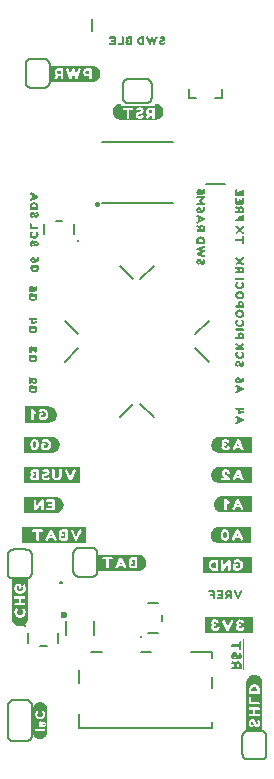
<source format=gbo>
G04 EAGLE Gerber RS-274X export*
G75*
%MOMM*%
%FSLAX34Y34*%
%LPD*%
%INSilkscreen Bottom*%
%IPPOS*%
%AMOC8*
5,1,8,0,0,1.08239X$1,22.5*%
G01*
%ADD10C,0.200000*%
%ADD11C,0.254000*%
%ADD12C,0.203200*%
%ADD13C,0.177800*%
%ADD14C,0.300000*%
%ADD15C,0.152400*%
%ADD16C,0.600000*%

G36*
X71147Y234187D02*
X71147Y234187D01*
X71142Y234194D01*
X71149Y234200D01*
X71149Y247700D01*
X71113Y247747D01*
X71110Y247745D01*
X71108Y247749D01*
X70508Y247849D01*
X70503Y247846D01*
X70500Y247849D01*
X16900Y247849D01*
X16853Y247813D01*
X16856Y247809D01*
X16853Y247806D01*
X16855Y247803D01*
X16851Y247800D01*
X16851Y234200D01*
X16887Y234153D01*
X16894Y234158D01*
X16900Y234151D01*
X71100Y234151D01*
X71147Y234187D01*
G37*
G36*
X66247Y285187D02*
X66247Y285187D01*
X66242Y285194D01*
X66249Y285200D01*
X66249Y298700D01*
X66213Y298747D01*
X66210Y298745D01*
X66208Y298749D01*
X65608Y298849D01*
X65603Y298846D01*
X65600Y298849D01*
X62900Y298849D01*
X62870Y298827D01*
X62858Y298825D01*
X62840Y298796D01*
X62835Y298835D01*
X62813Y298832D01*
X62800Y298849D01*
X18800Y298849D01*
X18753Y298813D01*
X18756Y298809D01*
X18753Y298806D01*
X18755Y298803D01*
X18751Y298800D01*
X18751Y285300D01*
X18787Y285253D01*
X18790Y285255D01*
X18792Y285251D01*
X19392Y285151D01*
X19397Y285154D01*
X19400Y285151D01*
X66200Y285151D01*
X66247Y285187D01*
G37*
G36*
X220247Y74487D02*
X220247Y74487D01*
X220244Y74491D01*
X220249Y74493D01*
X220349Y75193D01*
X220346Y75198D01*
X220349Y75200D01*
X220349Y116500D01*
X220346Y116504D01*
X220349Y116507D01*
X220249Y117207D01*
X220245Y117211D01*
X220247Y117214D01*
X220047Y117914D01*
X220046Y117915D01*
X220047Y117916D01*
X219847Y118516D01*
X219842Y118519D01*
X219844Y118522D01*
X219244Y119722D01*
X219240Y119724D01*
X219241Y119727D01*
X218841Y120327D01*
X218838Y120328D01*
X218838Y120331D01*
X218438Y120831D01*
X218431Y120833D01*
X218431Y120838D01*
X217931Y121238D01*
X217332Y121738D01*
X217326Y121738D01*
X217325Y121742D01*
X216825Y122042D01*
X216820Y122042D01*
X216819Y122045D01*
X216119Y122345D01*
X216116Y122345D01*
X216116Y122347D01*
X214916Y122747D01*
X214909Y122745D01*
X214907Y122749D01*
X214207Y122849D01*
X214202Y122846D01*
X214200Y122849D01*
X212800Y122849D01*
X212795Y122846D01*
X212792Y122849D01*
X212192Y122749D01*
X212189Y122745D01*
X212186Y122747D01*
X211486Y122547D01*
X211485Y122546D01*
X211484Y122547D01*
X210884Y122347D01*
X210881Y122342D01*
X210878Y122344D01*
X209678Y121744D01*
X209676Y121740D01*
X209673Y121741D01*
X209073Y121341D01*
X209069Y121331D01*
X209062Y121331D01*
X208663Y120833D01*
X208165Y120335D01*
X208164Y120328D01*
X208159Y120327D01*
X207759Y119727D01*
X207759Y119726D01*
X207758Y119725D01*
X207458Y119225D01*
X207458Y119220D01*
X207455Y119219D01*
X207155Y118519D01*
X207156Y118516D01*
X207153Y118516D01*
X206953Y117916D01*
X206954Y117914D01*
X206953Y117914D01*
X206950Y117903D01*
X206907Y117755D01*
X206893Y117706D01*
X206851Y117558D01*
X206809Y117410D01*
X206795Y117361D01*
X206753Y117214D01*
X206753Y117213D01*
X206753Y117212D01*
X206754Y117210D01*
X206751Y117208D01*
X206651Y116608D01*
X206654Y116603D01*
X206651Y116600D01*
X206651Y74600D01*
X206687Y74553D01*
X206691Y74556D01*
X206693Y74551D01*
X207393Y74451D01*
X207398Y74454D01*
X207400Y74451D01*
X220200Y74451D01*
X220247Y74487D01*
G37*
G36*
X76204Y624654D02*
X76204Y624654D01*
X76207Y624651D01*
X77607Y624851D01*
X77608Y624852D01*
X77608Y624851D01*
X78208Y624951D01*
X78211Y624955D01*
X78214Y624953D01*
X78914Y625153D01*
X78918Y625158D01*
X78922Y625156D01*
X79522Y625456D01*
X79525Y625463D01*
X79531Y625462D01*
X80029Y625860D01*
X80627Y626259D01*
X80628Y626262D01*
X80631Y626262D01*
X81131Y626662D01*
X81133Y626669D01*
X81138Y626669D01*
X81538Y627169D01*
X81539Y627173D01*
X81541Y627173D01*
X82341Y628373D01*
X82341Y628377D01*
X82344Y628378D01*
X82644Y628978D01*
X82643Y628983D01*
X82647Y628984D01*
X82847Y629584D01*
X82845Y629591D01*
X82849Y629593D01*
X83049Y630993D01*
X83046Y630998D01*
X83049Y631000D01*
X83049Y632300D01*
X83046Y632304D01*
X83049Y632307D01*
X82949Y633007D01*
X82944Y633012D01*
X82947Y633016D01*
X82747Y633616D01*
X82744Y633617D01*
X82745Y633619D01*
X82445Y634319D01*
X82443Y634321D01*
X82444Y634322D01*
X82144Y634922D01*
X82141Y634923D01*
X82142Y634925D01*
X81842Y635425D01*
X81841Y635426D01*
X81841Y635427D01*
X81441Y636027D01*
X81434Y636030D01*
X81435Y636035D01*
X80935Y636535D01*
X80931Y636535D01*
X80931Y636538D01*
X80431Y636938D01*
X80427Y636939D01*
X80427Y636941D01*
X79827Y637341D01*
X79823Y637341D01*
X79822Y637344D01*
X78622Y637944D01*
X78615Y637943D01*
X78614Y637947D01*
X77914Y638147D01*
X77910Y638146D01*
X77908Y638149D01*
X77308Y638249D01*
X77307Y638248D01*
X77307Y638249D01*
X76607Y638349D01*
X76602Y638346D01*
X76600Y638349D01*
X39700Y638349D01*
X39691Y638342D01*
X39682Y638336D01*
X39670Y638339D01*
X39270Y638039D01*
X39265Y638020D01*
X39253Y638011D01*
X39257Y638005D01*
X39251Y638000D01*
X39251Y625100D01*
X39267Y625079D01*
X39265Y625065D01*
X39665Y624665D01*
X39692Y624662D01*
X39700Y624651D01*
X76200Y624651D01*
X76204Y624654D01*
G37*
G36*
X210505Y208654D02*
X210505Y208654D01*
X210508Y208651D01*
X211108Y208751D01*
X211149Y208795D01*
X211146Y208798D01*
X211149Y208800D01*
X211149Y222300D01*
X211113Y222347D01*
X211106Y222342D01*
X211100Y222349D01*
X207800Y222349D01*
X207781Y222335D01*
X207768Y222337D01*
X207744Y222316D01*
X207745Y222321D01*
X207717Y222327D01*
X207700Y222349D01*
X170500Y222349D01*
X170495Y222346D01*
X170492Y222349D01*
X169892Y222249D01*
X169855Y222210D01*
X169853Y222208D01*
X169853Y222207D01*
X169851Y222205D01*
X169854Y222203D01*
X169851Y222200D01*
X169851Y208700D01*
X169887Y208653D01*
X169894Y208658D01*
X169900Y208651D01*
X210500Y208651D01*
X210505Y208654D01*
G37*
G36*
X114902Y210652D02*
X114902Y210652D01*
X114904Y210651D01*
X114907Y210656D01*
X114947Y210687D01*
X114936Y210701D01*
X114943Y210712D01*
X114954Y210683D01*
X114996Y210656D01*
X115000Y210651D01*
X115600Y210651D01*
X115604Y210654D01*
X115607Y210651D01*
X116307Y210751D01*
X116311Y210755D01*
X116314Y210753D01*
X117014Y210953D01*
X117015Y210954D01*
X117016Y210953D01*
X117616Y211153D01*
X117619Y211158D01*
X117622Y211156D01*
X118822Y211756D01*
X118825Y211763D01*
X118831Y211762D01*
X119331Y212162D01*
X119332Y212162D01*
X119932Y212662D01*
X119933Y212669D01*
X119938Y212669D01*
X120738Y213669D01*
X120739Y213673D01*
X120741Y213673D01*
X121141Y214273D01*
X121141Y214277D01*
X121144Y214278D01*
X121444Y214878D01*
X121443Y214883D01*
X121447Y214884D01*
X121647Y215484D01*
X121646Y215486D01*
X121647Y215486D01*
X121655Y215513D01*
X121697Y215661D01*
X121711Y215710D01*
X121753Y215858D01*
X121754Y215858D01*
X121753Y215858D01*
X121796Y216006D01*
X121810Y216055D01*
X121847Y216186D01*
X121846Y216190D01*
X121849Y216192D01*
X121949Y216792D01*
X121946Y216797D01*
X121949Y216800D01*
X121949Y218200D01*
X121946Y218204D01*
X121949Y218207D01*
X121849Y218907D01*
X121844Y218912D01*
X121847Y218916D01*
X121647Y219515D01*
X121447Y220214D01*
X121442Y220218D01*
X121444Y220222D01*
X121144Y220822D01*
X121137Y220825D01*
X121138Y220831D01*
X120740Y221329D01*
X120341Y221927D01*
X120334Y221930D01*
X120335Y221935D01*
X119835Y222435D01*
X119831Y222435D01*
X119831Y222438D01*
X118831Y223238D01*
X118823Y223239D01*
X118822Y223244D01*
X117622Y223844D01*
X117615Y223843D01*
X117614Y223847D01*
X116915Y224047D01*
X116316Y224247D01*
X116309Y224245D01*
X116307Y224249D01*
X115607Y224349D01*
X115602Y224346D01*
X115600Y224349D01*
X79900Y224349D01*
X79891Y224342D01*
X79883Y224337D01*
X79882Y224336D01*
X79870Y224339D01*
X79470Y224039D01*
X79465Y224020D01*
X79453Y224011D01*
X79457Y224005D01*
X79451Y224000D01*
X79451Y211200D01*
X79459Y211189D01*
X79454Y211182D01*
X79654Y210682D01*
X79695Y210657D01*
X79700Y210651D01*
X114900Y210651D01*
X114902Y210652D01*
G37*
G36*
X211811Y157659D02*
X211811Y157659D01*
X211818Y157654D01*
X212318Y157854D01*
X212333Y157878D01*
X212340Y157884D01*
X212338Y157887D01*
X212343Y157895D01*
X212349Y157900D01*
X212349Y170800D01*
X212341Y170811D01*
X212346Y170818D01*
X212146Y171318D01*
X212105Y171343D01*
X212100Y171349D01*
X172300Y171349D01*
X172295Y171346D01*
X172292Y171349D01*
X171692Y171249D01*
X171655Y171210D01*
X171653Y171208D01*
X171653Y171207D01*
X171651Y171205D01*
X171654Y171203D01*
X171651Y171200D01*
X171651Y158300D01*
X171654Y158295D01*
X171651Y158292D01*
X171751Y157692D01*
X171795Y157651D01*
X171798Y157654D01*
X171800Y157651D01*
X211800Y157651D01*
X211811Y157659D01*
G37*
G36*
X129908Y592657D02*
X129908Y592657D01*
X129917Y592654D01*
X129921Y592667D01*
X129947Y592687D01*
X129933Y592706D01*
X129933Y592707D01*
X129961Y592670D01*
X130000Y592659D01*
X130008Y592651D01*
X130608Y592751D01*
X131307Y592851D01*
X131312Y592856D01*
X131316Y592853D01*
X131915Y593053D01*
X132614Y593253D01*
X132618Y593258D01*
X132622Y593256D01*
X133222Y593556D01*
X133225Y593563D01*
X133231Y593562D01*
X133729Y593960D01*
X134327Y594359D01*
X134331Y594369D01*
X134338Y594369D01*
X134737Y594867D01*
X135235Y595365D01*
X135236Y595372D01*
X135241Y595373D01*
X135641Y595973D01*
X135641Y595977D01*
X135644Y595978D01*
X135944Y596578D01*
X135943Y596583D01*
X135947Y596584D01*
X136147Y597184D01*
X136146Y597186D01*
X136147Y597186D01*
X136156Y597218D01*
X136198Y597365D01*
X136199Y597365D01*
X136198Y597365D01*
X136241Y597513D01*
X136255Y597562D01*
X136297Y597710D01*
X136339Y597858D01*
X136347Y597885D01*
X136547Y598484D01*
X136543Y598495D01*
X136547Y598498D01*
X136549Y598500D01*
X136549Y600500D01*
X136543Y600508D01*
X136547Y600514D01*
X136347Y601214D01*
X136346Y601215D01*
X136347Y601216D01*
X136147Y601815D01*
X135947Y602514D01*
X135939Y602520D01*
X135941Y602527D01*
X135541Y603127D01*
X135538Y603128D01*
X135538Y603131D01*
X134738Y604131D01*
X134734Y604132D01*
X134735Y604135D01*
X134235Y604635D01*
X134231Y604635D01*
X134231Y604638D01*
X133731Y605038D01*
X133727Y605039D01*
X133727Y605041D01*
X133127Y605441D01*
X133123Y605441D01*
X133122Y605444D01*
X132522Y605744D01*
X132517Y605743D01*
X132516Y605747D01*
X131916Y605947D01*
X131914Y605946D01*
X131914Y605947D01*
X131214Y606147D01*
X131210Y606146D01*
X131208Y606149D01*
X130608Y606249D01*
X130607Y606248D01*
X130607Y606249D01*
X129907Y606349D01*
X129902Y606346D01*
X129900Y606349D01*
X100000Y606349D01*
X99996Y606346D01*
X99993Y606349D01*
X99293Y606249D01*
X99292Y606248D01*
X99292Y606249D01*
X98692Y606149D01*
X98689Y606145D01*
X98686Y606147D01*
X97986Y605947D01*
X97982Y605942D01*
X97978Y605944D01*
X96178Y605044D01*
X96173Y605034D01*
X96165Y605035D01*
X95165Y604035D01*
X95165Y604031D01*
X95162Y604031D01*
X94362Y603031D01*
X94361Y603023D01*
X94356Y603022D01*
X94056Y602422D01*
X94056Y602420D01*
X94055Y602419D01*
X93755Y601719D01*
X93756Y601716D01*
X93753Y601716D01*
X93553Y601116D01*
X93555Y601109D01*
X93551Y601107D01*
X93451Y600407D01*
X93454Y600402D01*
X93451Y600400D01*
X93451Y599100D01*
X93454Y599096D01*
X93451Y599093D01*
X93651Y597693D01*
X93656Y597688D01*
X93653Y597684D01*
X93853Y597084D01*
X93858Y597081D01*
X93856Y597078D01*
X94456Y595878D01*
X94460Y595876D01*
X94459Y595873D01*
X94859Y595273D01*
X94862Y595272D01*
X94862Y595269D01*
X95262Y594769D01*
X95269Y594767D01*
X95269Y594762D01*
X95769Y594362D01*
X96368Y593862D01*
X96374Y593862D01*
X96375Y593858D01*
X96875Y593558D01*
X96878Y593558D01*
X96878Y593556D01*
X97478Y593256D01*
X97480Y593256D01*
X97481Y593255D01*
X98181Y592955D01*
X98189Y592957D01*
X98192Y592951D01*
X98792Y592851D01*
X98793Y592852D01*
X98793Y592851D01*
X100193Y592651D01*
X100198Y592654D01*
X100200Y592651D01*
X129900Y592651D01*
X129908Y592657D01*
G37*
G36*
X16108Y163857D02*
X16108Y163857D01*
X16114Y163853D01*
X16814Y164053D01*
X16815Y164054D01*
X16816Y164053D01*
X17416Y164253D01*
X17419Y164258D01*
X17422Y164256D01*
X18622Y164856D01*
X18624Y164860D01*
X18627Y164859D01*
X19227Y165259D01*
X19228Y165262D01*
X19231Y165262D01*
X19731Y165662D01*
X19732Y165666D01*
X19735Y165665D01*
X20235Y166165D01*
X20236Y166172D01*
X20241Y166173D01*
X20641Y166773D01*
X20641Y166775D01*
X20642Y166775D01*
X20942Y167275D01*
X20942Y167280D01*
X20945Y167281D01*
X21245Y167979D01*
X21544Y168578D01*
X21542Y168589D01*
X21549Y168592D01*
X21649Y169192D01*
X21648Y169193D01*
X21649Y169193D01*
X21849Y170593D01*
X21846Y170598D01*
X21849Y170600D01*
X21849Y204500D01*
X21827Y204530D01*
X21825Y204542D01*
X21325Y204842D01*
X21307Y204840D01*
X21300Y204849D01*
X8400Y204849D01*
X8362Y204820D01*
X8354Y204818D01*
X8154Y204318D01*
X8158Y204305D01*
X8151Y204300D01*
X8151Y170400D01*
X8154Y170396D01*
X8151Y170393D01*
X8251Y169693D01*
X8252Y169692D01*
X8251Y169692D01*
X8351Y169092D01*
X8355Y169089D01*
X8353Y169086D01*
X8553Y168386D01*
X8558Y168382D01*
X8556Y168378D01*
X9456Y166578D01*
X9466Y166573D01*
X9465Y166565D01*
X10465Y165565D01*
X10469Y165565D01*
X10469Y165562D01*
X11469Y164762D01*
X11477Y164761D01*
X11478Y164756D01*
X12078Y164456D01*
X12080Y164456D01*
X12081Y164455D01*
X12781Y164155D01*
X12784Y164156D01*
X12784Y164153D01*
X13384Y163953D01*
X13391Y163955D01*
X13393Y163951D01*
X14093Y163851D01*
X14098Y163854D01*
X14100Y163851D01*
X16100Y163851D01*
X16108Y163857D01*
G37*
G36*
X211438Y285180D02*
X211438Y285180D01*
X211446Y285182D01*
X211646Y285682D01*
X211630Y285739D01*
X211619Y285736D01*
X211615Y285747D01*
X211590Y285755D01*
X211641Y285773D01*
X211635Y285789D01*
X211649Y285800D01*
X211649Y298600D01*
X211617Y298643D01*
X211616Y298647D01*
X211016Y298847D01*
X211005Y298843D01*
X211000Y298849D01*
X183800Y298849D01*
X183796Y298846D01*
X183793Y298849D01*
X182393Y298649D01*
X182392Y298648D01*
X182392Y298649D01*
X181792Y298549D01*
X181786Y298542D01*
X181781Y298545D01*
X181081Y298245D01*
X181079Y298243D01*
X181078Y298244D01*
X179878Y297644D01*
X179873Y297634D01*
X179865Y297635D01*
X179367Y297137D01*
X178869Y296738D01*
X178867Y296731D01*
X178862Y296731D01*
X178462Y296231D01*
X178461Y296227D01*
X178459Y296227D01*
X177659Y295027D01*
X177660Y295019D01*
X177657Y295017D01*
X177653Y295016D01*
X177253Y293816D01*
X177254Y293814D01*
X177253Y293814D01*
X177230Y293734D01*
X177216Y293684D01*
X177174Y293537D01*
X177131Y293389D01*
X177117Y293340D01*
X177075Y293192D01*
X177053Y293114D01*
X177055Y293109D01*
X177051Y293107D01*
X176951Y292407D01*
X176953Y292404D01*
X176954Y292402D01*
X176951Y292400D01*
X176951Y291700D01*
X176954Y291695D01*
X176951Y291692D01*
X177051Y291092D01*
X177151Y290393D01*
X177156Y290388D01*
X177153Y290384D01*
X177353Y289784D01*
X177356Y289783D01*
X177355Y289781D01*
X177655Y289081D01*
X177657Y289079D01*
X177656Y289078D01*
X177956Y288478D01*
X177963Y288475D01*
X177962Y288469D01*
X178360Y287971D01*
X178759Y287373D01*
X178769Y287369D01*
X178769Y287362D01*
X179267Y286963D01*
X179765Y286465D01*
X179777Y286464D01*
X179778Y286456D01*
X180375Y286157D01*
X180973Y285759D01*
X180982Y285760D01*
X180984Y285753D01*
X181584Y285553D01*
X181586Y285554D01*
X181586Y285553D01*
X182286Y285353D01*
X182290Y285354D01*
X182292Y285351D01*
X182892Y285251D01*
X182893Y285252D01*
X182893Y285251D01*
X183593Y285151D01*
X183598Y285154D01*
X183600Y285151D01*
X211400Y285151D01*
X211438Y285180D01*
G37*
G36*
X210905Y310654D02*
X210905Y310654D01*
X210908Y310651D01*
X211508Y310751D01*
X211549Y310795D01*
X211546Y310798D01*
X211549Y310800D01*
X211549Y324300D01*
X211513Y324347D01*
X211506Y324342D01*
X211500Y324349D01*
X183700Y324349D01*
X183696Y324346D01*
X183693Y324349D01*
X182993Y324249D01*
X182992Y324248D01*
X182992Y324249D01*
X182392Y324149D01*
X182389Y324145D01*
X182386Y324147D01*
X181686Y323947D01*
X181685Y323946D01*
X181684Y323947D01*
X181084Y323747D01*
X181081Y323742D01*
X181078Y323744D01*
X180478Y323444D01*
X180476Y323440D01*
X180473Y323441D01*
X179873Y323041D01*
X179872Y323038D01*
X179869Y323038D01*
X179369Y322638D01*
X179368Y322634D01*
X179365Y322635D01*
X178865Y322135D01*
X178865Y322131D01*
X178862Y322131D01*
X178462Y321631D01*
X178461Y321627D01*
X178459Y321627D01*
X178059Y321027D01*
X178059Y321023D01*
X178056Y321022D01*
X177456Y319822D01*
X177457Y319817D01*
X177453Y319816D01*
X177253Y319216D01*
X177255Y319209D01*
X177251Y319207D01*
X177051Y317807D01*
X177054Y317802D01*
X177051Y317800D01*
X177051Y317100D01*
X177054Y317095D01*
X177051Y317092D01*
X177151Y316492D01*
X177251Y315793D01*
X177256Y315788D01*
X177253Y315784D01*
X177453Y315184D01*
X177456Y315183D01*
X177455Y315181D01*
X177755Y314481D01*
X177757Y314479D01*
X177756Y314478D01*
X178056Y313878D01*
X178063Y313875D01*
X178062Y313869D01*
X178862Y312869D01*
X178866Y312868D01*
X178865Y312865D01*
X179365Y312365D01*
X179372Y312364D01*
X179373Y312359D01*
X179971Y311960D01*
X180469Y311562D01*
X180477Y311561D01*
X180478Y311556D01*
X181078Y311256D01*
X181085Y311257D01*
X181086Y311253D01*
X181785Y311053D01*
X182384Y310853D01*
X182391Y310855D01*
X182393Y310851D01*
X183793Y310651D01*
X183798Y310654D01*
X183800Y310651D01*
X210900Y310651D01*
X210905Y310654D01*
G37*
G36*
X210947Y234187D02*
X210947Y234187D01*
X210945Y234190D01*
X210949Y234192D01*
X211049Y234792D01*
X211046Y234797D01*
X211049Y234800D01*
X211049Y247700D01*
X211013Y247747D01*
X211010Y247745D01*
X211008Y247749D01*
X210408Y247849D01*
X210403Y247846D01*
X210400Y247849D01*
X183300Y247849D01*
X183296Y247846D01*
X183293Y247849D01*
X181893Y247649D01*
X181890Y247645D01*
X181888Y247645D01*
X181887Y247645D01*
X181884Y247647D01*
X181285Y247447D01*
X180586Y247247D01*
X180582Y247242D01*
X180578Y247244D01*
X179978Y246944D01*
X179975Y246937D01*
X179969Y246938D01*
X179471Y246540D01*
X178873Y246141D01*
X178870Y246134D01*
X178865Y246135D01*
X178365Y245635D01*
X178365Y245631D01*
X178362Y245631D01*
X177562Y244631D01*
X177561Y244623D01*
X177556Y244622D01*
X176956Y243422D01*
X176957Y243415D01*
X176953Y243414D01*
X176941Y243374D01*
X176927Y243325D01*
X176885Y243177D01*
X176843Y243029D01*
X176829Y242980D01*
X176787Y242832D01*
X176753Y242714D01*
X176755Y242709D01*
X176751Y242707D01*
X176651Y242008D01*
X176551Y241408D01*
X176553Y241404D01*
X176554Y241402D01*
X176551Y241400D01*
X176551Y240700D01*
X176554Y240696D01*
X176551Y240693D01*
X176651Y239993D01*
X176652Y239992D01*
X176651Y239992D01*
X176751Y239392D01*
X176755Y239389D01*
X176753Y239386D01*
X176953Y238686D01*
X176958Y238682D01*
X176956Y238678D01*
X177556Y237478D01*
X177560Y237476D01*
X177559Y237473D01*
X177959Y236873D01*
X177962Y236872D01*
X177962Y236869D01*
X178362Y236369D01*
X178366Y236368D01*
X178365Y236365D01*
X178865Y235865D01*
X178869Y235865D01*
X178869Y235862D01*
X179369Y235462D01*
X179373Y235461D01*
X179373Y235459D01*
X179973Y235059D01*
X179977Y235059D01*
X179978Y235056D01*
X180578Y234756D01*
X180583Y234757D01*
X180584Y234753D01*
X181784Y234353D01*
X181791Y234355D01*
X181793Y234351D01*
X183193Y234151D01*
X183198Y234154D01*
X183200Y234151D01*
X210900Y234151D01*
X210947Y234187D01*
G37*
G36*
X45304Y259654D02*
X45304Y259654D01*
X45307Y259651D01*
X46707Y259851D01*
X46712Y259856D01*
X46716Y259853D01*
X47315Y260053D01*
X48014Y260253D01*
X48020Y260262D01*
X48027Y260259D01*
X48626Y260658D01*
X49125Y260958D01*
X49129Y260966D01*
X49135Y260965D01*
X49633Y261463D01*
X50131Y261862D01*
X50133Y261869D01*
X50138Y261868D01*
X50638Y262468D01*
X50638Y262474D01*
X50642Y262475D01*
X50942Y262975D01*
X50942Y262978D01*
X50944Y262978D01*
X51544Y264178D01*
X51543Y264185D01*
X51547Y264186D01*
X51556Y264218D01*
X51598Y264365D01*
X51599Y264365D01*
X51598Y264365D01*
X51641Y264513D01*
X51655Y264562D01*
X51697Y264710D01*
X51739Y264858D01*
X51747Y264886D01*
X51746Y264891D01*
X51749Y264893D01*
X51849Y265592D01*
X51949Y266192D01*
X51946Y266197D01*
X51949Y266200D01*
X51949Y266900D01*
X51946Y266904D01*
X51949Y266907D01*
X51849Y267607D01*
X51848Y267608D01*
X51849Y267608D01*
X51749Y268208D01*
X51745Y268211D01*
X51747Y268214D01*
X51547Y268914D01*
X51542Y268918D01*
X51544Y268922D01*
X50944Y270122D01*
X50940Y270124D01*
X50941Y270127D01*
X50541Y270727D01*
X50534Y270730D01*
X50535Y270735D01*
X50035Y271235D01*
X50031Y271235D01*
X50031Y271238D01*
X49031Y272038D01*
X49027Y272039D01*
X49027Y272041D01*
X48427Y272441D01*
X48423Y272441D01*
X48422Y272444D01*
X47822Y272744D01*
X47817Y272743D01*
X47816Y272747D01*
X47216Y272947D01*
X47214Y272946D01*
X47214Y272947D01*
X46514Y273147D01*
X46510Y273146D01*
X46508Y273149D01*
X45908Y273249D01*
X45907Y273248D01*
X45907Y273249D01*
X45207Y273349D01*
X45202Y273346D01*
X45200Y273349D01*
X18700Y273349D01*
X18662Y273320D01*
X18654Y273318D01*
X18454Y272818D01*
X18455Y272816D01*
X18453Y272814D01*
X18457Y272808D01*
X18458Y272805D01*
X18451Y272800D01*
X18451Y260000D01*
X18470Y259974D01*
X18470Y259961D01*
X18870Y259661D01*
X18892Y259661D01*
X18900Y259651D01*
X45300Y259651D01*
X45304Y259654D01*
G37*
G36*
X210504Y260154D02*
X210504Y260154D01*
X210507Y260151D01*
X211207Y260251D01*
X211249Y260294D01*
X211245Y260297D01*
X211249Y260300D01*
X211249Y273100D01*
X211246Y273104D01*
X211249Y273107D01*
X211149Y273807D01*
X211106Y273849D01*
X211103Y273845D01*
X211100Y273849D01*
X186100Y273849D01*
X186096Y273846D01*
X186093Y273849D01*
X184693Y273649D01*
X184690Y273645D01*
X184688Y273645D01*
X184687Y273645D01*
X184684Y273647D01*
X183484Y273247D01*
X183483Y273244D01*
X183481Y273245D01*
X182781Y272945D01*
X182776Y272937D01*
X182769Y272938D01*
X181769Y272138D01*
X181768Y272134D01*
X181765Y272135D01*
X180765Y271135D01*
X180764Y271128D01*
X180759Y271127D01*
X180359Y270527D01*
X180359Y270523D01*
X180356Y270522D01*
X180056Y269922D01*
X180057Y269918D01*
X180054Y269916D01*
X180053Y269916D01*
X179653Y268716D01*
X179654Y268714D01*
X179653Y268714D01*
X179644Y268684D01*
X179602Y268537D01*
X179560Y268389D01*
X179546Y268340D01*
X179504Y268192D01*
X179461Y268044D01*
X179453Y268014D01*
X179456Y268004D01*
X179451Y268000D01*
X179451Y266000D01*
X179457Y265992D01*
X179453Y265986D01*
X179653Y265286D01*
X179654Y265285D01*
X179653Y265284D01*
X179853Y264685D01*
X180053Y263986D01*
X180062Y263980D01*
X180059Y263973D01*
X180459Y263373D01*
X180462Y263372D01*
X180462Y263369D01*
X181262Y262369D01*
X181266Y262368D01*
X181265Y262365D01*
X181765Y261865D01*
X181769Y261865D01*
X181769Y261862D01*
X182269Y261462D01*
X182273Y261461D01*
X182273Y261459D01*
X182873Y261059D01*
X182877Y261059D01*
X182878Y261056D01*
X183478Y260756D01*
X183483Y260757D01*
X183484Y260753D01*
X184084Y260553D01*
X184086Y260554D01*
X184086Y260553D01*
X184786Y260353D01*
X184790Y260354D01*
X184792Y260351D01*
X185392Y260251D01*
X185393Y260252D01*
X185393Y260251D01*
X186093Y260151D01*
X186098Y260154D01*
X186100Y260151D01*
X210500Y260151D01*
X210504Y260154D01*
G37*
G36*
X42404Y310654D02*
X42404Y310654D01*
X42407Y310651D01*
X43107Y310751D01*
X43112Y310756D01*
X43116Y310753D01*
X43715Y310953D01*
X44414Y311153D01*
X44418Y311158D01*
X44422Y311156D01*
X45622Y311756D01*
X45625Y311763D01*
X45631Y311762D01*
X46131Y312162D01*
X46132Y312166D01*
X46135Y312165D01*
X47135Y313165D01*
X47135Y313169D01*
X47138Y313169D01*
X47538Y313669D01*
X47539Y313677D01*
X47544Y313678D01*
X48144Y314878D01*
X48143Y314885D01*
X48147Y314886D01*
X48186Y315021D01*
X48200Y315070D01*
X48242Y315218D01*
X48284Y315365D01*
X48298Y315415D01*
X48340Y315562D01*
X48341Y315562D01*
X48340Y315562D01*
X48347Y315585D01*
X48547Y316184D01*
X48545Y316191D01*
X48549Y316193D01*
X48649Y316893D01*
X48646Y316898D01*
X48649Y316900D01*
X48649Y318200D01*
X48646Y318204D01*
X48649Y318207D01*
X48549Y318907D01*
X48545Y318911D01*
X48547Y318914D01*
X48347Y319614D01*
X48346Y319615D01*
X48347Y319616D01*
X48147Y320216D01*
X48142Y320219D01*
X48144Y320222D01*
X47844Y320822D01*
X47840Y320824D01*
X47841Y320827D01*
X47441Y321427D01*
X47438Y321428D01*
X47438Y321431D01*
X47038Y321931D01*
X47034Y321932D01*
X47035Y321935D01*
X46535Y322435D01*
X46531Y322435D01*
X46531Y322438D01*
X45531Y323238D01*
X45527Y323239D01*
X45527Y323241D01*
X44927Y323641D01*
X44916Y323640D01*
X44914Y323647D01*
X44215Y323847D01*
X43616Y324047D01*
X43614Y324046D01*
X43614Y324047D01*
X42914Y324247D01*
X42910Y324246D01*
X42908Y324249D01*
X42308Y324349D01*
X42303Y324346D01*
X42300Y324349D01*
X41900Y324349D01*
X41877Y324332D01*
X41863Y324333D01*
X41840Y324306D01*
X41841Y324327D01*
X41816Y324329D01*
X41800Y324349D01*
X18800Y324349D01*
X18753Y324313D01*
X18756Y324309D01*
X18753Y324306D01*
X18755Y324303D01*
X18751Y324300D01*
X18751Y310800D01*
X18787Y310753D01*
X18790Y310755D01*
X18792Y310751D01*
X19392Y310651D01*
X19397Y310654D01*
X19400Y310651D01*
X42400Y310651D01*
X42404Y310654D01*
G37*
G36*
X39505Y336154D02*
X39505Y336154D01*
X39508Y336151D01*
X40108Y336251D01*
X40807Y336351D01*
X41507Y336451D01*
X41512Y336456D01*
X41516Y336453D01*
X42116Y336653D01*
X42119Y336658D01*
X42122Y336656D01*
X42722Y336956D01*
X42724Y336960D01*
X42727Y336959D01*
X43327Y337359D01*
X43328Y337362D01*
X43331Y337362D01*
X43831Y337762D01*
X43832Y337766D01*
X43835Y337765D01*
X44835Y338765D01*
X44835Y338769D01*
X44838Y338769D01*
X45238Y339269D01*
X45239Y339277D01*
X45244Y339278D01*
X45844Y340478D01*
X45843Y340485D01*
X45847Y340486D01*
X45871Y340570D01*
X45885Y340619D01*
X45927Y340767D01*
X45928Y340767D01*
X45927Y340767D01*
X45970Y340915D01*
X45984Y340964D01*
X46026Y341112D01*
X46047Y341185D01*
X46247Y341784D01*
X46245Y341791D01*
X46249Y341793D01*
X46349Y342493D01*
X46346Y342498D01*
X46349Y342500D01*
X46349Y343200D01*
X46346Y343204D01*
X46349Y343207D01*
X46249Y343907D01*
X46248Y343908D01*
X46249Y343908D01*
X46149Y344508D01*
X46145Y344511D01*
X46147Y344514D01*
X45947Y345214D01*
X45946Y345215D01*
X45947Y345216D01*
X45747Y345816D01*
X45742Y345819D01*
X45744Y345822D01*
X45444Y346422D01*
X45440Y346424D01*
X45441Y346427D01*
X45041Y347027D01*
X45038Y347028D01*
X45038Y347031D01*
X44638Y347531D01*
X44634Y347532D01*
X44635Y347535D01*
X44135Y348035D01*
X44131Y348035D01*
X44131Y348038D01*
X43631Y348438D01*
X43627Y348439D01*
X43627Y348441D01*
X43027Y348841D01*
X43023Y348841D01*
X43022Y348844D01*
X41822Y349444D01*
X41815Y349443D01*
X41814Y349447D01*
X41114Y349647D01*
X41110Y349646D01*
X41108Y349649D01*
X40508Y349749D01*
X40507Y349748D01*
X40507Y349749D01*
X39807Y349849D01*
X39802Y349846D01*
X39800Y349849D01*
X19100Y349849D01*
X19053Y349813D01*
X19056Y349809D01*
X19053Y349806D01*
X19055Y349803D01*
X19051Y349800D01*
X19051Y336200D01*
X19087Y336153D01*
X19094Y336158D01*
X19100Y336151D01*
X39500Y336151D01*
X39505Y336154D01*
G37*
G36*
X32606Y68455D02*
X32606Y68455D01*
X32610Y68452D01*
X33108Y68551D01*
X33708Y68651D01*
X33712Y68656D01*
X33716Y68653D01*
X34316Y68853D01*
X34320Y68860D01*
X34325Y68858D01*
X35825Y69758D01*
X35829Y69766D01*
X35835Y69765D01*
X36235Y70165D01*
X36235Y70169D01*
X36238Y70169D01*
X37038Y71169D01*
X37039Y71174D01*
X37042Y71175D01*
X37342Y71675D01*
X37342Y71681D01*
X37346Y71682D01*
X37546Y72182D01*
X37545Y72184D01*
X37547Y72184D01*
X37747Y72784D01*
X37745Y72789D01*
X37748Y72790D01*
X37848Y73290D01*
X37848Y73291D01*
X37849Y73292D01*
X37949Y73892D01*
X37946Y73897D01*
X37949Y73900D01*
X37949Y94500D01*
X37942Y94509D01*
X37947Y94516D01*
X37748Y95112D01*
X37649Y95708D01*
X37639Y95717D01*
X37642Y95725D01*
X36742Y97225D01*
X36738Y97227D01*
X36738Y97231D01*
X36338Y97731D01*
X36334Y97732D01*
X36335Y97735D01*
X35935Y98135D01*
X35926Y98136D01*
X35925Y98142D01*
X35428Y98440D01*
X34931Y98838D01*
X34920Y98839D01*
X34918Y98846D01*
X34418Y99046D01*
X34416Y99045D01*
X34416Y99047D01*
X33817Y99246D01*
X33318Y99446D01*
X33311Y99444D01*
X33308Y99449D01*
X32708Y99549D01*
X32703Y99546D01*
X32700Y99549D01*
X31500Y99549D01*
X31495Y99546D01*
X31492Y99549D01*
X30292Y99349D01*
X30286Y99343D01*
X30282Y99346D01*
X29783Y99146D01*
X29184Y98947D01*
X29177Y98936D01*
X29169Y98938D01*
X28670Y98539D01*
X28270Y98239D01*
X28270Y98238D01*
X28269Y98238D01*
X27769Y97838D01*
X27768Y97834D01*
X27765Y97835D01*
X27365Y97435D01*
X27364Y97426D01*
X27358Y97425D01*
X26758Y96425D01*
X26758Y96422D01*
X26756Y96422D01*
X26456Y95822D01*
X26457Y95819D01*
X26454Y95818D01*
X26254Y95318D01*
X26256Y95311D01*
X26251Y95308D01*
X26051Y94108D01*
X26054Y94103D01*
X26051Y94100D01*
X26051Y74000D01*
X26054Y73995D01*
X26051Y73992D01*
X26251Y72792D01*
X26257Y72786D01*
X26254Y72782D01*
X26454Y72283D01*
X26653Y71684D01*
X26660Y71680D01*
X26658Y71675D01*
X27258Y70675D01*
X27266Y70671D01*
X27265Y70665D01*
X27665Y70265D01*
X27669Y70265D01*
X27669Y70262D01*
X28167Y69863D01*
X28565Y69465D01*
X28574Y69464D01*
X28575Y69458D01*
X29075Y69158D01*
X29083Y69159D01*
X29084Y69153D01*
X29679Y68955D01*
X30175Y68658D01*
X30188Y68659D01*
X30192Y68651D01*
X31392Y68451D01*
X31397Y68454D01*
X31400Y68451D01*
X32600Y68451D01*
X32606Y68455D01*
G37*
%LPC*%
G36*
X209903Y106349D02*
X209903Y106349D01*
X209227Y106446D01*
X208947Y106820D01*
X208849Y107503D01*
X208849Y110296D01*
X208948Y110889D01*
X208960Y110932D01*
X209002Y111079D01*
X209003Y111079D01*
X209002Y111079D01*
X209045Y111227D01*
X209059Y111276D01*
X209101Y111424D01*
X209143Y111572D01*
X209146Y111580D01*
X209442Y112075D01*
X209442Y112078D01*
X209444Y112078D01*
X209741Y112671D01*
X210729Y113659D01*
X211322Y113956D01*
X211918Y114254D01*
X212611Y114452D01*
X213204Y114551D01*
X213897Y114551D01*
X214590Y114452D01*
X215282Y114254D01*
X215877Y113957D01*
X216370Y113661D01*
X217359Y112671D01*
X217656Y112078D01*
X217954Y111482D01*
X218152Y110789D01*
X218251Y110196D01*
X218251Y106916D01*
X217970Y106542D01*
X217392Y106349D01*
X209903Y106349D01*
G37*
%LPD*%
%LPC*%
G36*
X179103Y210849D02*
X179103Y210849D01*
X178411Y210948D01*
X177819Y211146D01*
X177225Y211443D01*
X176629Y211840D01*
X176137Y212234D01*
X175741Y212827D01*
X175738Y212828D01*
X175738Y212831D01*
X175342Y213327D01*
X175048Y213915D01*
X174949Y214607D01*
X174948Y214608D01*
X174949Y214608D01*
X174849Y215204D01*
X174849Y215897D01*
X174949Y216593D01*
X175048Y217285D01*
X175342Y217873D01*
X175738Y218369D01*
X176135Y218865D01*
X176729Y219360D01*
X177222Y219656D01*
X177918Y219954D01*
X178511Y220152D01*
X179203Y220251D01*
X182386Y220251D01*
X182855Y219970D01*
X182951Y219396D01*
X182951Y211903D01*
X182854Y211223D01*
X182577Y210947D01*
X181797Y210849D01*
X179103Y210849D01*
G37*
%LPD*%
%LPC*%
G36*
X26404Y287349D02*
X26404Y287349D01*
X25812Y287448D01*
X25222Y287645D01*
X24636Y288036D01*
X24241Y288627D01*
X24238Y288628D01*
X24238Y288631D01*
X23847Y289120D01*
X23749Y289807D01*
X23650Y290500D01*
X23748Y291185D01*
X24042Y291773D01*
X24438Y292269D01*
X24439Y292277D01*
X24441Y292279D01*
X24439Y292282D01*
X24439Y292308D01*
X24446Y292318D01*
X24246Y292817D01*
X24048Y293411D01*
X23950Y294099D01*
X24048Y294686D01*
X24343Y295374D01*
X24737Y295867D01*
X25229Y296359D01*
X25815Y296653D01*
X26404Y296751D01*
X29797Y296751D01*
X30584Y296652D01*
X31055Y296370D01*
X31151Y295796D01*
X31151Y288304D01*
X31055Y287727D01*
X30583Y287349D01*
X26404Y287349D01*
G37*
%LPD*%
%LPC*%
G36*
X109312Y212849D02*
X109312Y212849D01*
X108725Y213143D01*
X108134Y213537D01*
X107738Y214031D01*
X107338Y214531D01*
X107309Y214538D01*
X107306Y214542D01*
X107298Y214542D01*
X107292Y214547D01*
X107312Y214552D01*
X107349Y214599D01*
X107340Y214606D01*
X107347Y214616D01*
X107149Y215208D01*
X107149Y216490D01*
X107444Y217178D01*
X107742Y217675D01*
X107742Y217679D01*
X107744Y217680D01*
X107741Y217683D01*
X107740Y217700D01*
X107748Y217710D01*
X107648Y218210D01*
X107645Y218213D01*
X107647Y218216D01*
X107448Y218811D01*
X107350Y219500D01*
X107448Y220189D01*
X107644Y220776D01*
X108037Y221267D01*
X108529Y221759D01*
X109119Y222054D01*
X109708Y222251D01*
X113984Y222251D01*
X114358Y221970D01*
X114551Y221392D01*
X114551Y213903D01*
X114454Y213223D01*
X114165Y212935D01*
X114159Y212892D01*
X114157Y212888D01*
X114146Y212917D01*
X114096Y212949D01*
X114095Y212947D01*
X114093Y212949D01*
X113397Y212849D01*
X109312Y212849D01*
G37*
%LPD*%
%LPC*%
G36*
X50112Y236349D02*
X50112Y236349D01*
X49525Y236643D01*
X48934Y237037D01*
X48538Y237531D01*
X48145Y238023D01*
X47949Y238707D01*
X47949Y239990D01*
X48244Y240678D01*
X48542Y241175D01*
X48542Y241179D01*
X48544Y241180D01*
X48541Y241183D01*
X48540Y241200D01*
X48548Y241210D01*
X48448Y241710D01*
X48445Y241713D01*
X48447Y241716D01*
X48248Y242311D01*
X48150Y242999D01*
X48248Y243589D01*
X48277Y243692D01*
X48278Y243692D01*
X48277Y243692D01*
X48320Y243840D01*
X48334Y243889D01*
X48376Y244037D01*
X48418Y244184D01*
X48432Y244234D01*
X48445Y244277D01*
X48837Y244767D01*
X49329Y245259D01*
X49919Y245554D01*
X50508Y245751D01*
X54784Y245751D01*
X55158Y245470D01*
X55351Y244892D01*
X55351Y237404D01*
X55253Y236820D01*
X54973Y236446D01*
X54197Y236349D01*
X50112Y236349D01*
G37*
%LPD*%
%LPC*%
G36*
X57420Y626849D02*
X57420Y626849D01*
X56941Y627329D01*
X56645Y627919D01*
X54447Y634316D01*
X54442Y634319D01*
X54444Y634322D01*
X54149Y634912D01*
X54149Y635486D01*
X54434Y635960D01*
X55402Y636348D01*
X55965Y636160D01*
X56254Y635581D01*
X56453Y634984D01*
X56454Y634984D01*
X56453Y634984D01*
X57553Y631784D01*
X57558Y631781D01*
X57556Y631778D01*
X57856Y631178D01*
X57868Y631172D01*
X57872Y631159D01*
X57885Y631164D01*
X57894Y631159D01*
X57900Y631152D01*
X57904Y631154D01*
X57909Y631152D01*
X57915Y631163D01*
X57941Y631182D01*
X57947Y631184D01*
X59444Y635676D01*
X59826Y636154D01*
X60492Y636249D01*
X61068Y635961D01*
X61456Y635476D01*
X62753Y631584D01*
X62761Y631579D01*
X62759Y631573D01*
X62959Y631273D01*
X62969Y631269D01*
X62973Y631259D01*
X62986Y631263D01*
X63015Y631253D01*
X63023Y631277D01*
X63047Y631285D01*
X64543Y635874D01*
X64920Y636251D01*
X65491Y636251D01*
X66267Y635960D01*
X66551Y635486D01*
X66551Y634912D01*
X66256Y634322D01*
X66257Y634319D01*
X66254Y634317D01*
X66258Y634313D01*
X66267Y634264D01*
X66279Y634266D01*
X66282Y634254D01*
X66308Y634244D01*
X66260Y634228D01*
X66263Y634219D01*
X66254Y634216D01*
X64054Y627916D01*
X64053Y627916D01*
X63858Y627329D01*
X63282Y626849D01*
X62614Y626849D01*
X62136Y627136D01*
X61845Y627621D01*
X60647Y631315D01*
X60630Y631327D01*
X60630Y631339D01*
X60230Y631639D01*
X60227Y631639D01*
X60227Y631641D01*
X60221Y631639D01*
X60210Y631639D01*
X60207Y631644D01*
X60198Y631644D01*
X60192Y631639D01*
X60170Y631639D01*
X60170Y631623D01*
X60165Y631619D01*
X60153Y631614D01*
X60121Y631510D01*
X59924Y630870D01*
X59727Y630229D01*
X59530Y629589D01*
X59333Y628949D01*
X59136Y628309D01*
X58956Y627724D01*
X58565Y627235D01*
X58083Y626849D01*
X57420Y626849D01*
G37*
%LPD*%
%LPC*%
G36*
X188008Y236349D02*
X188008Y236349D01*
X187419Y236546D01*
X186829Y236841D01*
X186337Y237333D01*
X185940Y237828D01*
X185645Y238321D01*
X185447Y238916D01*
X185248Y239511D01*
X185149Y240203D01*
X185149Y241697D01*
X185348Y243089D01*
X185547Y243684D01*
X185745Y244278D01*
X186140Y244871D01*
X186534Y245363D01*
X187122Y245755D01*
X187711Y245952D01*
X188403Y246051D01*
X189097Y246051D01*
X189785Y245952D01*
X190378Y245656D01*
X190965Y245362D01*
X191258Y244875D01*
X191556Y244378D01*
X191854Y243682D01*
X192052Y243088D01*
X192151Y242492D01*
X192251Y241797D01*
X192251Y240303D01*
X192151Y239608D01*
X192053Y239015D01*
X191756Y238422D01*
X191767Y238364D01*
X191780Y238366D01*
X191784Y238353D01*
X191809Y238345D01*
X191758Y238326D01*
X191760Y238323D01*
X191756Y238322D01*
X191457Y237723D01*
X191162Y237233D01*
X190674Y236843D01*
X189982Y236546D01*
X189392Y236349D01*
X188008Y236349D01*
G37*
%LPD*%
%LPC*%
G36*
X26807Y312849D02*
X26807Y312849D01*
X26120Y313046D01*
X25626Y313342D01*
X25037Y313735D01*
X24743Y314223D01*
X24446Y314819D01*
X24048Y316011D01*
X23949Y316706D01*
X23850Y317500D01*
X23949Y318193D01*
X23946Y318198D01*
X23949Y318200D01*
X23949Y318892D01*
X24147Y319484D01*
X24145Y319491D01*
X24149Y319493D01*
X24248Y320185D01*
X24543Y320775D01*
X24940Y321371D01*
X25334Y321863D01*
X25922Y322255D01*
X26512Y322452D01*
X27104Y322551D01*
X27896Y322551D01*
X28485Y322453D01*
X29668Y321861D01*
X30060Y321372D01*
X30357Y320877D01*
X30654Y320282D01*
X30852Y319589D01*
X30951Y318992D01*
X31051Y318297D01*
X31051Y317503D01*
X30951Y316807D01*
X30954Y316802D01*
X30951Y316800D01*
X30951Y316108D01*
X30554Y314919D01*
X30258Y314327D01*
X29863Y313833D01*
X29371Y313341D01*
X28781Y313046D01*
X28192Y312849D01*
X26807Y312849D01*
G37*
%LPD*%
%LPC*%
G36*
X49827Y626947D02*
X49827Y626947D01*
X49547Y627320D01*
X49449Y628003D01*
X49449Y629300D01*
X49417Y629343D01*
X49416Y629347D01*
X48816Y629547D01*
X48805Y629543D01*
X48800Y629549D01*
X47500Y629549D01*
X47471Y629527D01*
X47458Y629526D01*
X46958Y628726D01*
X46959Y628721D01*
X46955Y628720D01*
X46261Y627134D01*
X45790Y626852D01*
X45217Y626947D01*
X44536Y627336D01*
X44253Y627807D01*
X44262Y627839D01*
X44304Y627986D01*
X44305Y627986D01*
X44304Y627986D01*
X44347Y628134D01*
X44361Y628183D01*
X44403Y628331D01*
X44445Y628479D01*
X44446Y628480D01*
X44742Y628975D01*
X44742Y628980D01*
X44745Y628981D01*
X45245Y630181D01*
X45241Y630200D01*
X45244Y630203D01*
X45243Y630204D01*
X45248Y630210D01*
X45148Y630710D01*
X45136Y630721D01*
X45138Y630731D01*
X44742Y631227D01*
X44448Y631815D01*
X44349Y632503D01*
X44349Y633197D01*
X44448Y633885D01*
X44743Y634475D01*
X45137Y635066D01*
X45629Y635460D01*
X46225Y635857D01*
X46819Y636154D01*
X47408Y636351D01*
X50892Y636351D01*
X51461Y636161D01*
X51651Y635592D01*
X51651Y628104D01*
X51552Y627513D01*
X51363Y627041D01*
X50696Y626850D01*
X49827Y626947D01*
G37*
%LPD*%
%LPC*%
G36*
X122327Y593742D02*
X122327Y593742D01*
X121849Y594220D01*
X121849Y594692D01*
X122046Y595282D01*
X122645Y596579D01*
X122644Y596581D01*
X122646Y596582D01*
X122846Y597082D01*
X122836Y597119D01*
X122838Y597131D01*
X122442Y597627D01*
X122146Y598219D01*
X121948Y598811D01*
X121850Y599500D01*
X121948Y600189D01*
X122146Y600781D01*
X122443Y601375D01*
X122836Y601965D01*
X123425Y602357D01*
X124019Y602654D01*
X124611Y602852D01*
X125303Y602951D01*
X127997Y602951D01*
X128781Y602853D01*
X129151Y602575D01*
X129151Y594504D01*
X129051Y593908D01*
X129064Y593883D01*
X129061Y593870D01*
X129082Y593842D01*
X129081Y593840D01*
X129075Y593842D01*
X128586Y593549D01*
X127808Y593549D01*
X127233Y593741D01*
X126949Y594214D01*
X126949Y595600D01*
X126941Y595611D01*
X126946Y595618D01*
X126746Y596118D01*
X126705Y596143D01*
X126700Y596149D01*
X125400Y596149D01*
X125398Y596148D01*
X125397Y596148D01*
X125386Y596140D01*
X125378Y596144D01*
X124778Y595844D01*
X124768Y595824D01*
X124756Y595821D01*
X123856Y593922D01*
X123667Y593544D01*
X123105Y593451D01*
X122327Y593742D01*
G37*
%LPD*%
%LPC*%
G36*
X186303Y210849D02*
X186303Y210849D01*
X185523Y210947D01*
X185146Y211324D01*
X185049Y211908D01*
X185005Y211949D01*
X185003Y211946D01*
X185000Y211949D01*
X184971Y211949D01*
X185002Y211951D01*
X185048Y211989D01*
X185043Y211995D01*
X185049Y212000D01*
X185049Y218697D01*
X185148Y219488D01*
X185339Y219964D01*
X185912Y220251D01*
X186580Y220251D01*
X187254Y219577D01*
X187351Y218897D01*
X187351Y214800D01*
X187359Y214789D01*
X187357Y214776D01*
X187370Y214774D01*
X187387Y214753D01*
X187398Y214761D01*
X187400Y214758D01*
X187407Y214758D01*
X187420Y214767D01*
X187435Y214765D01*
X187635Y214965D01*
X187636Y214973D01*
X187642Y214974D01*
X188140Y215772D01*
X190939Y219469D01*
X191429Y220058D01*
X192008Y220251D01*
X192685Y220251D01*
X193255Y219871D01*
X193351Y219296D01*
X193351Y211804D01*
X193254Y211224D01*
X192880Y210849D01*
X192008Y210849D01*
X191433Y211041D01*
X191149Y211514D01*
X191149Y216200D01*
X191139Y216213D01*
X191139Y216230D01*
X191127Y216230D01*
X191113Y216247D01*
X191097Y216235D01*
X191089Y216235D01*
X191082Y216230D01*
X191061Y216230D01*
X187463Y211432D01*
X186880Y210849D01*
X186303Y210849D01*
G37*
%LPD*%
%LPC*%
G36*
X28103Y261849D02*
X28103Y261849D01*
X27227Y261947D01*
X26947Y262320D01*
X26849Y262904D01*
X26849Y270392D01*
X27041Y270967D01*
X27514Y271251D01*
X28193Y271251D01*
X28859Y271060D01*
X28952Y270690D01*
X29051Y269997D01*
X29051Y265900D01*
X29059Y265889D01*
X29057Y265876D01*
X29070Y265874D01*
X29087Y265853D01*
X29097Y265860D01*
X29100Y265856D01*
X29106Y265856D01*
X29120Y265867D01*
X29135Y265865D01*
X29235Y265965D01*
X29236Y265970D01*
X29239Y265970D01*
X30539Y267670D01*
X30539Y267671D01*
X30540Y267671D01*
X32536Y270466D01*
X33129Y270960D01*
X33614Y271251D01*
X34386Y271251D01*
X34859Y270967D01*
X35051Y270392D01*
X35051Y262903D01*
X34953Y262220D01*
X34675Y261849D01*
X33803Y261849D01*
X33135Y261945D01*
X32949Y262409D01*
X32949Y267200D01*
X32939Y267213D01*
X32939Y267230D01*
X32927Y267230D01*
X32913Y267247D01*
X32897Y267235D01*
X32890Y267235D01*
X32882Y267230D01*
X32861Y267230D01*
X29263Y262432D01*
X28680Y261849D01*
X28103Y261849D01*
G37*
%LPD*%
%LPC*%
G36*
X38004Y261849D02*
X38004Y261849D01*
X37437Y261944D01*
X37249Y262508D01*
X37249Y263391D01*
X37437Y263861D01*
X38008Y264051D01*
X42100Y264051D01*
X42143Y264083D01*
X42147Y264084D01*
X42347Y264684D01*
X42343Y264695D01*
X42349Y264700D01*
X42349Y265300D01*
X42313Y265347D01*
X42307Y265342D01*
X42302Y265349D01*
X39506Y265449D01*
X39027Y265545D01*
X38649Y266017D01*
X38649Y266891D01*
X38839Y267364D01*
X39412Y267651D01*
X42100Y267651D01*
X42133Y267676D01*
X42144Y267678D01*
X42344Y268078D01*
X42341Y268094D01*
X42349Y268100D01*
X42349Y268800D01*
X42320Y268838D01*
X42318Y268846D01*
X41818Y269046D01*
X41805Y269042D01*
X41800Y269049D01*
X37716Y269049D01*
X37344Y269329D01*
X37150Y270103D01*
X37246Y270870D01*
X37717Y271153D01*
X38304Y271251D01*
X43791Y271251D01*
X44264Y271061D01*
X44551Y270488D01*
X44551Y263003D01*
X44453Y262320D01*
X44173Y261946D01*
X43397Y261849D01*
X38004Y261849D01*
G37*
%LPD*%
%LPC*%
G36*
X33407Y338349D02*
X33407Y338349D01*
X32715Y338547D01*
X32121Y338745D01*
X31628Y339040D01*
X31139Y339432D01*
X30849Y340012D01*
X30849Y343391D01*
X31038Y343863D01*
X31710Y344151D01*
X33796Y344151D01*
X34376Y344054D01*
X34754Y343677D01*
X34850Y343005D01*
X34663Y342444D01*
X33997Y342349D01*
X33300Y342349D01*
X33262Y342320D01*
X33254Y342318D01*
X33054Y341818D01*
X33058Y341805D01*
X33051Y341800D01*
X33051Y341200D01*
X33062Y341185D01*
X33058Y341175D01*
X33358Y340675D01*
X33386Y340664D01*
X33392Y340651D01*
X33992Y340551D01*
X33997Y340554D01*
X34000Y340551D01*
X34700Y340551D01*
X34709Y340558D01*
X34716Y340553D01*
X35316Y340753D01*
X35321Y340761D01*
X35327Y340759D01*
X35927Y341159D01*
X35930Y341166D01*
X35935Y341165D01*
X36435Y341665D01*
X36436Y341677D01*
X36444Y341678D01*
X36744Y342278D01*
X36742Y342289D01*
X36749Y342292D01*
X36849Y342892D01*
X36846Y342897D01*
X36849Y342900D01*
X36849Y343700D01*
X36846Y343705D01*
X36849Y343708D01*
X36749Y344308D01*
X36738Y344318D01*
X36741Y344327D01*
X36341Y344927D01*
X36331Y344931D01*
X36331Y344938D01*
X35831Y345338D01*
X35823Y345339D01*
X35822Y345344D01*
X35222Y345644D01*
X35217Y345643D01*
X35216Y345647D01*
X34616Y345847D01*
X34600Y345842D01*
X34593Y345849D01*
X33893Y345749D01*
X33889Y345745D01*
X33886Y345747D01*
X33186Y345547D01*
X33182Y345542D01*
X33178Y345544D01*
X32584Y345247D01*
X32110Y345152D01*
X31537Y345535D01*
X31149Y346213D01*
X31149Y346780D01*
X31629Y347259D01*
X32221Y347555D01*
X32914Y347852D01*
X33508Y347951D01*
X34203Y348051D01*
X34892Y348051D01*
X36081Y347654D01*
X37278Y347056D01*
X37282Y347057D01*
X37261Y347030D01*
X37260Y346971D01*
X37269Y346971D01*
X37269Y346962D01*
X37767Y346563D01*
X38259Y346071D01*
X38556Y345478D01*
X38854Y344882D01*
X39052Y344189D01*
X39150Y343599D01*
X39051Y342907D01*
X39054Y342902D01*
X39051Y342900D01*
X39051Y342207D01*
X39013Y342074D01*
X38999Y342025D01*
X38957Y341877D01*
X38914Y341729D01*
X38900Y341680D01*
X38858Y341532D01*
X38854Y341518D01*
X38557Y340923D01*
X38260Y340429D01*
X37763Y339833D01*
X37267Y339337D01*
X36773Y338942D01*
X36181Y338646D01*
X35589Y338448D01*
X34897Y338349D01*
X33407Y338349D01*
G37*
%LPD*%
%LPC*%
G36*
X14603Y191349D02*
X14603Y191349D01*
X13915Y191448D01*
X13322Y191744D01*
X12129Y192341D01*
X11637Y192833D01*
X11240Y193329D01*
X10843Y193925D01*
X10546Y194519D01*
X10349Y195108D01*
X10349Y196597D01*
X10449Y197293D01*
X10548Y197985D01*
X10843Y198577D01*
X11138Y199067D01*
X11624Y199456D01*
X12208Y199651D01*
X14997Y199651D01*
X15673Y199554D01*
X15955Y199178D01*
X16151Y198493D01*
X16151Y196408D01*
X15961Y195839D01*
X15392Y195649D01*
X14720Y195649D01*
X14348Y196022D01*
X14249Y197404D01*
X14210Y197448D01*
X14204Y197443D01*
X14200Y197449D01*
X12900Y197449D01*
X12867Y197424D01*
X12856Y197422D01*
X12556Y196822D01*
X12557Y196816D01*
X12553Y196812D01*
X12558Y196805D01*
X12551Y196800D01*
X12551Y196100D01*
X12554Y196095D01*
X12551Y196092D01*
X12651Y195492D01*
X12656Y195488D01*
X12653Y195484D01*
X12853Y194884D01*
X12864Y194877D01*
X12862Y194868D01*
X13362Y194268D01*
X13369Y194267D01*
X13369Y194262D01*
X13869Y193862D01*
X13882Y193861D01*
X13884Y193853D01*
X14484Y193653D01*
X14491Y193655D01*
X14493Y193651D01*
X15193Y193551D01*
X15202Y193556D01*
X15207Y193551D01*
X15907Y193651D01*
X15911Y193655D01*
X15914Y193653D01*
X16614Y193853D01*
X16622Y193864D01*
X16631Y193862D01*
X17131Y194262D01*
X17133Y194272D01*
X17141Y194273D01*
X17541Y194873D01*
X17540Y194882D01*
X17547Y194884D01*
X17747Y195484D01*
X17745Y195491D01*
X17749Y195493D01*
X17849Y196193D01*
X17843Y196203D01*
X17849Y196208D01*
X17749Y196808D01*
X17742Y196815D01*
X17745Y196821D01*
X17151Y198106D01*
X17245Y198573D01*
X17827Y199059D01*
X18404Y199347D01*
X18968Y199159D01*
X19357Y198575D01*
X19654Y197982D01*
X19853Y197286D01*
X19854Y197285D01*
X19853Y197284D01*
X20051Y196692D01*
X20051Y196003D01*
X19951Y195308D01*
X19853Y194715D01*
X19257Y193525D01*
X18862Y192931D01*
X18369Y192438D01*
X17774Y192042D01*
X17280Y191746D01*
X16586Y191547D01*
X16585Y191546D01*
X16584Y191547D01*
X15992Y191349D01*
X14603Y191349D01*
G37*
%LPD*%
%LPC*%
G36*
X74208Y626849D02*
X74208Y626849D01*
X73639Y627039D01*
X73449Y627608D01*
X73449Y629000D01*
X73440Y629013D01*
X73444Y629022D01*
X73244Y629422D01*
X73207Y629441D01*
X73200Y629449D01*
X71804Y629449D01*
X71208Y629549D01*
X71207Y629548D01*
X71207Y629549D01*
X70518Y629647D01*
X69929Y630040D01*
X69433Y630437D01*
X68941Y630929D01*
X68646Y631519D01*
X68448Y632111D01*
X68349Y632803D01*
X68349Y633490D01*
X68645Y634179D01*
X68941Y634771D01*
X69431Y635262D01*
X70027Y635659D01*
X70618Y636053D01*
X71208Y636151D01*
X71804Y636251D01*
X74497Y636251D01*
X75277Y636153D01*
X75651Y635780D01*
X75651Y627704D01*
X75555Y627131D01*
X75086Y626849D01*
X74208Y626849D01*
G37*
%LPD*%
%LPC*%
G36*
X198803Y210849D02*
X198803Y210849D01*
X198107Y210949D01*
X197415Y211048D01*
X196823Y211343D01*
X196328Y211640D01*
X195842Y212029D01*
X195647Y212616D01*
X195601Y212647D01*
X195619Y212654D01*
X195643Y212695D01*
X195649Y212700D01*
X195649Y215397D01*
X195747Y216081D01*
X196030Y216457D01*
X196707Y216651D01*
X198892Y216651D01*
X199461Y216461D01*
X199651Y215892D01*
X199651Y215220D01*
X199278Y214848D01*
X197897Y214749D01*
X197852Y214710D01*
X197857Y214704D01*
X197851Y214700D01*
X197851Y213400D01*
X197876Y213367D01*
X197878Y213356D01*
X198478Y213056D01*
X198494Y213059D01*
X198500Y213051D01*
X199800Y213051D01*
X199813Y213060D01*
X199822Y213056D01*
X200422Y213356D01*
X200426Y213364D01*
X200432Y213362D01*
X201032Y213862D01*
X201033Y213869D01*
X201038Y213869D01*
X201438Y214369D01*
X201439Y214382D01*
X201447Y214384D01*
X201647Y214984D01*
X201645Y214989D01*
X201648Y214991D01*
X201647Y214992D01*
X201649Y214993D01*
X201749Y215693D01*
X201744Y215702D01*
X201749Y215707D01*
X201649Y216407D01*
X201644Y216412D01*
X201647Y216416D01*
X201447Y217016D01*
X201439Y217021D01*
X201441Y217027D01*
X201041Y217627D01*
X201031Y217631D01*
X201031Y217638D01*
X200531Y218038D01*
X200517Y218039D01*
X200514Y218047D01*
X199814Y218247D01*
X199810Y218246D01*
X199808Y218249D01*
X199208Y218349D01*
X199198Y218343D01*
X199193Y218349D01*
X198493Y218249D01*
X198486Y218241D01*
X198479Y218245D01*
X197194Y217651D01*
X196727Y217745D01*
X196242Y218327D01*
X195953Y218904D01*
X196141Y219468D01*
X196725Y219857D01*
X197319Y220154D01*
X197911Y220352D01*
X198607Y220451D01*
X199299Y220550D01*
X199892Y220451D01*
X199893Y220452D01*
X199893Y220451D01*
X200585Y220352D01*
X201178Y220056D01*
X201773Y219758D01*
X202267Y219363D01*
X202763Y218867D01*
X203162Y218369D01*
X203192Y218362D01*
X203198Y218353D01*
X203203Y218353D01*
X203208Y218357D01*
X203219Y218355D01*
X203222Y218365D01*
X203232Y218363D01*
X203256Y218384D01*
X203255Y218379D01*
X203256Y218379D01*
X203256Y218378D01*
X203554Y217781D01*
X203753Y217185D01*
X203951Y216493D01*
X203951Y215104D01*
X203852Y214511D01*
X203842Y214476D01*
X203800Y214328D01*
X203757Y214180D01*
X203743Y214131D01*
X203701Y213983D01*
X203659Y213835D01*
X203654Y213818D01*
X203358Y213227D01*
X202963Y212733D01*
X201969Y211738D01*
X201374Y211342D01*
X200883Y211047D01*
X200193Y210949D01*
X200192Y210948D01*
X200192Y210949D01*
X199596Y210849D01*
X198803Y210849D01*
G37*
%LPD*%
%LPC*%
G36*
X36003Y312849D02*
X36003Y312849D01*
X35310Y312948D01*
X34620Y313146D01*
X34128Y313440D01*
X33635Y313835D01*
X33247Y314320D01*
X33149Y315003D01*
X33149Y317692D01*
X33341Y318267D01*
X33817Y318553D01*
X34503Y318651D01*
X35897Y318651D01*
X36684Y318552D01*
X37151Y318272D01*
X37151Y317604D01*
X37056Y317037D01*
X36492Y316849D01*
X35800Y316849D01*
X35782Y316836D01*
X35770Y316839D01*
X35370Y316539D01*
X35362Y316508D01*
X35351Y316500D01*
X35351Y315800D01*
X35359Y315789D01*
X35354Y315782D01*
X35554Y315282D01*
X35580Y315266D01*
X35584Y315253D01*
X36184Y315053D01*
X36195Y315057D01*
X36200Y315051D01*
X36900Y315051D01*
X36904Y315054D01*
X36907Y315051D01*
X37607Y315151D01*
X37620Y315164D01*
X37631Y315162D01*
X38131Y315562D01*
X38132Y315566D01*
X38135Y315565D01*
X38635Y316065D01*
X38635Y316069D01*
X38638Y316069D01*
X39038Y316569D01*
X39039Y316583D01*
X39047Y316586D01*
X39050Y316597D01*
X39092Y316744D01*
X39093Y316744D01*
X39092Y316744D01*
X39135Y316892D01*
X39149Y316941D01*
X39191Y317089D01*
X39233Y317237D01*
X39247Y317286D01*
X39244Y317296D01*
X39249Y317300D01*
X39249Y318000D01*
X39246Y318004D01*
X39249Y318007D01*
X39149Y318707D01*
X39141Y318715D01*
X39144Y318722D01*
X38844Y319322D01*
X38831Y319329D01*
X38831Y319338D01*
X38331Y319738D01*
X38327Y319739D01*
X38327Y319741D01*
X37727Y320141D01*
X37718Y320140D01*
X37716Y320147D01*
X37116Y320347D01*
X37105Y320343D01*
X37100Y320349D01*
X36400Y320349D01*
X36392Y320343D01*
X36386Y320347D01*
X35686Y320147D01*
X35680Y320139D01*
X35673Y320141D01*
X35082Y319747D01*
X34510Y319652D01*
X34033Y319938D01*
X33546Y320521D01*
X33452Y321086D01*
X33933Y321662D01*
X34422Y321956D01*
X35118Y322254D01*
X35711Y322452D01*
X36403Y322551D01*
X36997Y322551D01*
X37689Y322452D01*
X38281Y322254D01*
X39478Y321656D01*
X39485Y321657D01*
X39463Y321633D01*
X39459Y321573D01*
X39472Y321572D01*
X39473Y321559D01*
X40066Y321163D01*
X40460Y320671D01*
X40858Y320074D01*
X41154Y319580D01*
X41352Y318890D01*
X41451Y318197D01*
X41451Y317503D01*
X41351Y316808D01*
X41252Y316212D01*
X41055Y315622D01*
X40660Y315029D01*
X40263Y314533D01*
X39271Y313541D01*
X38681Y313246D01*
X38085Y313047D01*
X37393Y312849D01*
X36003Y312849D01*
G37*
%LPD*%
%LPC*%
G36*
X209803Y87449D02*
X209803Y87449D01*
X209130Y87545D01*
X208849Y88014D01*
X208849Y88793D01*
X208856Y88818D01*
X208857Y88818D01*
X208856Y88818D01*
X208899Y88966D01*
X208913Y89015D01*
X208955Y89163D01*
X208997Y89311D01*
X209011Y89360D01*
X209041Y89463D01*
X209509Y89651D01*
X212200Y89651D01*
X212221Y89667D01*
X212235Y89665D01*
X212635Y90065D01*
X212639Y90092D01*
X212649Y90100D01*
X212649Y92800D01*
X212636Y92818D01*
X212639Y92830D01*
X212339Y93230D01*
X212308Y93239D01*
X212300Y93249D01*
X209509Y93249D01*
X209040Y93437D01*
X208849Y94008D01*
X208849Y94880D01*
X209227Y95257D01*
X209808Y95451D01*
X217200Y95451D01*
X217247Y95487D01*
X217245Y95490D01*
X217249Y95493D01*
X217252Y95514D01*
X217251Y95505D01*
X217282Y95454D01*
X217288Y95458D01*
X217292Y95451D01*
X217871Y95355D01*
X218251Y94785D01*
X218251Y94104D01*
X218154Y93524D01*
X217977Y93346D01*
X217297Y93249D01*
X214600Y93249D01*
X214562Y93220D01*
X214554Y93218D01*
X214354Y92718D01*
X214358Y92705D01*
X214351Y92700D01*
X214351Y90000D01*
X214373Y89970D01*
X214375Y89958D01*
X214875Y89658D01*
X214893Y89660D01*
X214900Y89651D01*
X217586Y89651D01*
X218059Y89367D01*
X218250Y88795D01*
X218153Y87919D01*
X217873Y87546D01*
X217197Y87449D01*
X209803Y87449D01*
G37*
%LPD*%
%LPC*%
G36*
X18621Y181444D02*
X18621Y181444D01*
X18609Y181438D01*
X18600Y181449D01*
X11204Y181449D01*
X10631Y181545D01*
X10349Y182014D01*
X10349Y182892D01*
X10539Y183461D01*
X11108Y183651D01*
X13800Y183651D01*
X13830Y183673D01*
X13842Y183675D01*
X14142Y184175D01*
X14142Y184178D01*
X14140Y184193D01*
X14149Y184200D01*
X14149Y186900D01*
X14130Y186926D01*
X14130Y186939D01*
X13730Y187239D01*
X13710Y187239D01*
X13706Y187245D01*
X13704Y187245D01*
X13700Y187249D01*
X10909Y187249D01*
X10445Y187435D01*
X10350Y188101D01*
X10447Y188973D01*
X10823Y189256D01*
X11408Y189451D01*
X18896Y189351D01*
X19467Y189256D01*
X19751Y188688D01*
X19751Y188012D01*
X19370Y187249D01*
X16100Y187249D01*
X16057Y187217D01*
X16053Y187216D01*
X15853Y186616D01*
X15857Y186605D01*
X15851Y186600D01*
X15851Y183900D01*
X15883Y183857D01*
X15884Y183853D01*
X16484Y183653D01*
X16495Y183657D01*
X16500Y183651D01*
X19184Y183651D01*
X19556Y183371D01*
X19750Y182597D01*
X19653Y181823D01*
X19280Y181449D01*
X18700Y181449D01*
X18653Y181413D01*
X18654Y181411D01*
X18652Y181410D01*
X18648Y181393D01*
X18621Y181444D01*
G37*
%LPD*%
%LPC*%
G36*
X202729Y287445D02*
X202729Y287445D01*
X202343Y288025D01*
X201744Y289222D01*
X201722Y289233D01*
X201718Y289246D01*
X201218Y289446D01*
X201205Y289442D01*
X201200Y289449D01*
X198500Y289449D01*
X198491Y289442D01*
X198484Y289447D01*
X197884Y289247D01*
X197868Y289222D01*
X197855Y289219D01*
X197357Y288025D01*
X196971Y287542D01*
X196399Y287352D01*
X195724Y287544D01*
X195149Y288023D01*
X195149Y288493D01*
X195175Y288585D01*
X195176Y288585D01*
X195175Y288585D01*
X195218Y288733D01*
X195232Y288782D01*
X195274Y288930D01*
X195316Y289077D01*
X195330Y289127D01*
X195346Y289182D01*
X198644Y295878D01*
X198939Y296468D01*
X199417Y296851D01*
X200085Y296851D01*
X200663Y296465D01*
X200957Y295977D01*
X204255Y289280D01*
X204549Y288595D01*
X204452Y288110D01*
X204478Y288056D01*
X204483Y288059D01*
X204485Y288053D01*
X204510Y288045D01*
X204482Y288035D01*
X204469Y288038D01*
X203974Y287643D01*
X203294Y287351D01*
X202729Y287445D01*
G37*
%LPD*%
%LPC*%
G36*
X186114Y287349D02*
X186114Y287349D01*
X185645Y287630D01*
X185550Y288300D01*
X185647Y288980D01*
X186026Y289454D01*
X186703Y289551D01*
X189000Y289551D01*
X189016Y289563D01*
X189036Y289567D01*
X189035Y289577D01*
X189047Y289587D01*
X189028Y289612D01*
X189022Y289644D01*
X188025Y290143D01*
X187431Y290538D01*
X186935Y291035D01*
X186442Y291528D01*
X186146Y292218D01*
X185949Y292808D01*
X185949Y293497D01*
X186048Y294189D01*
X186246Y294781D01*
X186542Y295373D01*
X186937Y295867D01*
X187429Y296359D01*
X188018Y296654D01*
X188707Y296851D01*
X190092Y296851D01*
X190681Y296654D01*
X191273Y296358D01*
X191765Y295965D01*
X192259Y295373D01*
X192554Y294781D01*
X192752Y294189D01*
X192850Y293500D01*
X192753Y292820D01*
X192473Y292446D01*
X191800Y292350D01*
X191023Y292447D01*
X190649Y292820D01*
X190649Y293500D01*
X190642Y293509D01*
X190647Y293516D01*
X190447Y294116D01*
X190433Y294125D01*
X190435Y294135D01*
X189935Y294635D01*
X189908Y294639D01*
X189900Y294649D01*
X189200Y294649D01*
X189187Y294640D01*
X189178Y294644D01*
X188578Y294344D01*
X188571Y294331D01*
X188562Y294331D01*
X188162Y293831D01*
X188161Y293802D01*
X188151Y293792D01*
X188251Y293192D01*
X188259Y293185D01*
X188256Y293178D01*
X188556Y292578D01*
X188566Y292573D01*
X188565Y292565D01*
X189065Y292065D01*
X189069Y292065D01*
X189069Y292062D01*
X189569Y291662D01*
X189574Y291661D01*
X189574Y291658D01*
X191372Y290560D01*
X191867Y290163D01*
X192362Y289669D01*
X192753Y289082D01*
X192850Y288503D01*
X192810Y288365D01*
X192796Y288316D01*
X192754Y288168D01*
X192712Y288021D01*
X192698Y287971D01*
X192657Y287829D01*
X192179Y287446D01*
X191596Y287349D01*
X186114Y287349D01*
G37*
%LPD*%
G36*
X202013Y127560D02*
X202013Y127560D01*
X202022Y127556D01*
X202422Y127756D01*
X202432Y127777D01*
X202439Y127782D01*
X202447Y127784D01*
X202647Y128384D01*
X202643Y128395D01*
X202649Y128400D01*
X202649Y131400D01*
X202641Y131411D01*
X202646Y131418D01*
X202446Y131918D01*
X202443Y131920D01*
X202444Y131922D01*
X202144Y132522D01*
X202141Y132523D01*
X202142Y132525D01*
X201842Y133025D01*
X201834Y133029D01*
X201835Y133035D01*
X201435Y133435D01*
X201423Y133436D01*
X201422Y133444D01*
X200822Y133744D01*
X200819Y133743D01*
X200818Y133746D01*
X200318Y133946D01*
X200311Y133944D01*
X200308Y133949D01*
X199708Y134049D01*
X199703Y134046D01*
X199700Y134049D01*
X199100Y134049D01*
X199091Y134042D01*
X199084Y134047D01*
X198484Y133847D01*
X198483Y133845D01*
X198482Y133846D01*
X197982Y133646D01*
X197976Y133637D01*
X197969Y133638D01*
X197488Y133254D01*
X197116Y133347D01*
X196020Y133845D01*
X196014Y133843D01*
X196012Y133848D01*
X195615Y133947D01*
X195118Y134146D01*
X195093Y134139D01*
X195082Y134146D01*
X194582Y133946D01*
X194568Y133923D01*
X194555Y133919D01*
X194255Y133219D01*
X194257Y133212D01*
X194252Y133210D01*
X194152Y132710D01*
X194163Y132687D01*
X194158Y132675D01*
X194458Y132175D01*
X194478Y132167D01*
X194481Y132155D01*
X195877Y131556D01*
X196451Y131174D01*
X196451Y130006D01*
X196362Y129649D01*
X195200Y129649D01*
X195195Y129646D01*
X195192Y129649D01*
X194592Y129549D01*
X194574Y129530D01*
X194561Y129530D01*
X194261Y129130D01*
X194261Y129112D01*
X194251Y129107D01*
X194151Y128407D01*
X194159Y128393D01*
X194153Y128384D01*
X194353Y127784D01*
X194375Y127769D01*
X194378Y127756D01*
X194778Y127556D01*
X194794Y127559D01*
X194800Y127551D01*
X202000Y127551D01*
X202013Y127560D01*
G37*
%LPC*%
G36*
X202131Y236445D02*
X202131Y236445D01*
X201844Y236923D01*
X201245Y238221D01*
X201220Y238234D01*
X201216Y238247D01*
X200616Y238447D01*
X200605Y238443D01*
X200600Y238449D01*
X197900Y238449D01*
X197889Y238441D01*
X197882Y238446D01*
X197382Y238246D01*
X197369Y238224D01*
X197356Y238222D01*
X196758Y237027D01*
X196371Y236542D01*
X195799Y236352D01*
X195126Y236544D01*
X194645Y237024D01*
X194551Y237495D01*
X194845Y238180D01*
X198043Y244876D01*
X198437Y245466D01*
X198917Y245851D01*
X199485Y245851D01*
X200066Y245463D01*
X200458Y244974D01*
X203655Y238280D01*
X203951Y237590D01*
X203951Y237100D01*
X203983Y237057D01*
X203985Y237053D01*
X205475Y236563D01*
X203915Y237047D01*
X203882Y237035D01*
X203869Y237038D01*
X203374Y236643D01*
X202694Y236351D01*
X202131Y236445D01*
G37*
%LPD*%
%LPC*%
G36*
X103527Y212946D02*
X103527Y212946D01*
X103142Y213426D01*
X102545Y214721D01*
X102522Y214733D01*
X102518Y214746D01*
X102018Y214946D01*
X102005Y214942D01*
X102000Y214949D01*
X99300Y214949D01*
X99295Y214946D01*
X99292Y214949D01*
X98692Y214849D01*
X98668Y214823D01*
X98655Y214821D01*
X98056Y213523D01*
X97767Y213041D01*
X97199Y212852D01*
X96524Y213044D01*
X95945Y213527D01*
X95851Y213995D01*
X96145Y214680D01*
X99343Y221376D01*
X99737Y221966D01*
X100217Y222351D01*
X100883Y222351D01*
X101365Y221965D01*
X101758Y221474D01*
X104955Y214780D01*
X105251Y214090D01*
X105251Y213620D01*
X104772Y213142D01*
X104094Y212851D01*
X103527Y212946D01*
G37*
%LPD*%
%LPC*%
G36*
X44327Y236446D02*
X44327Y236446D01*
X43942Y236926D01*
X43345Y238221D01*
X43322Y238233D01*
X43318Y238246D01*
X42818Y238446D01*
X42805Y238442D01*
X42800Y238449D01*
X40100Y238449D01*
X40095Y238446D01*
X40092Y238449D01*
X39492Y238349D01*
X39468Y238323D01*
X39455Y238321D01*
X38856Y237023D01*
X38567Y236541D01*
X37999Y236352D01*
X37324Y236544D01*
X36745Y237027D01*
X36651Y237495D01*
X36945Y238180D01*
X40143Y244876D01*
X40537Y245466D01*
X41017Y245851D01*
X41683Y245851D01*
X42165Y245465D01*
X42558Y244974D01*
X45755Y238280D01*
X46051Y237590D01*
X46051Y237120D01*
X45572Y236642D01*
X44894Y236351D01*
X44327Y236446D01*
G37*
%LPD*%
%LPC*%
G36*
X196209Y312849D02*
X196209Y312849D01*
X195430Y313141D01*
X195052Y313614D01*
X195148Y314186D01*
X195445Y314880D01*
X198642Y321574D01*
X199033Y322062D01*
X199510Y322349D01*
X200180Y322253D01*
X200661Y321868D01*
X200956Y321278D01*
X204254Y314582D01*
X204449Y313898D01*
X204356Y313432D01*
X203680Y313045D01*
X203104Y312853D01*
X202535Y313138D01*
X202244Y313623D01*
X201645Y314921D01*
X201606Y314941D01*
X201600Y314949D01*
X198200Y314949D01*
X198182Y314936D01*
X198170Y314939D01*
X197770Y314639D01*
X197766Y314623D01*
X197755Y314621D01*
X197158Y313326D01*
X196776Y312849D01*
X196209Y312849D01*
G37*
%LPD*%
%LPC*%
G36*
X195810Y262349D02*
X195810Y262349D01*
X195131Y262640D01*
X194749Y263117D01*
X194749Y263688D01*
X195044Y264278D01*
X195044Y264279D01*
X198343Y271077D01*
X198635Y271562D01*
X199208Y271849D01*
X199782Y271753D01*
X200362Y271366D01*
X200656Y270778D01*
X203855Y264080D01*
X204147Y263399D01*
X203960Y262933D01*
X203379Y262545D01*
X202701Y262352D01*
X202135Y262540D01*
X201844Y263122D01*
X201244Y264322D01*
X201214Y264337D01*
X201208Y264349D01*
X200608Y264449D01*
X200603Y264446D01*
X200600Y264449D01*
X197900Y264449D01*
X197885Y264438D01*
X197875Y264442D01*
X197375Y264142D01*
X197367Y264123D01*
X197355Y264121D01*
X196758Y262826D01*
X196376Y262349D01*
X195810Y262349D01*
G37*
%LPD*%
%LPC*%
G36*
X46103Y287349D02*
X46103Y287349D01*
X45411Y287448D01*
X44819Y287646D01*
X44227Y287942D01*
X43733Y288337D01*
X43237Y288833D01*
X42842Y289327D01*
X42546Y289919D01*
X42347Y290516D01*
X42301Y290547D01*
X42320Y290555D01*
X42349Y290607D01*
X42348Y290608D01*
X42349Y290608D01*
X42249Y291208D01*
X42149Y291903D01*
X42149Y295992D01*
X42340Y296565D01*
X42912Y296851D01*
X43590Y296851D01*
X44256Y296565D01*
X44351Y295996D01*
X44351Y291900D01*
X44354Y291896D01*
X44351Y291893D01*
X44451Y291193D01*
X44456Y291188D01*
X44453Y291184D01*
X44653Y290584D01*
X44661Y290579D01*
X44659Y290573D01*
X45059Y289973D01*
X45074Y289968D01*
X45075Y289958D01*
X45575Y289658D01*
X45589Y289659D01*
X45593Y289651D01*
X46293Y289551D01*
X46302Y289556D01*
X46307Y289551D01*
X47007Y289651D01*
X47015Y289659D01*
X47022Y289656D01*
X47622Y289956D01*
X47632Y289976D01*
X47644Y289978D01*
X47944Y290578D01*
X47943Y290583D01*
X47947Y290584D01*
X48147Y291184D01*
X48145Y291191D01*
X48149Y291193D01*
X48249Y291893D01*
X48246Y291898D01*
X48249Y291900D01*
X48249Y295992D01*
X48441Y296567D01*
X48914Y296851D01*
X49597Y296851D01*
X50263Y296756D01*
X50451Y296192D01*
X50451Y291404D01*
X50352Y290811D01*
X50315Y290680D01*
X50272Y290532D01*
X50258Y290483D01*
X50216Y290335D01*
X50174Y290188D01*
X50160Y290138D01*
X50153Y290115D01*
X49955Y289522D01*
X49560Y288929D01*
X49165Y288435D01*
X48671Y288040D01*
X48078Y287645D01*
X47489Y287448D01*
X46797Y287349D01*
X46103Y287349D01*
G37*
%LPD*%
%LPC*%
G36*
X179708Y159849D02*
X179708Y159849D01*
X179116Y160047D01*
X178522Y160245D01*
X177931Y160638D01*
X177439Y161131D01*
X177146Y161620D01*
X176948Y162310D01*
X176850Y162999D01*
X176947Y163582D01*
X177338Y164169D01*
X177835Y164665D01*
X177836Y164677D01*
X177841Y164680D01*
X177838Y164685D01*
X177839Y164692D01*
X177849Y164700D01*
X177849Y165100D01*
X177830Y165125D01*
X177831Y165138D01*
X177342Y165529D01*
X177148Y166111D01*
X177050Y166797D01*
X177065Y166847D01*
X177079Y166896D01*
X177121Y167044D01*
X177163Y167192D01*
X177177Y167241D01*
X177219Y167389D01*
X177220Y167389D01*
X177219Y167389D01*
X177246Y167482D01*
X177542Y168073D01*
X177937Y168567D01*
X178920Y169551D01*
X180796Y169551D01*
X181386Y169452D01*
X182078Y169156D01*
X182570Y168861D01*
X183062Y168369D01*
X183455Y167778D01*
X183648Y167200D01*
X183459Y166633D01*
X182783Y166247D01*
X182210Y166152D01*
X181733Y166438D01*
X181338Y166931D01*
X181331Y166933D01*
X181331Y166938D01*
X180831Y167338D01*
X180808Y167339D01*
X180800Y167349D01*
X180000Y167349D01*
X179985Y167338D01*
X179975Y167342D01*
X179475Y167042D01*
X179466Y167022D01*
X179464Y167014D01*
X179451Y167008D01*
X179351Y166408D01*
X179374Y166365D01*
X179375Y166358D01*
X179875Y166058D01*
X179889Y166059D01*
X179894Y166051D01*
X180692Y165951D01*
X181167Y165856D01*
X181451Y165288D01*
X181451Y164417D01*
X181073Y163945D01*
X180592Y163849D01*
X179794Y163749D01*
X179780Y163736D01*
X179769Y163738D01*
X179269Y163338D01*
X179263Y163314D01*
X179251Y163308D01*
X179151Y162708D01*
X179165Y162682D01*
X179162Y162669D01*
X179562Y162169D01*
X179581Y162164D01*
X179584Y162153D01*
X180184Y161953D01*
X180195Y161957D01*
X180200Y161951D01*
X180900Y161951D01*
X180914Y161962D01*
X180924Y161957D01*
X181624Y162357D01*
X181634Y162380D01*
X181647Y162384D01*
X181843Y162973D01*
X182223Y163353D01*
X182996Y163450D01*
X183674Y163256D01*
X184047Y162883D01*
X183952Y162311D01*
X183919Y162195D01*
X183905Y162146D01*
X183863Y161998D01*
X183820Y161850D01*
X183806Y161801D01*
X183764Y161653D01*
X183755Y161621D01*
X183362Y161031D01*
X182969Y160638D01*
X182378Y160245D01*
X181784Y160047D01*
X181192Y159849D01*
X179708Y159849D01*
G37*
%LPD*%
%LPC*%
G36*
X188507Y312849D02*
X188507Y312849D01*
X187815Y313047D01*
X187224Y313244D01*
X186733Y313637D01*
X186237Y314133D01*
X185844Y314624D01*
X185649Y315208D01*
X185649Y315897D01*
X185748Y316585D01*
X186041Y317171D01*
X186535Y317665D01*
X186536Y317677D01*
X186541Y317680D01*
X186538Y317684D01*
X186548Y317688D01*
X186648Y318088D01*
X186631Y318128D01*
X186631Y318138D01*
X186139Y318532D01*
X185849Y319112D01*
X185849Y319797D01*
X185948Y320485D01*
X186242Y321073D01*
X186637Y321567D01*
X187620Y322551D01*
X189397Y322551D01*
X190087Y322452D01*
X190778Y322156D01*
X191272Y321860D01*
X191763Y321466D01*
X192155Y320879D01*
X192348Y320203D01*
X192158Y319728D01*
X191677Y319246D01*
X191006Y319151D01*
X190533Y319340D01*
X190141Y319927D01*
X190128Y319932D01*
X190127Y319941D01*
X189527Y320341D01*
X189507Y320340D01*
X189500Y320349D01*
X188800Y320349D01*
X188787Y320340D01*
X188778Y320344D01*
X188178Y320044D01*
X188163Y320014D01*
X188151Y320008D01*
X188051Y319408D01*
X188074Y319365D01*
X188075Y319358D01*
X188575Y319058D01*
X188589Y319059D01*
X188594Y319051D01*
X189392Y318951D01*
X189867Y318856D01*
X190151Y318288D01*
X190151Y317416D01*
X189869Y317041D01*
X189388Y316848D01*
X188594Y316749D01*
X188582Y316738D01*
X188573Y316741D01*
X187973Y316341D01*
X187963Y316314D01*
X187951Y316308D01*
X187851Y315708D01*
X187865Y315682D01*
X187862Y315669D01*
X188262Y315169D01*
X188281Y315164D01*
X188284Y315153D01*
X188884Y314953D01*
X188895Y314957D01*
X188900Y314951D01*
X189600Y314951D01*
X189611Y314959D01*
X189619Y314955D01*
X190319Y315255D01*
X190332Y315277D01*
X190345Y315281D01*
X190643Y315975D01*
X190927Y316354D01*
X191696Y316450D01*
X192374Y316256D01*
X192751Y315880D01*
X192751Y315308D01*
X192553Y314716D01*
X192572Y314659D01*
X192585Y314663D01*
X192590Y314652D01*
X192607Y314648D01*
X192569Y314628D01*
X192559Y314627D01*
X192163Y314034D01*
X191669Y313638D01*
X191176Y313244D01*
X190585Y313047D01*
X189893Y312849D01*
X188507Y312849D01*
G37*
%LPD*%
%LPC*%
G36*
X201203Y159849D02*
X201203Y159849D01*
X200511Y159948D01*
X199919Y160146D01*
X199327Y160442D01*
X198833Y160837D01*
X198343Y161327D01*
X198147Y161915D01*
X197949Y162607D01*
X197949Y163292D01*
X198143Y163873D01*
X199135Y164865D01*
X199136Y164876D01*
X199138Y164877D01*
X199137Y164879D01*
X199143Y164924D01*
X199130Y164926D01*
X199131Y164938D01*
X198638Y165333D01*
X198346Y165820D01*
X198149Y166507D01*
X198149Y167092D01*
X198345Y167678D01*
X198738Y168269D01*
X199732Y169263D01*
X200116Y169551D01*
X201397Y169551D01*
X202093Y169451D01*
X202785Y169352D01*
X203373Y169058D01*
X203867Y168663D01*
X204365Y168165D01*
X204400Y168160D01*
X204371Y168140D01*
X204362Y168109D01*
X204357Y168105D01*
X204359Y168102D01*
X204354Y168083D01*
X204358Y168082D01*
X204356Y168078D01*
X204651Y167488D01*
X204651Y166917D01*
X204269Y166440D01*
X203590Y166149D01*
X203026Y166149D01*
X202641Y166727D01*
X202634Y166730D01*
X202635Y166735D01*
X202135Y167235D01*
X202114Y167238D01*
X202108Y167249D01*
X201508Y167349D01*
X201498Y167343D01*
X201493Y167349D01*
X200793Y167249D01*
X200775Y167230D01*
X200762Y167231D01*
X200362Y166731D01*
X200361Y166692D01*
X200354Y166682D01*
X200554Y166182D01*
X200588Y166161D01*
X200594Y166151D01*
X201394Y166051D01*
X202077Y165954D01*
X202355Y165675D01*
X202549Y164802D01*
X202536Y164756D01*
X202494Y164608D01*
X202452Y164461D01*
X202438Y164411D01*
X202396Y164264D01*
X202358Y164132D01*
X201886Y163849D01*
X201300Y163849D01*
X201292Y163843D01*
X201286Y163847D01*
X200586Y163647D01*
X200572Y163628D01*
X200559Y163627D01*
X200159Y163027D01*
X200161Y162996D01*
X200153Y162984D01*
X200353Y162384D01*
X200373Y162371D01*
X200375Y162358D01*
X200875Y162058D01*
X200889Y162059D01*
X200893Y162051D01*
X201593Y161951D01*
X201602Y161956D01*
X201607Y161951D01*
X202307Y162051D01*
X202322Y162067D01*
X202335Y162065D01*
X202835Y162565D01*
X202836Y162577D01*
X202844Y162578D01*
X203138Y163165D01*
X203611Y163449D01*
X204389Y163352D01*
X204956Y163163D01*
X205050Y162600D01*
X204952Y162014D01*
X204657Y161326D01*
X204265Y160835D01*
X203773Y160442D01*
X203181Y160146D01*
X202589Y159948D01*
X201897Y159849D01*
X201203Y159849D01*
G37*
%LPD*%
G36*
X201911Y424959D02*
X201911Y424959D01*
X201918Y424954D01*
X202415Y425153D01*
X202812Y425252D01*
X202819Y425261D01*
X202825Y425258D01*
X203325Y425558D01*
X203327Y425561D01*
X203330Y425561D01*
X203730Y425861D01*
X203732Y425870D01*
X203739Y425870D01*
X204339Y426670D01*
X204339Y426680D01*
X204346Y426682D01*
X204545Y427180D01*
X204744Y427578D01*
X204741Y427592D01*
X204747Y427597D01*
X204747Y427598D01*
X204749Y427600D01*
X204749Y428094D01*
X204848Y428488D01*
X204842Y428502D01*
X204848Y428510D01*
X204648Y429510D01*
X204641Y429516D01*
X204644Y429522D01*
X204445Y429920D01*
X204246Y430418D01*
X204238Y430423D01*
X204239Y430430D01*
X203939Y430830D01*
X203930Y430832D01*
X203930Y430839D01*
X203532Y431137D01*
X203135Y431535D01*
X203123Y431536D01*
X203122Y431544D01*
X202722Y431744D01*
X202719Y431743D01*
X202718Y431746D01*
X202218Y431946D01*
X202213Y431944D01*
X202212Y431944D01*
X202210Y431948D01*
X201710Y432048D01*
X201703Y432045D01*
X201700Y432049D01*
X200700Y432049D01*
X200694Y432045D01*
X200690Y432048D01*
X200190Y431948D01*
X200186Y431943D01*
X200182Y431946D01*
X199682Y431746D01*
X199680Y431743D01*
X199678Y431744D01*
X199280Y431545D01*
X198782Y431346D01*
X198774Y431334D01*
X198765Y431335D01*
X198365Y430935D01*
X198364Y430930D01*
X198361Y430930D01*
X197761Y430130D01*
X197761Y430123D01*
X197756Y430122D01*
X197556Y429722D01*
X197558Y429713D01*
X197552Y429710D01*
X197352Y428710D01*
X197357Y428698D01*
X197351Y428692D01*
X197451Y428096D01*
X197451Y427600D01*
X197460Y427587D01*
X197456Y427578D01*
X197655Y427180D01*
X197854Y426682D01*
X197862Y426677D01*
X197861Y426670D01*
X198161Y426270D01*
X198166Y426269D01*
X198165Y426265D01*
X198565Y425865D01*
X198570Y425864D01*
X198570Y425861D01*
X199370Y425261D01*
X199380Y425261D01*
X199382Y425254D01*
X199882Y425054D01*
X199887Y425056D01*
X199888Y425052D01*
X200288Y424952D01*
X200296Y424956D01*
X200300Y424951D01*
X201900Y424951D01*
X201911Y424959D01*
G37*
G36*
X201406Y440455D02*
X201406Y440455D01*
X201410Y440452D01*
X202410Y440652D01*
X202416Y440659D01*
X202422Y440656D01*
X202822Y440856D01*
X202823Y440859D01*
X202825Y440858D01*
X203325Y441158D01*
X203327Y441161D01*
X203330Y441161D01*
X203730Y441461D01*
X203732Y441470D01*
X203739Y441470D01*
X204339Y442270D01*
X204339Y442277D01*
X204344Y442278D01*
X204544Y442678D01*
X204543Y442681D01*
X204546Y442682D01*
X204746Y443182D01*
X204743Y443192D01*
X204747Y443195D01*
X204746Y443197D01*
X204749Y443200D01*
X204749Y443692D01*
X204847Y443984D01*
X204841Y444001D01*
X204848Y444010D01*
X204648Y445010D01*
X204643Y445014D01*
X204646Y445018D01*
X204446Y445518D01*
X204443Y445520D01*
X204444Y445522D01*
X204244Y445922D01*
X204238Y445925D01*
X204239Y445930D01*
X203939Y446330D01*
X203934Y446331D01*
X203935Y446335D01*
X203535Y446735D01*
X203530Y446736D01*
X203530Y446739D01*
X202730Y447339D01*
X202714Y447339D01*
X202710Y447348D01*
X202214Y447447D01*
X201718Y447646D01*
X201705Y447642D01*
X201700Y447649D01*
X200700Y447649D01*
X200694Y447645D01*
X200690Y447648D01*
X200190Y447548D01*
X200186Y447543D01*
X200182Y447546D01*
X199682Y447346D01*
X199680Y447343D01*
X199678Y447344D01*
X199278Y447144D01*
X199277Y447141D01*
X199275Y447142D01*
X198775Y446842D01*
X198773Y446839D01*
X198770Y446839D01*
X198370Y446539D01*
X198368Y446530D01*
X198361Y446530D01*
X197761Y445730D01*
X197761Y445720D01*
X197754Y445718D01*
X197554Y445218D01*
X197556Y445213D01*
X197552Y445212D01*
X197452Y444812D01*
X197453Y444809D01*
X197451Y444808D01*
X197351Y444208D01*
X197357Y444197D01*
X197352Y444190D01*
X197451Y443695D01*
X197451Y443200D01*
X197460Y443187D01*
X197456Y443178D01*
X197655Y442780D01*
X197854Y442282D01*
X197862Y442277D01*
X197861Y442270D01*
X198161Y441870D01*
X198166Y441869D01*
X198165Y441865D01*
X198565Y441465D01*
X198570Y441464D01*
X198570Y441461D01*
X199370Y440861D01*
X199380Y440861D01*
X199382Y440854D01*
X199882Y440654D01*
X199887Y440656D01*
X199888Y440652D01*
X200288Y440552D01*
X200290Y440553D01*
X200290Y440552D01*
X200790Y440452D01*
X200797Y440455D01*
X200800Y440451D01*
X201400Y440451D01*
X201406Y440455D01*
G37*
%LPC*%
G36*
X36303Y287349D02*
X36303Y287349D01*
X35615Y287448D01*
X35025Y287743D01*
X34431Y288138D01*
X34038Y288531D01*
X33645Y289121D01*
X33449Y289807D01*
X33449Y290497D01*
X33548Y291189D01*
X33744Y291776D01*
X34135Y292265D01*
X34623Y292655D01*
X35314Y292853D01*
X37314Y293453D01*
X37322Y293464D01*
X37331Y293462D01*
X37831Y293862D01*
X37838Y293892D01*
X37849Y293900D01*
X37849Y294500D01*
X37830Y294525D01*
X37831Y294538D01*
X37331Y294938D01*
X37312Y294939D01*
X37307Y294949D01*
X36607Y295049D01*
X36587Y295038D01*
X36575Y295043D01*
X35387Y294349D01*
X34820Y294349D01*
X34341Y294829D01*
X34052Y295407D01*
X34145Y295876D01*
X34631Y296361D01*
X35122Y296656D01*
X35814Y296952D01*
X36503Y297051D01*
X37197Y297051D01*
X37989Y296952D01*
X38576Y296756D01*
X39067Y296363D01*
X39561Y295870D01*
X39854Y295380D01*
X40052Y294690D01*
X40150Y294003D01*
X40143Y293980D01*
X40101Y293832D01*
X40087Y293783D01*
X40045Y293635D01*
X40002Y293487D01*
X39988Y293438D01*
X39953Y293315D01*
X39756Y292724D01*
X39366Y292237D01*
X38778Y291845D01*
X38184Y291647D01*
X38183Y291644D01*
X38181Y291645D01*
X37486Y291348D01*
X36892Y291249D01*
X36889Y291245D01*
X36886Y291247D01*
X36186Y291047D01*
X36178Y291036D01*
X36169Y291038D01*
X35669Y290638D01*
X35660Y290601D01*
X35651Y290592D01*
X35751Y289992D01*
X35764Y289980D01*
X35762Y289969D01*
X36162Y289469D01*
X36187Y289463D01*
X36193Y289451D01*
X36893Y289351D01*
X36909Y289360D01*
X36919Y289355D01*
X37619Y289655D01*
X37624Y289664D01*
X37631Y289662D01*
X38718Y290551D01*
X39285Y290551D01*
X39866Y290163D01*
X40262Y289669D01*
X40308Y289658D01*
X40280Y289645D01*
X40264Y289615D01*
X40252Y289610D01*
X40154Y289121D01*
X39863Y288732D01*
X39467Y288337D01*
X38873Y287842D01*
X38281Y287546D01*
X37692Y287349D01*
X36303Y287349D01*
G37*
%LPD*%
%LPC*%
G36*
X210717Y78349D02*
X210717Y78349D01*
X209837Y79034D01*
X209441Y79627D01*
X209438Y79628D01*
X209438Y79631D01*
X209045Y80123D01*
X208849Y80807D01*
X208849Y82196D01*
X208948Y82789D01*
X208982Y82908D01*
X208996Y82958D01*
X209038Y83105D01*
X209039Y83105D01*
X209038Y83105D01*
X209081Y83253D01*
X209095Y83302D01*
X209137Y83450D01*
X209145Y83477D01*
X209538Y83969D01*
X209934Y84463D01*
X210522Y84855D01*
X211111Y85052D01*
X211800Y85150D01*
X212589Y85052D01*
X213178Y84855D01*
X213763Y84465D01*
X214057Y83977D01*
X214354Y83382D01*
X214552Y82688D01*
X214852Y81389D01*
X214864Y81379D01*
X214862Y81369D01*
X215262Y80869D01*
X215281Y80864D01*
X215284Y80853D01*
X215884Y80653D01*
X215893Y80656D01*
X215906Y80656D01*
X215915Y80664D01*
X215924Y80667D01*
X215935Y80665D01*
X216435Y81165D01*
X216437Y81178D01*
X216445Y81185D01*
X216442Y81189D01*
X216449Y81193D01*
X216549Y81893D01*
X216539Y81911D01*
X216544Y81922D01*
X216244Y82522D01*
X216240Y82524D01*
X216241Y82527D01*
X215849Y83115D01*
X215849Y83585D01*
X216236Y84165D01*
X216815Y84551D01*
X217280Y84551D01*
X217863Y83968D01*
X218155Y83578D01*
X218352Y82788D01*
X218355Y82786D01*
X218353Y82784D01*
X218551Y82192D01*
X218551Y81503D01*
X218452Y80711D01*
X218255Y80121D01*
X217958Y79625D01*
X217964Y79566D01*
X217971Y79567D01*
X217971Y79560D01*
X217999Y79539D01*
X217971Y79538D01*
X217969Y79538D01*
X217469Y79138D01*
X216977Y78745D01*
X216289Y78548D01*
X215699Y78450D01*
X215011Y78548D01*
X214422Y78745D01*
X213834Y79137D01*
X213443Y79626D01*
X213146Y80318D01*
X212948Y80913D01*
X212648Y82211D01*
X212638Y82219D01*
X212641Y82227D01*
X212241Y82827D01*
X212208Y82839D01*
X212200Y82849D01*
X211600Y82849D01*
X211585Y82838D01*
X211575Y82842D01*
X211075Y82542D01*
X211065Y82518D01*
X211053Y82514D01*
X211018Y82393D01*
X211004Y82344D01*
X210962Y82196D01*
X210920Y82049D01*
X210906Y81999D01*
X210864Y81852D01*
X210853Y81814D01*
X210857Y81803D01*
X210856Y81802D01*
X210858Y81799D01*
X210860Y81796D01*
X210853Y81786D01*
X211053Y81086D01*
X211062Y81080D01*
X211059Y81073D01*
X211459Y80473D01*
X211463Y80471D01*
X211462Y80468D01*
X211954Y79878D01*
X212049Y79403D01*
X211858Y78829D01*
X211282Y78349D01*
X210717Y78349D01*
G37*
%LPD*%
%LPC*%
G36*
X116403Y593449D02*
X116403Y593449D01*
X115711Y593548D01*
X115119Y593746D01*
X114522Y594044D01*
X113934Y594338D01*
X113543Y594925D01*
X113247Y595515D01*
X113149Y596108D01*
X113050Y596797D01*
X113058Y596824D01*
X113100Y596971D01*
X113114Y597021D01*
X113156Y597168D01*
X113157Y597168D01*
X113156Y597168D01*
X113199Y597316D01*
X113213Y597365D01*
X113246Y597482D01*
X113542Y598073D01*
X113932Y598561D01*
X114519Y598854D01*
X115115Y599053D01*
X115814Y599253D01*
X115815Y599254D01*
X115816Y599253D01*
X116415Y599453D01*
X117114Y599653D01*
X117126Y599670D01*
X117138Y599669D01*
X117538Y600169D01*
X117539Y600205D01*
X117547Y600216D01*
X117347Y600816D01*
X117325Y600831D01*
X117322Y600844D01*
X116722Y601144D01*
X116702Y601140D01*
X116693Y601149D01*
X115993Y601049D01*
X115983Y601039D01*
X115975Y601042D01*
X115477Y600743D01*
X114892Y600451D01*
X114326Y600546D01*
X113844Y601124D01*
X113653Y601696D01*
X113939Y602268D01*
X114427Y602658D01*
X115015Y602952D01*
X115707Y603051D01*
X116403Y603151D01*
X117097Y603151D01*
X117785Y603052D01*
X118373Y602758D01*
X118865Y602365D01*
X119258Y601873D01*
X119554Y601281D01*
X119751Y600692D01*
X119751Y600007D01*
X119721Y599904D01*
X119707Y599855D01*
X119665Y599707D01*
X119623Y599559D01*
X119609Y599510D01*
X119567Y599362D01*
X119554Y599318D01*
X119258Y598727D01*
X118868Y598239D01*
X118281Y597946D01*
X117684Y597747D01*
X117683Y597744D01*
X117681Y597745D01*
X116987Y597448D01*
X116293Y597349D01*
X116288Y597344D01*
X116284Y597347D01*
X115684Y597147D01*
X115673Y597130D01*
X115662Y597131D01*
X115262Y596631D01*
X115261Y596608D01*
X115256Y596604D01*
X115261Y596597D01*
X115261Y596595D01*
X115253Y596584D01*
X115453Y595984D01*
X115470Y595973D01*
X115469Y595962D01*
X115969Y595562D01*
X115989Y595561D01*
X115993Y595557D01*
X115996Y595557D01*
X116000Y595551D01*
X116700Y595551D01*
X116708Y595557D01*
X116713Y595557D01*
X116715Y595557D01*
X116719Y595555D01*
X117419Y595855D01*
X117426Y595866D01*
X117435Y595865D01*
X117931Y596362D01*
X118511Y596748D01*
X119079Y596654D01*
X119659Y596170D01*
X119849Y595695D01*
X119754Y595124D01*
X119365Y594735D01*
X119365Y594731D01*
X119362Y594731D01*
X118966Y594237D01*
X118379Y593845D01*
X117686Y593647D01*
X117685Y593646D01*
X117684Y593647D01*
X117092Y593449D01*
X116403Y593449D01*
G37*
%LPD*%
G36*
X170907Y476459D02*
X170907Y476459D01*
X170916Y476453D01*
X171216Y476553D01*
X171229Y476573D01*
X171242Y476575D01*
X171542Y477075D01*
X171542Y477078D01*
X171542Y477081D01*
X171546Y477082D01*
X171746Y477582D01*
X171738Y477610D01*
X171744Y477622D01*
X171544Y478022D01*
X171522Y478033D01*
X171518Y478046D01*
X171018Y478246D01*
X171017Y478245D01*
X171016Y478247D01*
X168119Y479246D01*
X168027Y479292D01*
X170816Y480253D01*
X170817Y480255D01*
X170818Y480254D01*
X171318Y480454D01*
X171331Y480476D01*
X171344Y480478D01*
X171544Y480878D01*
X171542Y480887D01*
X171548Y480890D01*
X171648Y481390D01*
X171637Y481413D01*
X171642Y481425D01*
X171342Y481925D01*
X171322Y481934D01*
X171318Y481946D01*
X170818Y482146D01*
X170815Y482145D01*
X170815Y482147D01*
X167970Y483030D01*
X168035Y483160D01*
X171415Y484253D01*
X171429Y484273D01*
X171442Y484275D01*
X171742Y484775D01*
X171740Y484800D01*
X171748Y484810D01*
X171648Y485310D01*
X171639Y485318D01*
X171642Y485325D01*
X171342Y485825D01*
X171317Y485835D01*
X171312Y485848D01*
X170912Y485948D01*
X170898Y485942D01*
X170890Y485948D01*
X170390Y485848D01*
X170387Y485845D01*
X170384Y485847D01*
X165084Y484047D01*
X165078Y484037D01*
X165070Y484039D01*
X164670Y483739D01*
X164665Y483721D01*
X164654Y483718D01*
X164454Y483218D01*
X164456Y483214D01*
X164453Y483211D01*
X164457Y483205D01*
X164451Y483200D01*
X164451Y482700D01*
X164470Y482674D01*
X164470Y482661D01*
X164870Y482361D01*
X164880Y482361D01*
X164882Y482354D01*
X165382Y482154D01*
X165384Y482155D01*
X165384Y482153D01*
X168142Y481202D01*
X166685Y480747D01*
X166685Y480746D01*
X166684Y480746D01*
X164984Y480146D01*
X164975Y480133D01*
X164965Y480135D01*
X164565Y479735D01*
X164563Y479722D01*
X164561Y479720D01*
X164554Y479718D01*
X164354Y479218D01*
X164362Y479190D01*
X164356Y479178D01*
X164556Y478778D01*
X164570Y478771D01*
X164570Y478761D01*
X164970Y478461D01*
X164981Y478461D01*
X164983Y478454D01*
X170283Y476554D01*
X170290Y476556D01*
X170292Y476551D01*
X170892Y476451D01*
X170907Y476459D01*
G37*
G36*
X129318Y656054D02*
X129318Y656054D01*
X129328Y656070D01*
X129339Y656070D01*
X129639Y656470D01*
X129639Y656477D01*
X129641Y656478D01*
X129639Y656479D01*
X129639Y656482D01*
X129647Y656484D01*
X131447Y661784D01*
X131445Y661790D01*
X131449Y661792D01*
X131549Y662392D01*
X131541Y662407D01*
X131547Y662416D01*
X131447Y662716D01*
X131430Y662727D01*
X131430Y662739D01*
X131030Y663039D01*
X131018Y663039D01*
X131016Y663047D01*
X130416Y663247D01*
X130391Y663238D01*
X130390Y663238D01*
X130378Y663244D01*
X129978Y663044D01*
X129967Y663022D01*
X129954Y663018D01*
X129754Y662518D01*
X129755Y662515D01*
X129753Y662515D01*
X128857Y659626D01*
X128721Y659491D01*
X127747Y662316D01*
X127745Y662317D01*
X127746Y662318D01*
X127546Y662818D01*
X127524Y662831D01*
X127522Y662844D01*
X127122Y663044D01*
X127113Y663042D01*
X127110Y663048D01*
X126610Y663148D01*
X126592Y663140D01*
X126587Y663140D01*
X126582Y663136D01*
X126570Y663139D01*
X126170Y662839D01*
X126165Y662821D01*
X126154Y662818D01*
X125954Y662318D01*
X125955Y662317D01*
X125954Y662316D01*
X125953Y662316D01*
X124972Y659469D01*
X124840Y659535D01*
X123747Y662915D01*
X123730Y662927D01*
X123730Y662939D01*
X123330Y663239D01*
X123301Y663239D01*
X123290Y663248D01*
X122790Y663148D01*
X122784Y663141D01*
X122778Y663144D01*
X122178Y662844D01*
X122166Y662819D01*
X122161Y662816D01*
X122152Y662812D01*
X122052Y662412D01*
X122058Y662398D01*
X122052Y662390D01*
X122152Y661890D01*
X122156Y661887D01*
X122154Y661883D01*
X124054Y656583D01*
X124057Y656581D01*
X124056Y656578D01*
X124256Y656178D01*
X124278Y656167D01*
X124282Y656154D01*
X124782Y655954D01*
X124795Y655958D01*
X124800Y655951D01*
X125300Y655951D01*
X125321Y655967D01*
X125335Y655965D01*
X125735Y656365D01*
X125736Y656377D01*
X125740Y656379D01*
X125739Y656380D01*
X125746Y656382D01*
X125946Y656882D01*
X125945Y656885D01*
X125947Y656885D01*
X126804Y659648D01*
X127354Y658183D01*
X127954Y656484D01*
X127963Y656478D01*
X127961Y656470D01*
X128261Y656070D01*
X128279Y656065D01*
X128282Y656054D01*
X128782Y655854D01*
X128807Y655861D01*
X128818Y655854D01*
X129318Y656054D01*
G37*
G36*
X171007Y487656D02*
X171007Y487656D01*
X171012Y487652D01*
X171412Y487752D01*
X171431Y487775D01*
X171444Y487778D01*
X171644Y488178D01*
X171641Y488194D01*
X171649Y488200D01*
X171649Y490600D01*
X171645Y490606D01*
X171648Y490610D01*
X171448Y491610D01*
X171441Y491616D01*
X171444Y491622D01*
X171244Y492022D01*
X171241Y492023D01*
X171242Y492025D01*
X170942Y492525D01*
X170939Y492527D01*
X170939Y492530D01*
X170639Y492930D01*
X170630Y492932D01*
X170630Y492939D01*
X169830Y493539D01*
X169820Y493539D01*
X169818Y493546D01*
X169318Y493746D01*
X169312Y493744D01*
X169310Y493748D01*
X168310Y493948D01*
X168303Y493945D01*
X168300Y493949D01*
X167800Y493949D01*
X167794Y493945D01*
X167790Y493948D01*
X166790Y493748D01*
X166784Y493741D01*
X166778Y493744D01*
X166378Y493544D01*
X166377Y493541D01*
X166375Y493542D01*
X165875Y493242D01*
X165873Y493239D01*
X165870Y493239D01*
X165470Y492939D01*
X165468Y492930D01*
X165461Y492930D01*
X164861Y492130D01*
X164861Y492123D01*
X164856Y492122D01*
X164656Y491722D01*
X164667Y491664D01*
X164679Y491666D01*
X164682Y491654D01*
X164707Y491644D01*
X164696Y491640D01*
X164695Y491640D01*
X164659Y491628D01*
X164661Y491623D01*
X164656Y491622D01*
X164456Y491222D01*
X164457Y491214D01*
X164453Y491210D01*
X164457Y491205D01*
X164451Y491200D01*
X164451Y490701D01*
X164351Y488602D01*
X164355Y488596D01*
X164351Y488592D01*
X164451Y487992D01*
X164472Y487973D01*
X164473Y487959D01*
X164773Y487759D01*
X164786Y487760D01*
X164790Y487752D01*
X165290Y487652D01*
X165297Y487655D01*
X165300Y487651D01*
X171000Y487651D01*
X171007Y487656D01*
G37*
G36*
X119404Y655855D02*
X119404Y655855D01*
X119408Y655851D01*
X120008Y655951D01*
X120023Y655967D01*
X120035Y655965D01*
X120335Y656265D01*
X120336Y656277D01*
X120341Y656281D01*
X120338Y656286D01*
X120339Y656292D01*
X120349Y656300D01*
X120349Y662500D01*
X120344Y662507D01*
X120348Y662512D01*
X120248Y662912D01*
X120225Y662931D01*
X120222Y662944D01*
X119822Y663144D01*
X119806Y663141D01*
X119800Y663149D01*
X117400Y663149D01*
X117394Y663145D01*
X117390Y663148D01*
X116390Y662948D01*
X116384Y662941D01*
X116378Y662944D01*
X115978Y662744D01*
X115975Y662738D01*
X115970Y662739D01*
X115170Y662139D01*
X115169Y662134D01*
X115165Y662135D01*
X114765Y661735D01*
X114764Y661730D01*
X114761Y661730D01*
X114461Y661330D01*
X114461Y661320D01*
X114454Y661318D01*
X114254Y660818D01*
X114256Y660812D01*
X114252Y660810D01*
X114052Y659810D01*
X114054Y659805D01*
X114053Y659804D01*
X114054Y659802D01*
X114051Y659800D01*
X114051Y659300D01*
X114055Y659294D01*
X114052Y659290D01*
X114252Y658290D01*
X114259Y658284D01*
X114256Y658278D01*
X114456Y657878D01*
X114459Y657877D01*
X114458Y657875D01*
X114758Y657375D01*
X114761Y657373D01*
X114761Y657370D01*
X115061Y656970D01*
X115070Y656968D01*
X115070Y656961D01*
X115470Y656661D01*
X115474Y656661D01*
X115475Y656658D01*
X115975Y656358D01*
X115978Y656358D01*
X115978Y656356D01*
X116378Y656156D01*
X116381Y656157D01*
X116382Y656154D01*
X116882Y655954D01*
X116895Y655958D01*
X116900Y655951D01*
X117399Y655951D01*
X119398Y655851D01*
X119404Y655855D01*
G37*
G36*
X30007Y516556D02*
X30007Y516556D01*
X30012Y516552D01*
X30412Y516652D01*
X30428Y516672D01*
X30441Y516673D01*
X30641Y516973D01*
X30641Y516979D01*
X30643Y516981D01*
X30640Y516985D01*
X30640Y516993D01*
X30649Y517000D01*
X30649Y519500D01*
X30645Y519506D01*
X30648Y519510D01*
X30548Y520010D01*
X30547Y520011D01*
X30548Y520012D01*
X30448Y520412D01*
X30444Y520415D01*
X30446Y520418D01*
X30246Y520918D01*
X30238Y520923D01*
X30239Y520930D01*
X29639Y521730D01*
X29634Y521731D01*
X29635Y521735D01*
X29235Y522135D01*
X29223Y522136D01*
X29222Y522144D01*
X28822Y522344D01*
X28819Y522343D01*
X28818Y522346D01*
X27818Y522746D01*
X27805Y522742D01*
X27800Y522749D01*
X26300Y522749D01*
X26289Y522741D01*
X26282Y522746D01*
X25782Y522546D01*
X25780Y522543D01*
X25778Y522544D01*
X25380Y522345D01*
X24882Y522146D01*
X24874Y522134D01*
X24865Y522135D01*
X24465Y521735D01*
X24464Y521730D01*
X24461Y521730D01*
X23861Y520930D01*
X23861Y520923D01*
X23856Y520922D01*
X23656Y520522D01*
X23657Y520519D01*
X23654Y520518D01*
X23454Y520018D01*
X23456Y520014D01*
X23453Y520012D01*
X23458Y520005D01*
X23451Y520000D01*
X23451Y519501D01*
X23351Y517502D01*
X23355Y517496D01*
X23351Y517492D01*
X23451Y516892D01*
X23467Y516877D01*
X23465Y516865D01*
X23765Y516565D01*
X23792Y516562D01*
X23800Y516551D01*
X30000Y516551D01*
X30007Y516556D01*
G37*
%LPC*%
G36*
X14803Y171049D02*
X14803Y171049D01*
X14111Y171148D01*
X13516Y171347D01*
X13514Y171346D01*
X13514Y171347D01*
X12821Y171545D01*
X12231Y171938D01*
X11837Y172333D01*
X11338Y172931D01*
X10942Y173427D01*
X10646Y174018D01*
X10448Y174711D01*
X10349Y175304D01*
X10349Y176693D01*
X10377Y176790D01*
X10419Y176938D01*
X10433Y176987D01*
X10475Y177135D01*
X10476Y177135D01*
X10475Y177135D01*
X10518Y177283D01*
X10532Y177332D01*
X10546Y177382D01*
X10844Y177978D01*
X11139Y178568D01*
X11617Y178951D01*
X12187Y178951D01*
X12867Y178562D01*
X13247Y178087D01*
X13153Y177617D01*
X12557Y176524D01*
X12557Y176521D01*
X12559Y176507D01*
X12551Y176500D01*
X12551Y175200D01*
X12560Y175187D01*
X12556Y175178D01*
X12856Y174578D01*
X12860Y174576D01*
X12859Y174573D01*
X13259Y173973D01*
X13269Y173969D01*
X13269Y173962D01*
X13769Y173562D01*
X13777Y173561D01*
X13778Y173556D01*
X14378Y173256D01*
X14386Y173258D01*
X14387Y173258D01*
X14395Y173258D01*
X14400Y173251D01*
X15800Y173251D01*
X15809Y173258D01*
X15814Y173258D01*
X15816Y173259D01*
X15822Y173256D01*
X16422Y173556D01*
X16424Y173560D01*
X16427Y173559D01*
X17027Y173959D01*
X17031Y173969D01*
X17038Y173969D01*
X17438Y174469D01*
X17439Y174483D01*
X17447Y174486D01*
X17458Y174525D01*
X17500Y174672D01*
X17501Y174672D01*
X17500Y174672D01*
X17543Y174820D01*
X17557Y174869D01*
X17599Y175017D01*
X17641Y175165D01*
X17647Y175186D01*
X17646Y175190D01*
X17649Y175192D01*
X17749Y175792D01*
X17743Y175802D01*
X17749Y175807D01*
X17649Y176507D01*
X17644Y176512D01*
X17647Y176516D01*
X17447Y177116D01*
X17441Y177120D01*
X17443Y177124D01*
X17049Y177813D01*
X17049Y178182D01*
X17530Y178759D01*
X18206Y179049D01*
X18773Y178955D01*
X19162Y178469D01*
X19555Y177977D01*
X19753Y177286D01*
X19951Y176593D01*
X19951Y175307D01*
X19918Y175192D01*
X19904Y175142D01*
X19862Y174995D01*
X19819Y174847D01*
X19805Y174798D01*
X19763Y174650D01*
X19753Y174615D01*
X19554Y174018D01*
X19256Y173322D01*
X18958Y172825D01*
X18959Y172817D01*
X18930Y172839D01*
X18870Y172839D01*
X18870Y172831D01*
X18862Y172831D01*
X18463Y172333D01*
X17971Y171841D01*
X16781Y171246D01*
X16192Y171049D01*
X14803Y171049D01*
G37*
%LPD*%
G36*
X109105Y655854D02*
X109105Y655854D01*
X109108Y655851D01*
X109708Y655951D01*
X109723Y655967D01*
X109735Y655965D01*
X110035Y656265D01*
X110036Y656277D01*
X110041Y656281D01*
X110038Y656285D01*
X110048Y656290D01*
X110148Y656790D01*
X110145Y656797D01*
X110149Y656800D01*
X110149Y662500D01*
X110140Y662513D01*
X110144Y662522D01*
X109944Y662922D01*
X109928Y662930D01*
X109927Y662941D01*
X109627Y663141D01*
X109607Y663140D01*
X109600Y663149D01*
X106400Y663149D01*
X106389Y663141D01*
X106382Y663146D01*
X105882Y662946D01*
X105880Y662943D01*
X105878Y662944D01*
X105478Y662744D01*
X105473Y662734D01*
X105465Y662735D01*
X105065Y662335D01*
X105064Y662330D01*
X105061Y662330D01*
X104761Y661930D01*
X104761Y661923D01*
X104759Y661922D01*
X104761Y661920D01*
X104761Y661914D01*
X104752Y661910D01*
X104552Y660910D01*
X104558Y660897D01*
X104552Y660890D01*
X104652Y660390D01*
X104657Y660386D01*
X104654Y660382D01*
X104854Y659882D01*
X104866Y659874D01*
X104865Y659865D01*
X104965Y659765D01*
X104967Y659765D01*
X104967Y659764D01*
X104992Y659740D01*
X104974Y659742D01*
X104973Y659730D01*
X104961Y659730D01*
X104661Y659330D01*
X104661Y659323D01*
X104656Y659322D01*
X104456Y658922D01*
X104457Y658919D01*
X104455Y658918D01*
X104457Y658914D01*
X104458Y658913D01*
X104452Y658910D01*
X104352Y658410D01*
X104357Y658398D01*
X104351Y658392D01*
X104451Y657792D01*
X104452Y657791D01*
X104452Y657790D01*
X104552Y657290D01*
X104559Y657284D01*
X104556Y657278D01*
X104756Y656878D01*
X104766Y656873D01*
X104765Y656865D01*
X105165Y656465D01*
X105170Y656464D01*
X105170Y656461D01*
X105570Y656161D01*
X105577Y656161D01*
X105578Y656156D01*
X105978Y655956D01*
X105989Y655958D01*
X105992Y655951D01*
X106592Y655851D01*
X106597Y655854D01*
X106600Y655851D01*
X109100Y655851D01*
X109105Y655854D01*
G37*
%LPC*%
G36*
X100528Y604249D02*
X100528Y604249D01*
X100249Y604714D01*
X100249Y605367D01*
X100709Y605551D01*
X129751Y605551D01*
X129751Y604709D01*
X129567Y604249D01*
X100528Y604249D01*
G37*
%LPD*%
%LPC*%
G36*
X57124Y287446D02*
X57124Y287446D01*
X56641Y287929D01*
X53047Y295215D01*
X52949Y295808D01*
X52910Y295844D01*
X52908Y295849D01*
X52890Y295852D01*
X52894Y295851D01*
X52933Y295874D01*
X52942Y295875D01*
X53235Y296362D01*
X54204Y296847D01*
X54765Y296660D01*
X55056Y296078D01*
X57655Y290579D01*
X57708Y290551D01*
X57713Y290560D01*
X57722Y290556D01*
X57922Y290656D01*
X57932Y290677D01*
X57945Y290680D01*
X60344Y295977D01*
X60638Y296467D01*
X61114Y296848D01*
X61681Y296753D01*
X62360Y296268D01*
X62549Y295795D01*
X62453Y295216D01*
X58758Y287927D01*
X58374Y287446D01*
X57701Y287350D01*
X57124Y287446D01*
G37*
%LPD*%
%LPC*%
G36*
X62024Y236446D02*
X62024Y236446D01*
X61541Y236929D01*
X57947Y244215D01*
X57851Y244795D01*
X58039Y245265D01*
X59105Y245847D01*
X59665Y245660D01*
X59956Y245078D01*
X62555Y239579D01*
X62608Y239551D01*
X62613Y239560D01*
X62622Y239556D01*
X62822Y239656D01*
X62832Y239677D01*
X62845Y239680D01*
X65244Y245079D01*
X65439Y245468D01*
X65914Y245848D01*
X66481Y245753D01*
X67163Y245266D01*
X67446Y244794D01*
X67254Y244219D01*
X63659Y236929D01*
X63176Y236446D01*
X62600Y236350D01*
X62024Y236446D01*
G37*
%LPD*%
%LPC*%
G36*
X190812Y159849D02*
X190812Y159849D01*
X190234Y160138D01*
X189843Y160725D01*
X186546Y167418D01*
X186349Y168107D01*
X186349Y168580D01*
X186828Y169058D01*
X187309Y169251D01*
X187883Y169251D01*
X188361Y168868D01*
X188655Y168279D01*
X190855Y163280D01*
X190866Y163274D01*
X190865Y163265D01*
X191165Y162965D01*
X191167Y162965D01*
X191167Y162964D01*
X191171Y162964D01*
X191224Y162957D01*
X191227Y162975D01*
X191244Y162978D01*
X191544Y163578D01*
X191544Y163580D01*
X191545Y163580D01*
X193544Y168179D01*
X193842Y168774D01*
X194130Y169158D01*
X194698Y169347D01*
X195372Y169058D01*
X195851Y168580D01*
X195851Y168100D01*
X195877Y168065D01*
X195880Y168055D01*
X195907Y168043D01*
X195897Y168043D01*
X195891Y168038D01*
X195861Y168030D01*
X195863Y168023D01*
X195856Y168022D01*
X195556Y167422D01*
X192256Y160722D01*
X191963Y160137D01*
X191388Y159849D01*
X190812Y159849D01*
G37*
%LPD*%
G36*
X170906Y520255D02*
X170906Y520255D01*
X170910Y520252D01*
X171410Y520352D01*
X171431Y520375D01*
X171444Y520378D01*
X171644Y520778D01*
X171641Y520794D01*
X171649Y520800D01*
X171649Y521400D01*
X171640Y521413D01*
X171644Y521422D01*
X171444Y521822D01*
X171434Y521827D01*
X171435Y521835D01*
X171035Y522235D01*
X171030Y522236D01*
X171030Y522239D01*
X168662Y524015D01*
X168839Y524367D01*
X170329Y525460D01*
X170330Y525462D01*
X170331Y525462D01*
X171431Y526362D01*
X171435Y526379D01*
X171446Y526382D01*
X171646Y526882D01*
X171645Y526884D01*
X171647Y526886D01*
X171643Y526892D01*
X171642Y526895D01*
X171649Y526900D01*
X171649Y527500D01*
X171633Y527521D01*
X171635Y527535D01*
X171335Y527835D01*
X171323Y527836D01*
X171322Y527844D01*
X170922Y528044D01*
X170906Y528041D01*
X170899Y528049D01*
X165199Y527949D01*
X165194Y527945D01*
X165190Y527948D01*
X164690Y527848D01*
X164673Y527828D01*
X164659Y527827D01*
X164459Y527527D01*
X164460Y527509D01*
X164453Y527504D01*
X164454Y527502D01*
X164451Y527500D01*
X164451Y526900D01*
X164455Y526894D01*
X164452Y526890D01*
X164552Y526390D01*
X164575Y526369D01*
X164578Y526356D01*
X164978Y526156D01*
X164994Y526159D01*
X165000Y526151D01*
X168452Y526151D01*
X166570Y524739D01*
X166568Y524730D01*
X166561Y524730D01*
X166261Y524330D01*
X166261Y524309D01*
X166253Y524303D01*
X166253Y524302D01*
X166251Y524300D01*
X166251Y523800D01*
X166264Y523782D01*
X166261Y523770D01*
X166561Y523370D01*
X166571Y523367D01*
X166571Y523360D01*
X168368Y522062D01*
X168381Y522049D01*
X165000Y522049D01*
X164982Y522036D01*
X164970Y522039D01*
X164570Y521739D01*
X164565Y521721D01*
X164554Y521718D01*
X164354Y521218D01*
X164359Y521203D01*
X164355Y521200D01*
X164357Y521197D01*
X164351Y521192D01*
X164451Y520592D01*
X164467Y520577D01*
X164465Y520565D01*
X164765Y520265D01*
X164792Y520262D01*
X164800Y520251D01*
X170900Y520251D01*
X170906Y520255D01*
G37*
G36*
X196510Y135752D02*
X196510Y135752D01*
X196521Y135764D01*
X196531Y135762D01*
X197031Y136162D01*
X197035Y136177D01*
X197038Y136179D01*
X197036Y136182D01*
X197037Y136186D01*
X197049Y136192D01*
X197149Y136792D01*
X197139Y136811D01*
X197144Y136822D01*
X196944Y137222D01*
X196937Y137225D01*
X196938Y137231D01*
X196542Y137727D01*
X196247Y138315D01*
X196151Y138895D01*
X196341Y139369D01*
X196713Y139648D01*
X197263Y139556D01*
X197452Y138987D01*
X197552Y138490D01*
X197555Y138487D01*
X197553Y138484D01*
X197953Y137284D01*
X197960Y137280D01*
X197958Y137275D01*
X198258Y136775D01*
X198261Y136773D01*
X198261Y136770D01*
X198561Y136370D01*
X198569Y136368D01*
X198569Y136362D01*
X199069Y135962D01*
X199082Y135961D01*
X199084Y135953D01*
X199684Y135753D01*
X199695Y135757D01*
X199700Y135751D01*
X200300Y135751D01*
X200305Y135754D01*
X200308Y135751D01*
X200908Y135851D01*
X200914Y135857D01*
X200918Y135854D01*
X201418Y136054D01*
X201421Y136059D01*
X201425Y136058D01*
X201925Y136358D01*
X201929Y136366D01*
X201935Y136365D01*
X202335Y136765D01*
X202337Y136779D01*
X202346Y136782D01*
X202546Y137282D01*
X202545Y137284D01*
X202547Y137284D01*
X202747Y137884D01*
X202745Y137890D01*
X202749Y137892D01*
X202849Y138492D01*
X202843Y138502D01*
X202849Y138507D01*
X202749Y139207D01*
X202747Y139208D01*
X202748Y139210D01*
X202648Y139710D01*
X202645Y139713D01*
X202647Y139716D01*
X202447Y140316D01*
X202440Y140320D01*
X202442Y140325D01*
X202142Y140825D01*
X202131Y140830D01*
X202131Y140838D01*
X201631Y141238D01*
X201608Y141239D01*
X201600Y141249D01*
X201200Y141249D01*
X201184Y141237D01*
X201173Y141241D01*
X200573Y140841D01*
X200568Y140826D01*
X200558Y140825D01*
X200258Y140325D01*
X200261Y140300D01*
X200252Y140290D01*
X200352Y139790D01*
X200361Y139782D01*
X200358Y139775D01*
X200656Y139278D01*
X200849Y138795D01*
X200754Y138224D01*
X200388Y137858D01*
X199934Y138040D01*
X199646Y138520D01*
X199348Y139613D01*
X199346Y139614D01*
X199347Y139616D01*
X199147Y140216D01*
X199145Y140217D01*
X199146Y140218D01*
X198946Y140718D01*
X198937Y140724D01*
X198938Y140731D01*
X198538Y141231D01*
X198526Y141234D01*
X198525Y141242D01*
X198025Y141542D01*
X198019Y141542D01*
X198018Y141546D01*
X197518Y141746D01*
X197505Y141742D01*
X197500Y141749D01*
X196900Y141749D01*
X196896Y141746D01*
X196893Y141749D01*
X196193Y141649D01*
X196192Y141647D01*
X196190Y141648D01*
X195690Y141548D01*
X195679Y141536D01*
X195669Y141538D01*
X195169Y141138D01*
X195168Y141134D01*
X195165Y141135D01*
X194765Y140735D01*
X194764Y140726D01*
X194758Y140725D01*
X194458Y140225D01*
X194458Y140219D01*
X194454Y140218D01*
X194254Y139718D01*
X194256Y139711D01*
X194251Y139708D01*
X194151Y139108D01*
X194154Y139103D01*
X194151Y139100D01*
X194151Y137900D01*
X194158Y137891D01*
X194153Y137884D01*
X194353Y137284D01*
X194360Y137280D01*
X194358Y137275D01*
X194658Y136775D01*
X194662Y136773D01*
X194662Y136769D01*
X195062Y136269D01*
X195070Y136267D01*
X195070Y136261D01*
X195470Y135961D01*
X195474Y135961D01*
X195475Y135958D01*
X195975Y135658D01*
X196000Y135661D01*
X196010Y135652D01*
X196510Y135752D01*
G37*
G36*
X204113Y462560D02*
X204113Y462560D01*
X204122Y462556D01*
X204522Y462756D01*
X204532Y462777D01*
X204535Y462779D01*
X204546Y462782D01*
X204746Y463282D01*
X204742Y463295D01*
X204749Y463300D01*
X204749Y465400D01*
X204745Y465406D01*
X204748Y465410D01*
X204548Y466410D01*
X204543Y466414D01*
X204546Y466418D01*
X204346Y466918D01*
X204338Y466923D01*
X204339Y466930D01*
X204039Y467330D01*
X204034Y467331D01*
X204035Y467335D01*
X203635Y467735D01*
X203623Y467736D01*
X203622Y467744D01*
X203222Y467944D01*
X203219Y467943D01*
X203218Y467946D01*
X202718Y468146D01*
X202712Y468144D01*
X202710Y468148D01*
X202210Y468248D01*
X202198Y468243D01*
X202192Y468249D01*
X201592Y468149D01*
X201590Y468146D01*
X201588Y468148D01*
X201188Y468048D01*
X201185Y468044D01*
X201182Y468046D01*
X200682Y467846D01*
X200677Y467838D01*
X200670Y467839D01*
X200284Y467549D01*
X200012Y467549D01*
X199022Y468044D01*
X199017Y468043D01*
X199016Y468047D01*
X198716Y468147D01*
X198711Y468145D01*
X198710Y468148D01*
X198210Y468248D01*
X198185Y468237D01*
X198173Y468241D01*
X197873Y468041D01*
X197869Y468031D01*
X197862Y468031D01*
X197462Y467531D01*
X197461Y467514D01*
X197452Y467510D01*
X197352Y467010D01*
X197364Y466984D01*
X197361Y466970D01*
X197661Y466570D01*
X197678Y466565D01*
X197681Y466555D01*
X198879Y466055D01*
X199451Y465770D01*
X199451Y464715D01*
X199274Y464449D01*
X198300Y464449D01*
X198294Y464445D01*
X198290Y464448D01*
X197790Y464348D01*
X197773Y464328D01*
X197759Y464327D01*
X197559Y464027D01*
X197560Y464012D01*
X197551Y464007D01*
X197451Y463307D01*
X197457Y463296D01*
X197452Y463290D01*
X197552Y462790D01*
X197584Y462762D01*
X197588Y462752D01*
X197988Y462652D01*
X197990Y462653D01*
X197990Y462652D01*
X198490Y462552D01*
X198497Y462555D01*
X198500Y462551D01*
X204100Y462551D01*
X204113Y462560D01*
G37*
G36*
X204113Y513760D02*
X204113Y513760D01*
X204122Y513756D01*
X204522Y513956D01*
X204532Y513977D01*
X204535Y513979D01*
X204546Y513982D01*
X204746Y514482D01*
X204742Y514495D01*
X204749Y514500D01*
X204749Y516600D01*
X204745Y516606D01*
X204748Y516610D01*
X204548Y517610D01*
X204541Y517616D01*
X204544Y517622D01*
X204344Y518022D01*
X204341Y518023D01*
X204342Y518025D01*
X204042Y518525D01*
X204030Y518530D01*
X204030Y518539D01*
X203230Y519139D01*
X203220Y519139D01*
X203218Y519146D01*
X202718Y519346D01*
X202705Y519342D01*
X202700Y519349D01*
X201600Y519349D01*
X201593Y519344D01*
X201588Y519348D01*
X201188Y519248D01*
X201185Y519244D01*
X201182Y519246D01*
X200682Y519046D01*
X200677Y519038D01*
X200670Y519039D01*
X200284Y518749D01*
X200009Y518749D01*
X199018Y519146D01*
X199016Y519145D01*
X199016Y519147D01*
X198717Y519246D01*
X198218Y519446D01*
X198185Y519437D01*
X198173Y519441D01*
X197873Y519241D01*
X197869Y519231D01*
X197862Y519231D01*
X197462Y518731D01*
X197461Y518714D01*
X197452Y518710D01*
X197352Y518210D01*
X197364Y518184D01*
X197361Y518170D01*
X197661Y517770D01*
X197678Y517765D01*
X197681Y517755D01*
X198877Y517256D01*
X199451Y516874D01*
X199451Y515912D01*
X199270Y515549D01*
X198300Y515549D01*
X198294Y515545D01*
X198290Y515548D01*
X197790Y515448D01*
X197773Y515428D01*
X197759Y515427D01*
X197559Y515127D01*
X197560Y515113D01*
X197551Y515108D01*
X197451Y514508D01*
X197457Y514497D01*
X197452Y514490D01*
X197552Y513990D01*
X197575Y513969D01*
X197578Y513956D01*
X197978Y513756D01*
X197994Y513759D01*
X198000Y513751D01*
X204100Y513751D01*
X204113Y513760D01*
G37*
G36*
X171113Y497960D02*
X171113Y497960D01*
X171122Y497956D01*
X171522Y498156D01*
X171532Y498177D01*
X171535Y498179D01*
X171546Y498182D01*
X171746Y498682D01*
X171742Y498695D01*
X171749Y498700D01*
X171749Y500800D01*
X171745Y500806D01*
X171748Y500810D01*
X171648Y501310D01*
X171647Y501311D01*
X171648Y501312D01*
X171548Y501712D01*
X171544Y501715D01*
X171546Y501718D01*
X171346Y502218D01*
X171338Y502223D01*
X171339Y502230D01*
X171039Y502630D01*
X171007Y502639D01*
X171033Y502664D01*
X171044Y502722D01*
X171030Y502725D01*
X171030Y502739D01*
X170230Y503339D01*
X170214Y503339D01*
X170210Y503348D01*
X169210Y503548D01*
X169203Y503545D01*
X169200Y503549D01*
X168600Y503549D01*
X168593Y503544D01*
X168588Y503548D01*
X168188Y503448D01*
X168181Y503440D01*
X168175Y503442D01*
X167675Y503142D01*
X167673Y503139D01*
X167670Y503139D01*
X167291Y502855D01*
X167017Y502946D01*
X166018Y503346D01*
X166016Y503345D01*
X166016Y503347D01*
X165717Y503446D01*
X165218Y503646D01*
X165185Y503637D01*
X165173Y503641D01*
X164873Y503441D01*
X164869Y503431D01*
X164862Y503431D01*
X164462Y502931D01*
X164461Y502914D01*
X164452Y502910D01*
X164352Y502410D01*
X164364Y502384D01*
X164361Y502370D01*
X164661Y501970D01*
X164678Y501965D01*
X164681Y501955D01*
X165877Y501456D01*
X166451Y501074D01*
X166451Y500112D01*
X166270Y499749D01*
X165300Y499749D01*
X165294Y499745D01*
X165290Y499748D01*
X164790Y499648D01*
X164773Y499628D01*
X164759Y499627D01*
X164559Y499327D01*
X164560Y499313D01*
X164551Y499308D01*
X164451Y498708D01*
X164457Y498697D01*
X164452Y498690D01*
X164552Y498190D01*
X164575Y498169D01*
X164578Y498156D01*
X164978Y497956D01*
X164994Y497959D01*
X165000Y497951D01*
X171100Y497951D01*
X171113Y497960D01*
G37*
G36*
X189916Y186864D02*
X189916Y186864D01*
X189930Y186861D01*
X190330Y187161D01*
X190334Y187176D01*
X190344Y187178D01*
X190944Y188378D01*
X191230Y188951D01*
X192188Y188951D01*
X192551Y188770D01*
X192551Y187800D01*
X192555Y187794D01*
X192552Y187790D01*
X192652Y187290D01*
X192672Y187273D01*
X192673Y187259D01*
X192973Y187059D01*
X192987Y187060D01*
X192992Y187051D01*
X193592Y186951D01*
X193603Y186957D01*
X193610Y186952D01*
X194110Y187052D01*
X194131Y187075D01*
X194144Y187078D01*
X194344Y187478D01*
X194341Y187494D01*
X194349Y187500D01*
X194349Y193600D01*
X194340Y193613D01*
X194344Y193622D01*
X194144Y194022D01*
X194122Y194033D01*
X194118Y194046D01*
X193618Y194246D01*
X193605Y194242D01*
X193600Y194249D01*
X191500Y194249D01*
X191493Y194244D01*
X191488Y194248D01*
X191089Y194148D01*
X190590Y194048D01*
X190586Y194043D01*
X190582Y194046D01*
X190082Y193846D01*
X190077Y193838D01*
X190070Y193839D01*
X189670Y193539D01*
X189669Y193534D01*
X189665Y193535D01*
X189265Y193135D01*
X189264Y193130D01*
X189261Y193130D01*
X188961Y192730D01*
X188961Y192714D01*
X188952Y192710D01*
X188752Y191710D01*
X188755Y191703D01*
X188751Y191700D01*
X188751Y191100D01*
X188760Y191087D01*
X188756Y191078D01*
X188955Y190680D01*
X189154Y190182D01*
X189162Y190177D01*
X189161Y190170D01*
X189445Y189791D01*
X189354Y189517D01*
X188954Y188518D01*
X188955Y188516D01*
X188953Y188516D01*
X188853Y188216D01*
X188855Y188211D01*
X188852Y188210D01*
X188752Y187710D01*
X188760Y187694D01*
X188753Y187684D01*
X188853Y187384D01*
X188872Y187372D01*
X188873Y187359D01*
X189473Y186959D01*
X189485Y186960D01*
X189488Y186952D01*
X189888Y186852D01*
X189916Y186864D01*
G37*
G36*
X204847Y127087D02*
X204847Y127087D01*
X204842Y127094D01*
X204849Y127100D01*
X204849Y152600D01*
X204833Y152621D01*
X204835Y152635D01*
X204535Y152935D01*
X204508Y152939D01*
X204500Y152949D01*
X203900Y152949D01*
X203879Y152933D01*
X203865Y152935D01*
X203565Y152635D01*
X203562Y152608D01*
X203551Y152600D01*
X203551Y127100D01*
X203587Y127053D01*
X203594Y127058D01*
X203600Y127051D01*
X204800Y127051D01*
X204847Y127087D01*
G37*
%LPC*%
G36*
X106023Y593547D02*
X106023Y593547D01*
X105643Y593927D01*
X105449Y594508D01*
X105449Y600600D01*
X105441Y600611D01*
X105446Y600618D01*
X105246Y601118D01*
X105205Y601143D01*
X105200Y601149D01*
X102520Y601149D01*
X102149Y601520D01*
X102149Y602291D01*
X102337Y602761D01*
X102908Y602951D01*
X109698Y602951D01*
X110678Y602853D01*
X111051Y602480D01*
X111051Y601808D01*
X110863Y601244D01*
X110197Y601149D01*
X108200Y601149D01*
X108189Y601141D01*
X108182Y601146D01*
X107682Y600946D01*
X107657Y600905D01*
X107651Y600900D01*
X107651Y594112D01*
X107367Y593544D01*
X106799Y593450D01*
X106023Y593547D01*
G37*
%LPD*%
G36*
X203906Y527955D02*
X203906Y527955D01*
X203910Y527952D01*
X204410Y528052D01*
X204431Y528075D01*
X204444Y528078D01*
X204644Y528478D01*
X204641Y528494D01*
X204649Y528500D01*
X204649Y533100D01*
X204640Y533113D01*
X204644Y533122D01*
X204444Y533522D01*
X204414Y533537D01*
X204408Y533549D01*
X203808Y533649D01*
X203798Y533643D01*
X203792Y533649D01*
X203192Y533549D01*
X203177Y533533D01*
X203165Y533535D01*
X202865Y533235D01*
X202862Y533208D01*
X202851Y533200D01*
X202851Y530205D01*
X202760Y529749D01*
X202306Y529749D01*
X201949Y529838D01*
X201949Y531900D01*
X201940Y531913D01*
X201944Y531922D01*
X201744Y532322D01*
X201728Y532330D01*
X201727Y532341D01*
X201427Y532541D01*
X201407Y532540D01*
X201400Y532549D01*
X200700Y532549D01*
X200687Y532540D01*
X200678Y532544D01*
X200278Y532344D01*
X200265Y532317D01*
X200252Y532312D01*
X200152Y531912D01*
X200153Y531909D01*
X200151Y531908D01*
X200051Y531308D01*
X200054Y531303D01*
X200051Y531300D01*
X200051Y529838D01*
X199694Y529749D01*
X199249Y529749D01*
X199249Y532800D01*
X199245Y532806D01*
X199248Y532810D01*
X199148Y533310D01*
X199133Y533323D01*
X199135Y533335D01*
X198835Y533635D01*
X198808Y533639D01*
X198800Y533649D01*
X198100Y533649D01*
X198089Y533641D01*
X198082Y533646D01*
X197582Y533446D01*
X197566Y533420D01*
X197553Y533416D01*
X197453Y533116D01*
X197455Y533111D01*
X197452Y533110D01*
X197352Y532610D01*
X197355Y532603D01*
X197351Y532600D01*
X197351Y529000D01*
X197354Y528995D01*
X197351Y528992D01*
X197451Y528392D01*
X197467Y528377D01*
X197465Y528365D01*
X197765Y528065D01*
X197784Y528063D01*
X197788Y528052D01*
X198188Y527952D01*
X198196Y527956D01*
X198200Y527951D01*
X203900Y527951D01*
X203906Y527955D01*
G37*
G36*
X95305Y655854D02*
X95305Y655854D01*
X95308Y655851D01*
X95908Y655951D01*
X95923Y655967D01*
X95935Y655965D01*
X96235Y656265D01*
X96236Y656277D01*
X96241Y656281D01*
X96239Y656284D01*
X96248Y656288D01*
X96348Y656688D01*
X96344Y656696D01*
X96349Y656700D01*
X96349Y662400D01*
X96345Y662406D01*
X96348Y662410D01*
X96248Y662910D01*
X96225Y662931D01*
X96222Y662944D01*
X95822Y663144D01*
X95806Y663141D01*
X95800Y663149D01*
X91200Y663149D01*
X91187Y663140D01*
X91178Y663144D01*
X90778Y662944D01*
X90764Y662917D01*
X90757Y662911D01*
X90751Y662908D01*
X90651Y662308D01*
X90657Y662298D01*
X90651Y662292D01*
X90751Y661692D01*
X90767Y661677D01*
X90765Y661665D01*
X91065Y661365D01*
X91092Y661362D01*
X91100Y661351D01*
X94095Y661351D01*
X94551Y661260D01*
X94551Y660806D01*
X94462Y660449D01*
X92400Y660449D01*
X92387Y660440D01*
X92378Y660444D01*
X91978Y660244D01*
X91970Y660228D01*
X91959Y660227D01*
X91759Y659927D01*
X91760Y659908D01*
X91753Y659903D01*
X91753Y659902D01*
X91751Y659900D01*
X91751Y659200D01*
X91760Y659187D01*
X91756Y659178D01*
X91956Y658778D01*
X91983Y658765D01*
X91988Y658752D01*
X92388Y658652D01*
X92391Y658653D01*
X92392Y658651D01*
X92992Y658551D01*
X92997Y658554D01*
X93000Y658551D01*
X94462Y658551D01*
X94551Y658194D01*
X94551Y657749D01*
X91500Y657749D01*
X91494Y657745D01*
X91490Y657748D01*
X90990Y657648D01*
X90973Y657628D01*
X90959Y657627D01*
X90759Y657327D01*
X90760Y657312D01*
X90751Y657307D01*
X90651Y656607D01*
X90660Y656591D01*
X90654Y656582D01*
X90854Y656082D01*
X90880Y656066D01*
X90884Y656053D01*
X91184Y655953D01*
X91190Y655955D01*
X91192Y655951D01*
X91792Y655851D01*
X91797Y655854D01*
X91800Y655851D01*
X95300Y655851D01*
X95305Y655854D01*
G37*
G36*
X203906Y520855D02*
X203906Y520855D01*
X203910Y520852D01*
X204410Y520952D01*
X204431Y520975D01*
X204444Y520978D01*
X204644Y521378D01*
X204641Y521394D01*
X204649Y521400D01*
X204649Y526000D01*
X204640Y526013D01*
X204644Y526022D01*
X204444Y526422D01*
X204414Y526437D01*
X204408Y526449D01*
X203808Y526549D01*
X203798Y526543D01*
X203792Y526549D01*
X203192Y526449D01*
X203177Y526433D01*
X203165Y526435D01*
X202865Y526135D01*
X202862Y526108D01*
X202851Y526100D01*
X202851Y523105D01*
X202760Y522649D01*
X202306Y522649D01*
X201949Y522738D01*
X201949Y524800D01*
X201940Y524813D01*
X201944Y524822D01*
X201744Y525222D01*
X201728Y525230D01*
X201727Y525241D01*
X201427Y525441D01*
X201407Y525440D01*
X201400Y525449D01*
X200700Y525449D01*
X200687Y525440D01*
X200678Y525444D01*
X200278Y525244D01*
X200265Y525217D01*
X200252Y525212D01*
X200152Y524812D01*
X200153Y524809D01*
X200151Y524808D01*
X200051Y524208D01*
X200054Y524203D01*
X200051Y524200D01*
X200051Y522738D01*
X199694Y522649D01*
X199249Y522649D01*
X199249Y525700D01*
X199245Y525706D01*
X199248Y525710D01*
X199148Y526210D01*
X199128Y526228D01*
X199127Y526241D01*
X198827Y526441D01*
X198812Y526440D01*
X198807Y526449D01*
X198107Y526549D01*
X198091Y526540D01*
X198082Y526546D01*
X197582Y526346D01*
X197566Y526320D01*
X197553Y526316D01*
X197453Y526016D01*
X197455Y526010D01*
X197451Y526008D01*
X197351Y525408D01*
X197354Y525403D01*
X197351Y525400D01*
X197351Y521900D01*
X197354Y521895D01*
X197351Y521892D01*
X197451Y521292D01*
X197467Y521277D01*
X197465Y521265D01*
X197765Y520965D01*
X197784Y520963D01*
X197788Y520952D01*
X198188Y520852D01*
X198196Y520856D01*
X198200Y520851D01*
X203900Y520851D01*
X203906Y520855D01*
G37*
G36*
X186305Y186854D02*
X186305Y186854D01*
X186308Y186851D01*
X186908Y186951D01*
X186923Y186967D01*
X186935Y186965D01*
X187235Y187265D01*
X187236Y187277D01*
X187241Y187281D01*
X187238Y187286D01*
X187239Y187292D01*
X187249Y187300D01*
X187249Y193400D01*
X187245Y193406D01*
X187248Y193410D01*
X187148Y193910D01*
X187128Y193928D01*
X187127Y193941D01*
X186827Y194141D01*
X186807Y194140D01*
X186800Y194149D01*
X182100Y194149D01*
X182087Y194140D01*
X182086Y194140D01*
X182083Y194137D01*
X182073Y194141D01*
X181773Y193941D01*
X181765Y193920D01*
X181753Y193916D01*
X181553Y193316D01*
X181559Y193300D01*
X181551Y193292D01*
X181651Y192692D01*
X181667Y192677D01*
X181665Y192665D01*
X181965Y192365D01*
X181992Y192362D01*
X182000Y192351D01*
X185094Y192351D01*
X185451Y192262D01*
X185451Y191806D01*
X185362Y191449D01*
X183400Y191449D01*
X183387Y191440D01*
X183378Y191444D01*
X182978Y191244D01*
X182973Y191234D01*
X182965Y191235D01*
X182665Y190935D01*
X182662Y190909D01*
X182653Y190903D01*
X182653Y190902D01*
X182651Y190900D01*
X182651Y190200D01*
X182664Y190182D01*
X182661Y190170D01*
X182961Y189770D01*
X182983Y189764D01*
X182988Y189752D01*
X183388Y189652D01*
X183390Y189653D01*
X183390Y189652D01*
X183890Y189552D01*
X183897Y189555D01*
X183900Y189551D01*
X185451Y189551D01*
X185451Y188749D01*
X182400Y188749D01*
X182393Y188744D01*
X182388Y188748D01*
X181988Y188648D01*
X181976Y188633D01*
X181965Y188635D01*
X181665Y188335D01*
X181662Y188313D01*
X181651Y188307D01*
X181551Y187607D01*
X181560Y187591D01*
X181554Y187582D01*
X181754Y187082D01*
X181783Y187065D01*
X181788Y187052D01*
X182188Y186952D01*
X182190Y186953D01*
X182190Y186952D01*
X182690Y186852D01*
X182697Y186855D01*
X182700Y186851D01*
X186300Y186851D01*
X186305Y186854D01*
G37*
%LPC*%
G36*
X29708Y236349D02*
X29708Y236349D01*
X29139Y236539D01*
X28949Y237108D01*
X28949Y243900D01*
X28913Y243947D01*
X28906Y243942D01*
X28900Y243949D01*
X26114Y243949D01*
X25645Y244230D01*
X25550Y244899D01*
X25645Y245470D01*
X26114Y245751D01*
X33888Y245751D01*
X34456Y245467D01*
X34550Y244899D01*
X34455Y244233D01*
X33888Y243949D01*
X31200Y243949D01*
X31153Y243913D01*
X31155Y243910D01*
X31151Y243908D01*
X31051Y243308D01*
X31054Y243303D01*
X31051Y243300D01*
X31051Y237104D01*
X30956Y236537D01*
X30392Y236349D01*
X29708Y236349D01*
G37*
%LPD*%
%LPC*%
G36*
X88908Y212849D02*
X88908Y212849D01*
X88339Y213039D01*
X88149Y213608D01*
X88149Y220400D01*
X88113Y220447D01*
X88106Y220442D01*
X88100Y220449D01*
X85314Y220449D01*
X84845Y220730D01*
X84750Y221399D01*
X84845Y221970D01*
X85314Y222251D01*
X93088Y222251D01*
X93656Y221967D01*
X93750Y221399D01*
X93655Y220733D01*
X93088Y220449D01*
X90400Y220449D01*
X90353Y220413D01*
X90355Y220410D01*
X90351Y220408D01*
X90251Y219808D01*
X90254Y219803D01*
X90251Y219800D01*
X90251Y213604D01*
X90156Y213037D01*
X89592Y212849D01*
X88908Y212849D01*
G37*
%LPD*%
G36*
X28206Y463555D02*
X28206Y463555D01*
X28210Y463552D01*
X28710Y463652D01*
X28714Y463657D01*
X28718Y463654D01*
X29218Y463854D01*
X29220Y463857D01*
X29222Y463856D01*
X29622Y464056D01*
X29627Y464066D01*
X29635Y464065D01*
X30032Y464463D01*
X30430Y464761D01*
X30432Y464770D01*
X30439Y464770D01*
X30739Y465170D01*
X30739Y465174D01*
X30742Y465175D01*
X31042Y465675D01*
X31041Y465685D01*
X31048Y465688D01*
X31147Y466085D01*
X31346Y466582D01*
X31344Y466588D01*
X31347Y466591D01*
X31344Y466596D01*
X31349Y466600D01*
X31349Y467600D01*
X31345Y467606D01*
X31348Y467610D01*
X31248Y468110D01*
X31243Y468114D01*
X31246Y468118D01*
X30846Y469118D01*
X30838Y469123D01*
X30839Y469130D01*
X30539Y469530D01*
X30524Y469534D01*
X30522Y469544D01*
X30122Y469744D01*
X30093Y469739D01*
X30082Y469746D01*
X29582Y469546D01*
X29574Y469534D01*
X29565Y469535D01*
X29165Y469135D01*
X29163Y469116D01*
X29152Y469112D01*
X29052Y468712D01*
X29061Y468691D01*
X29055Y468680D01*
X29452Y467786D01*
X29550Y467201D01*
X29452Y466711D01*
X29355Y466322D01*
X29065Y465935D01*
X28676Y465643D01*
X28186Y465447D01*
X27700Y465350D01*
X27214Y465447D01*
X26724Y465643D01*
X26332Y465937D01*
X25941Y466329D01*
X25749Y466712D01*
X25749Y467691D01*
X25933Y468151D01*
X26855Y468151D01*
X26951Y467096D01*
X26967Y467078D01*
X26965Y467065D01*
X27265Y466765D01*
X27292Y466762D01*
X27299Y466752D01*
X27300Y466751D01*
X27800Y466751D01*
X27802Y466752D01*
X27803Y466752D01*
X27813Y466760D01*
X27822Y466756D01*
X28222Y466956D01*
X28232Y466976D01*
X28236Y466979D01*
X28246Y466982D01*
X28446Y467482D01*
X28442Y467495D01*
X28449Y467500D01*
X28449Y469000D01*
X28445Y469006D01*
X28448Y469010D01*
X28348Y469510D01*
X28333Y469523D01*
X28335Y469535D01*
X28035Y469835D01*
X28015Y469838D01*
X28010Y469848D01*
X27510Y469948D01*
X27503Y469945D01*
X27500Y469949D01*
X25400Y469949D01*
X25393Y469944D01*
X25388Y469948D01*
X24988Y469848D01*
X24976Y469833D01*
X24965Y469835D01*
X24565Y469435D01*
X24564Y469428D01*
X24559Y469427D01*
X24359Y469127D01*
X24360Y469120D01*
X24354Y469118D01*
X23954Y468118D01*
X23958Y468105D01*
X23951Y468100D01*
X23951Y467604D01*
X23851Y467008D01*
X23857Y466997D01*
X23852Y466990D01*
X24052Y465990D01*
X24059Y465984D01*
X24056Y465978D01*
X24256Y465578D01*
X24259Y465577D01*
X24258Y465575D01*
X24558Y465075D01*
X24566Y465071D01*
X24565Y465065D01*
X24965Y464665D01*
X24970Y464664D01*
X24970Y464661D01*
X25770Y464061D01*
X25777Y464061D01*
X25778Y464056D01*
X26178Y463856D01*
X26181Y463857D01*
X26182Y463854D01*
X26682Y463654D01*
X26688Y463656D01*
X26690Y463652D01*
X27190Y463552D01*
X27197Y463555D01*
X27200Y463551D01*
X28200Y463551D01*
X28206Y463555D01*
G37*
G36*
X26706Y439155D02*
X26706Y439155D01*
X26710Y439152D01*
X27210Y439252D01*
X27214Y439257D01*
X27218Y439254D01*
X27718Y439454D01*
X27720Y439457D01*
X27722Y439456D01*
X28122Y439656D01*
X28127Y439666D01*
X28135Y439665D01*
X28532Y440063D01*
X28930Y440361D01*
X28932Y440370D01*
X28939Y440370D01*
X29239Y440770D01*
X29239Y440774D01*
X29242Y440775D01*
X29542Y441275D01*
X29541Y441285D01*
X29548Y441288D01*
X29647Y441685D01*
X29846Y442182D01*
X29844Y442188D01*
X29847Y442191D01*
X29844Y442196D01*
X29849Y442200D01*
X29849Y443200D01*
X29845Y443206D01*
X29848Y443210D01*
X29748Y443710D01*
X29743Y443714D01*
X29746Y443718D01*
X29346Y444718D01*
X29338Y444723D01*
X29339Y444730D01*
X29039Y445130D01*
X29024Y445134D01*
X29022Y445144D01*
X28622Y445344D01*
X28593Y445339D01*
X28582Y445346D01*
X28082Y445146D01*
X28074Y445134D01*
X28065Y445135D01*
X27665Y444735D01*
X27663Y444716D01*
X27652Y444712D01*
X27552Y444312D01*
X27561Y444291D01*
X27555Y444280D01*
X27952Y443386D01*
X28050Y442801D01*
X27952Y442311D01*
X27855Y441922D01*
X27565Y441535D01*
X27176Y441243D01*
X26686Y441047D01*
X26200Y440950D01*
X25714Y441047D01*
X25224Y441243D01*
X24832Y441537D01*
X24441Y441929D01*
X24249Y442312D01*
X24249Y443291D01*
X24433Y443751D01*
X25355Y443751D01*
X25451Y442696D01*
X25467Y442678D01*
X25465Y442665D01*
X25765Y442365D01*
X25792Y442362D01*
X25799Y442352D01*
X25800Y442351D01*
X26300Y442351D01*
X26302Y442352D01*
X26303Y442352D01*
X26313Y442360D01*
X26322Y442356D01*
X26722Y442556D01*
X26732Y442576D01*
X26736Y442579D01*
X26746Y442582D01*
X26946Y443082D01*
X26942Y443095D01*
X26949Y443100D01*
X26949Y444600D01*
X26945Y444606D01*
X26948Y444610D01*
X26848Y445110D01*
X26833Y445123D01*
X26835Y445135D01*
X26535Y445435D01*
X26515Y445438D01*
X26510Y445448D01*
X26010Y445548D01*
X26003Y445545D01*
X26000Y445549D01*
X23900Y445549D01*
X23893Y445544D01*
X23888Y445548D01*
X23488Y445448D01*
X23476Y445433D01*
X23465Y445435D01*
X23065Y445035D01*
X23064Y445028D01*
X23059Y445027D01*
X22859Y444727D01*
X22860Y444720D01*
X22854Y444718D01*
X22454Y443718D01*
X22458Y443705D01*
X22451Y443700D01*
X22451Y443204D01*
X22351Y442608D01*
X22357Y442597D01*
X22352Y442590D01*
X22552Y441590D01*
X22559Y441584D01*
X22556Y441578D01*
X22756Y441178D01*
X22759Y441177D01*
X22758Y441175D01*
X23058Y440675D01*
X23066Y440671D01*
X23065Y440665D01*
X23465Y440265D01*
X23470Y440264D01*
X23470Y440261D01*
X24270Y439661D01*
X24277Y439661D01*
X24278Y439656D01*
X24678Y439456D01*
X24681Y439457D01*
X24682Y439454D01*
X25182Y439254D01*
X25188Y439256D01*
X25190Y439252D01*
X25690Y439152D01*
X25697Y439155D01*
X25700Y439151D01*
X26700Y439151D01*
X26706Y439155D01*
G37*
G36*
X26706Y411955D02*
X26706Y411955D01*
X26710Y411952D01*
X27210Y412052D01*
X27214Y412057D01*
X27218Y412054D01*
X27718Y412254D01*
X27720Y412257D01*
X27722Y412256D01*
X28122Y412456D01*
X28125Y412462D01*
X28130Y412461D01*
X28530Y412761D01*
X28531Y412766D01*
X28535Y412765D01*
X28935Y413165D01*
X28936Y413170D01*
X28939Y413170D01*
X29539Y413970D01*
X29539Y413986D01*
X29548Y413990D01*
X29647Y414486D01*
X29846Y414982D01*
X29844Y414988D01*
X29847Y414991D01*
X29844Y414996D01*
X29849Y415000D01*
X29849Y416000D01*
X29845Y416006D01*
X29848Y416010D01*
X29748Y416510D01*
X29743Y416514D01*
X29746Y416518D01*
X29546Y417018D01*
X29543Y417020D01*
X29544Y417022D01*
X29344Y417422D01*
X29341Y417423D01*
X29342Y417425D01*
X29042Y417925D01*
X29024Y417933D01*
X29022Y417944D01*
X28622Y418144D01*
X28593Y418139D01*
X28582Y418146D01*
X28082Y417946D01*
X28073Y417931D01*
X28062Y417931D01*
X27662Y417431D01*
X27661Y417418D01*
X27653Y417416D01*
X27553Y417116D01*
X27561Y417093D01*
X27554Y417082D01*
X27953Y416086D01*
X28050Y415600D01*
X27952Y415110D01*
X27854Y414621D01*
X27565Y414235D01*
X27176Y413943D01*
X26691Y413749D01*
X26205Y413749D01*
X25710Y413848D01*
X25221Y413946D01*
X24835Y414236D01*
X24442Y414727D01*
X24249Y415112D01*
X24249Y416088D01*
X24430Y416451D01*
X25355Y416451D01*
X25451Y415495D01*
X25467Y415478D01*
X25465Y415465D01*
X25765Y415165D01*
X25792Y415162D01*
X25799Y415152D01*
X25800Y415151D01*
X26300Y415151D01*
X26302Y415152D01*
X26305Y415152D01*
X26309Y415155D01*
X26312Y415152D01*
X26712Y415252D01*
X26729Y415273D01*
X26737Y415279D01*
X26746Y415282D01*
X26946Y415782D01*
X26942Y415795D01*
X26949Y415800D01*
X26949Y417400D01*
X26945Y417406D01*
X26948Y417410D01*
X26848Y417910D01*
X26833Y417923D01*
X26835Y417935D01*
X26535Y418235D01*
X26515Y418238D01*
X26510Y418248D01*
X26010Y418348D01*
X26003Y418345D01*
X26000Y418349D01*
X23900Y418349D01*
X23887Y418340D01*
X23878Y418344D01*
X23478Y418144D01*
X23475Y418138D01*
X23470Y418139D01*
X23070Y417839D01*
X23066Y417824D01*
X23056Y417822D01*
X22656Y417022D01*
X22657Y417019D01*
X22654Y417018D01*
X22454Y416518D01*
X22458Y416505D01*
X22451Y416500D01*
X22451Y415905D01*
X22352Y415410D01*
X22358Y415397D01*
X22352Y415390D01*
X22552Y414390D01*
X22557Y414386D01*
X22554Y414382D01*
X22754Y413882D01*
X22762Y413877D01*
X22761Y413870D01*
X23061Y413470D01*
X23066Y413469D01*
X23065Y413465D01*
X23465Y413065D01*
X23470Y413064D01*
X23470Y413061D01*
X24670Y412161D01*
X24686Y412161D01*
X24690Y412152D01*
X25690Y411952D01*
X25697Y411955D01*
X25700Y411951D01*
X26700Y411951D01*
X26706Y411955D01*
G37*
G36*
X26706Y387355D02*
X26706Y387355D01*
X26710Y387352D01*
X27210Y387452D01*
X27214Y387457D01*
X27218Y387454D01*
X27718Y387654D01*
X27720Y387657D01*
X27722Y387656D01*
X28122Y387856D01*
X28125Y387862D01*
X28130Y387861D01*
X28530Y388161D01*
X28531Y388166D01*
X28535Y388165D01*
X28935Y388565D01*
X28936Y388570D01*
X28939Y388570D01*
X29539Y389370D01*
X29539Y389386D01*
X29548Y389390D01*
X29647Y389886D01*
X29846Y390382D01*
X29844Y390388D01*
X29847Y390391D01*
X29844Y390396D01*
X29849Y390400D01*
X29849Y391400D01*
X29845Y391406D01*
X29848Y391410D01*
X29748Y391910D01*
X29743Y391914D01*
X29746Y391918D01*
X29546Y392418D01*
X29543Y392420D01*
X29544Y392422D01*
X29344Y392822D01*
X29341Y392823D01*
X29342Y392825D01*
X29042Y393325D01*
X29024Y393333D01*
X29022Y393344D01*
X28622Y393544D01*
X28593Y393539D01*
X28582Y393546D01*
X28082Y393346D01*
X28073Y393331D01*
X28062Y393331D01*
X27662Y392831D01*
X27661Y392818D01*
X27653Y392816D01*
X27553Y392516D01*
X27561Y392493D01*
X27554Y392482D01*
X27953Y391486D01*
X28050Y391000D01*
X27952Y390510D01*
X27854Y390021D01*
X27565Y389635D01*
X27176Y389343D01*
X26691Y389149D01*
X26205Y389149D01*
X25710Y389248D01*
X25221Y389346D01*
X24835Y389636D01*
X24442Y390127D01*
X24249Y390512D01*
X24249Y391488D01*
X24430Y391851D01*
X25355Y391851D01*
X25451Y390895D01*
X25467Y390878D01*
X25465Y390865D01*
X25765Y390565D01*
X25792Y390562D01*
X25799Y390552D01*
X25800Y390551D01*
X26300Y390551D01*
X26302Y390552D01*
X26305Y390552D01*
X26309Y390555D01*
X26312Y390552D01*
X26712Y390652D01*
X26729Y390673D01*
X26737Y390679D01*
X26746Y390682D01*
X26946Y391182D01*
X26942Y391195D01*
X26949Y391200D01*
X26949Y392700D01*
X26946Y392705D01*
X26949Y392708D01*
X26849Y393308D01*
X26833Y393323D01*
X26835Y393335D01*
X26535Y393635D01*
X26515Y393638D01*
X26510Y393648D01*
X26010Y393748D01*
X26003Y393745D01*
X26000Y393749D01*
X23900Y393749D01*
X23887Y393740D01*
X23878Y393744D01*
X23478Y393544D01*
X23475Y393538D01*
X23470Y393539D01*
X23070Y393239D01*
X23066Y393224D01*
X23056Y393222D01*
X22656Y392422D01*
X22657Y392419D01*
X22654Y392418D01*
X22454Y391918D01*
X22458Y391905D01*
X22451Y391900D01*
X22451Y391305D01*
X22352Y390810D01*
X22358Y390797D01*
X22352Y390790D01*
X22552Y389790D01*
X22557Y389786D01*
X22554Y389782D01*
X22754Y389282D01*
X22762Y389277D01*
X22761Y389270D01*
X23061Y388870D01*
X23066Y388869D01*
X23065Y388865D01*
X23465Y388465D01*
X23470Y388464D01*
X23470Y388461D01*
X24670Y387561D01*
X24686Y387561D01*
X24690Y387552D01*
X25690Y387352D01*
X25697Y387355D01*
X25700Y387351D01*
X26700Y387351D01*
X26706Y387355D01*
G37*
G36*
X26711Y361259D02*
X26711Y361259D01*
X26718Y361254D01*
X27214Y361453D01*
X27710Y361552D01*
X27720Y361563D01*
X27730Y361561D01*
X28930Y362461D01*
X28933Y362474D01*
X28942Y362475D01*
X29241Y362972D01*
X29539Y363370D01*
X29539Y363386D01*
X29548Y363390D01*
X29647Y363884D01*
X29844Y364278D01*
X29842Y364287D01*
X29847Y364291D01*
X29844Y364296D01*
X29849Y364300D01*
X29849Y365400D01*
X29844Y365407D01*
X29848Y365412D01*
X29748Y365812D01*
X29744Y365815D01*
X29746Y365818D01*
X29346Y366818D01*
X29338Y366823D01*
X29339Y366830D01*
X29039Y367230D01*
X29024Y367234D01*
X29022Y367244D01*
X28622Y367444D01*
X28593Y367439D01*
X28582Y367446D01*
X28082Y367246D01*
X28074Y367234D01*
X28065Y367235D01*
X27665Y366835D01*
X27663Y366816D01*
X27652Y366812D01*
X27552Y366412D01*
X27561Y366391D01*
X27555Y366380D01*
X27953Y365485D01*
X28050Y364999D01*
X27952Y364410D01*
X27855Y364022D01*
X27565Y363635D01*
X27176Y363343D01*
X26686Y363147D01*
X26200Y363050D01*
X25714Y363147D01*
X25224Y363343D01*
X24832Y363637D01*
X24442Y364028D01*
X24249Y364509D01*
X24249Y365488D01*
X24430Y365851D01*
X25355Y365851D01*
X25451Y364796D01*
X25467Y364778D01*
X25465Y364765D01*
X25765Y364465D01*
X25792Y364462D01*
X25799Y364452D01*
X25800Y364451D01*
X26300Y364451D01*
X26302Y364452D01*
X26303Y364452D01*
X26313Y364460D01*
X26322Y364456D01*
X26722Y364656D01*
X26732Y364676D01*
X26736Y364679D01*
X26746Y364682D01*
X26946Y365182D01*
X26942Y365195D01*
X26949Y365200D01*
X26949Y366700D01*
X26946Y366705D01*
X26949Y366708D01*
X26849Y367308D01*
X26828Y367327D01*
X26827Y367341D01*
X26527Y367541D01*
X26514Y367540D01*
X26510Y367548D01*
X26010Y367648D01*
X26003Y367645D01*
X26000Y367649D01*
X23900Y367649D01*
X23893Y367644D01*
X23888Y367648D01*
X23488Y367548D01*
X23476Y367533D01*
X23465Y367535D01*
X23065Y367135D01*
X23064Y367128D01*
X23059Y367127D01*
X22859Y366827D01*
X22860Y366820D01*
X22854Y366818D01*
X22454Y365818D01*
X22458Y365805D01*
X22451Y365800D01*
X22451Y365304D01*
X22351Y364708D01*
X22357Y364697D01*
X22352Y364690D01*
X22552Y363690D01*
X22559Y363684D01*
X22556Y363678D01*
X22756Y363278D01*
X22762Y363275D01*
X22761Y363270D01*
X23061Y362870D01*
X23066Y362869D01*
X23065Y362865D01*
X23865Y362065D01*
X23870Y362064D01*
X23870Y362061D01*
X24270Y361761D01*
X24277Y361761D01*
X24278Y361756D01*
X24678Y361556D01*
X24681Y361557D01*
X24682Y361554D01*
X25182Y361354D01*
X25188Y361356D01*
X25190Y361352D01*
X25690Y361252D01*
X25697Y361255D01*
X25700Y361251D01*
X26700Y361251D01*
X26711Y361259D01*
G37*
G36*
X204013Y407060D02*
X204013Y407060D01*
X204022Y407056D01*
X204422Y407256D01*
X204432Y407276D01*
X204444Y407278D01*
X204644Y407678D01*
X204641Y407694D01*
X204649Y407700D01*
X204649Y410300D01*
X204645Y410306D01*
X204648Y410310D01*
X204548Y410810D01*
X204541Y410816D01*
X204544Y410822D01*
X204344Y411222D01*
X204341Y411223D01*
X204342Y411225D01*
X204042Y411725D01*
X204034Y411729D01*
X204035Y411735D01*
X203635Y412135D01*
X203630Y412136D01*
X203630Y412139D01*
X203230Y412439D01*
X203223Y412439D01*
X203222Y412444D01*
X202622Y412744D01*
X202606Y412741D01*
X202600Y412749D01*
X202100Y412749D01*
X202094Y412745D01*
X202090Y412748D01*
X201090Y412548D01*
X201084Y412541D01*
X201078Y412544D01*
X200678Y412344D01*
X200675Y412338D01*
X200670Y412339D01*
X200270Y412039D01*
X200269Y412034D01*
X200265Y412035D01*
X199865Y411635D01*
X199864Y411623D01*
X199856Y411622D01*
X199656Y411222D01*
X199667Y411164D01*
X199675Y411165D01*
X199677Y411157D01*
X199705Y411141D01*
X199663Y411132D01*
X199665Y411124D01*
X199656Y411122D01*
X199456Y410722D01*
X199458Y410713D01*
X199455Y410711D01*
X199452Y410710D01*
X199352Y410210D01*
X199355Y410203D01*
X199351Y410200D01*
X199351Y409206D01*
X199262Y408849D01*
X197800Y408849D01*
X197779Y408833D01*
X197765Y408835D01*
X197465Y408535D01*
X197462Y408513D01*
X197451Y408507D01*
X197351Y407807D01*
X197360Y407791D01*
X197354Y407782D01*
X197554Y407282D01*
X197572Y407271D01*
X197573Y407259D01*
X197873Y407059D01*
X197893Y407060D01*
X197900Y407051D01*
X204000Y407051D01*
X204013Y407060D01*
G37*
G36*
X204013Y433560D02*
X204013Y433560D01*
X204022Y433556D01*
X204422Y433756D01*
X204432Y433776D01*
X204444Y433778D01*
X204644Y434178D01*
X204641Y434194D01*
X204649Y434200D01*
X204649Y436800D01*
X204645Y436806D01*
X204648Y436810D01*
X204548Y437310D01*
X204541Y437316D01*
X204544Y437322D01*
X204344Y437722D01*
X204341Y437723D01*
X204342Y437725D01*
X204042Y438225D01*
X204034Y438229D01*
X204035Y438235D01*
X203635Y438635D01*
X203630Y438636D01*
X203630Y438639D01*
X203230Y438939D01*
X203223Y438939D01*
X203222Y438944D01*
X202622Y439244D01*
X202606Y439241D01*
X202600Y439249D01*
X202100Y439249D01*
X202094Y439245D01*
X202090Y439248D01*
X201090Y439048D01*
X201084Y439041D01*
X201078Y439044D01*
X200678Y438844D01*
X200675Y438838D01*
X200670Y438839D01*
X200270Y438539D01*
X200269Y438534D01*
X200265Y438535D01*
X199865Y438135D01*
X199864Y438123D01*
X199856Y438122D01*
X199656Y437722D01*
X199667Y437664D01*
X199675Y437665D01*
X199677Y437657D01*
X199705Y437641D01*
X199663Y437632D01*
X199665Y437624D01*
X199656Y437622D01*
X199456Y437222D01*
X199458Y437213D01*
X199455Y437211D01*
X199452Y437210D01*
X199352Y436710D01*
X199355Y436703D01*
X199351Y436700D01*
X199351Y435706D01*
X199262Y435349D01*
X197800Y435349D01*
X197779Y435333D01*
X197765Y435335D01*
X197465Y435035D01*
X197462Y435013D01*
X197451Y435007D01*
X197351Y434307D01*
X197360Y434291D01*
X197354Y434282D01*
X197554Y433782D01*
X197572Y433771D01*
X197573Y433759D01*
X197873Y433559D01*
X197893Y433560D01*
X197900Y433551D01*
X204000Y433551D01*
X204013Y433560D01*
G37*
%LPC*%
G36*
X31949Y85003D02*
X31949Y85003D01*
X31911Y85048D01*
X31905Y85043D01*
X31900Y85049D01*
X31408Y85049D01*
X30816Y85247D01*
X30221Y85445D01*
X29728Y85741D01*
X29335Y86036D01*
X28938Y86531D01*
X28540Y87028D01*
X28244Y87522D01*
X28048Y88013D01*
X27949Y88604D01*
X27949Y89796D01*
X28048Y90388D01*
X28244Y90977D01*
X28539Y91370D01*
X28539Y91374D01*
X28542Y91375D01*
X28833Y91859D01*
X29396Y92047D01*
X29968Y91761D01*
X30355Y91278D01*
X30448Y90906D01*
X30156Y90322D01*
X29956Y89922D01*
X29958Y89912D01*
X29951Y89908D01*
X29851Y89308D01*
X29854Y89303D01*
X29851Y89300D01*
X29851Y88800D01*
X29858Y88791D01*
X29853Y88784D01*
X30053Y88184D01*
X30060Y88180D01*
X30058Y88175D01*
X30358Y87675D01*
X30366Y87671D01*
X30365Y87665D01*
X30765Y87265D01*
X30781Y87263D01*
X30784Y87253D01*
X31384Y87053D01*
X31390Y87055D01*
X31392Y87051D01*
X31992Y86951D01*
X31997Y86954D01*
X32000Y86951D01*
X32600Y86951D01*
X32611Y86959D01*
X32618Y86954D01*
X33118Y87154D01*
X33121Y87159D01*
X33125Y87158D01*
X33625Y87458D01*
X33630Y87469D01*
X33638Y87469D01*
X34038Y87969D01*
X34039Y87974D01*
X34042Y87975D01*
X34342Y88475D01*
X34342Y88480D01*
X34345Y88482D01*
X34341Y88487D01*
X34341Y88488D01*
X34349Y88492D01*
X34449Y89092D01*
X34443Y89102D01*
X34449Y89108D01*
X34349Y89708D01*
X34348Y89709D01*
X34348Y89710D01*
X34248Y90210D01*
X34238Y90219D01*
X34241Y90227D01*
X33846Y90820D01*
X33754Y91188D01*
X34134Y91663D01*
X34715Y92051D01*
X35180Y92051D01*
X35561Y91670D01*
X35857Y91177D01*
X36153Y90585D01*
X36351Y89396D01*
X36351Y88904D01*
X36252Y88312D01*
X36054Y87717D01*
X35856Y87223D01*
X35460Y86629D01*
X35163Y86232D01*
X34770Y85839D01*
X34277Y85543D01*
X33684Y85247D01*
X33192Y85149D01*
X32596Y85049D01*
X32000Y85049D01*
X31953Y85013D01*
X31953Y85012D01*
X31958Y85005D01*
X31951Y85000D01*
X31951Y84975D01*
X31949Y85003D01*
G37*
%LPD*%
G36*
X28010Y369252D02*
X28010Y369252D01*
X28016Y369259D01*
X28022Y369256D01*
X28422Y369456D01*
X28425Y369462D01*
X28430Y369461D01*
X28830Y369761D01*
X28831Y369766D01*
X28835Y369765D01*
X29235Y370165D01*
X29236Y370170D01*
X29239Y370170D01*
X29539Y370570D01*
X29539Y370584D01*
X29548Y370588D01*
X29648Y370988D01*
X29647Y370990D01*
X29648Y370990D01*
X29748Y371490D01*
X29745Y371497D01*
X29749Y371500D01*
X29749Y372100D01*
X29745Y372106D01*
X29748Y372110D01*
X29648Y372610D01*
X29641Y372616D01*
X29644Y372622D01*
X29444Y373022D01*
X29438Y373025D01*
X29439Y373030D01*
X29139Y373430D01*
X29134Y373431D01*
X29135Y373435D01*
X28735Y373835D01*
X28730Y373836D01*
X28730Y373839D01*
X28330Y374139D01*
X28316Y374139D01*
X28312Y374148D01*
X27912Y374248D01*
X27910Y374247D01*
X27910Y374248D01*
X26910Y374448D01*
X26897Y374442D01*
X26890Y374448D01*
X26390Y374348D01*
X26386Y374343D01*
X26382Y374346D01*
X25882Y374146D01*
X25877Y374138D01*
X25870Y374139D01*
X25470Y373839D01*
X25469Y373834D01*
X25465Y373835D01*
X24665Y373035D01*
X24664Y373023D01*
X24656Y373022D01*
X24456Y372622D01*
X24287Y372283D01*
X24249Y372320D01*
X24249Y373800D01*
X24245Y373806D01*
X24248Y373810D01*
X24148Y374310D01*
X24133Y374323D01*
X24135Y374335D01*
X23835Y374635D01*
X23814Y374638D01*
X23808Y374649D01*
X23208Y374749D01*
X23197Y374743D01*
X23190Y374748D01*
X22690Y374648D01*
X22669Y374625D01*
X22656Y374622D01*
X22456Y374222D01*
X22458Y374213D01*
X22452Y374210D01*
X22352Y373710D01*
X22355Y373703D01*
X22351Y373700D01*
X22351Y370200D01*
X22355Y370194D01*
X22352Y370190D01*
X22452Y369690D01*
X22463Y369680D01*
X22461Y369670D01*
X22761Y369270D01*
X22779Y369265D01*
X22782Y369254D01*
X23282Y369054D01*
X23301Y369060D01*
X23310Y369052D01*
X23810Y369152D01*
X23816Y369159D01*
X23822Y369156D01*
X24222Y369356D01*
X24227Y369366D01*
X24235Y369365D01*
X24635Y369765D01*
X24636Y369770D01*
X24639Y369770D01*
X24939Y370170D01*
X24939Y370174D01*
X24942Y370174D01*
X25741Y371472D01*
X26039Y371870D01*
X26334Y372263D01*
X26814Y372551D01*
X27191Y372551D01*
X27664Y372361D01*
X27853Y371984D01*
X27947Y371512D01*
X27669Y371141D01*
X27186Y370947D01*
X26690Y370848D01*
X26689Y370847D01*
X26688Y370848D01*
X26288Y370748D01*
X26261Y370714D01*
X26252Y370710D01*
X26152Y370210D01*
X26157Y370199D01*
X26155Y370197D01*
X26151Y370193D01*
X26251Y369493D01*
X26262Y369482D01*
X26259Y369473D01*
X26459Y369173D01*
X26484Y369164D01*
X26490Y369152D01*
X26990Y369052D01*
X27003Y369058D01*
X27010Y369052D01*
X28010Y369252D01*
G37*
G36*
X204216Y469553D02*
X204216Y469553D01*
X204225Y469567D01*
X204235Y469565D01*
X204735Y470065D01*
X204736Y470076D01*
X204737Y470077D01*
X204744Y470078D01*
X204944Y470478D01*
X204938Y470510D01*
X204944Y470522D01*
X204744Y470922D01*
X204734Y470927D01*
X204735Y470935D01*
X204335Y471335D01*
X204332Y471335D01*
X204332Y471338D01*
X202467Y472908D01*
X202736Y473266D01*
X204331Y474562D01*
X204332Y474566D01*
X204335Y474565D01*
X204735Y474965D01*
X204736Y474977D01*
X204744Y474978D01*
X204944Y475378D01*
X204941Y475395D01*
X204942Y475397D01*
X204940Y475400D01*
X204938Y475410D01*
X204944Y475422D01*
X204744Y475822D01*
X204737Y475825D01*
X204738Y475831D01*
X204338Y476331D01*
X204317Y476336D01*
X204312Y476348D01*
X203912Y476448D01*
X203904Y476444D01*
X203888Y476444D01*
X203886Y476443D01*
X203882Y476446D01*
X203382Y476246D01*
X203375Y476234D01*
X203366Y476236D01*
X201199Y474167D01*
X198933Y476236D01*
X198921Y476238D01*
X198918Y476246D01*
X198418Y476446D01*
X198413Y476444D01*
X198392Y476444D01*
X198388Y476448D01*
X197988Y476348D01*
X197974Y476330D01*
X197962Y476331D01*
X197562Y475831D01*
X197561Y475823D01*
X197556Y475822D01*
X197356Y475422D01*
X197362Y475390D01*
X197356Y475378D01*
X197556Y474978D01*
X197569Y474972D01*
X197568Y474962D01*
X199927Y472997D01*
X199567Y472636D01*
X198068Y471337D01*
X198067Y471335D01*
X198065Y471335D01*
X197665Y470935D01*
X197664Y470930D01*
X197661Y470930D01*
X197361Y470530D01*
X197361Y470499D01*
X197360Y470498D01*
X197361Y470497D01*
X197361Y470488D01*
X197356Y470478D01*
X197556Y470078D01*
X197566Y470073D01*
X197565Y470065D01*
X197965Y469665D01*
X197977Y469664D01*
X197978Y469656D01*
X198378Y469456D01*
X198410Y469462D01*
X198422Y469456D01*
X198822Y469656D01*
X198827Y469666D01*
X198835Y469665D01*
X199233Y470064D01*
X201103Y471736D01*
X201469Y471462D01*
X203367Y469763D01*
X203374Y469763D01*
X203375Y469758D01*
X203875Y469458D01*
X203904Y469461D01*
X203916Y469453D01*
X204216Y469553D01*
G37*
G36*
X204216Y496153D02*
X204216Y496153D01*
X204225Y496167D01*
X204235Y496165D01*
X204735Y496665D01*
X204736Y496676D01*
X204737Y496677D01*
X204744Y496678D01*
X204944Y497078D01*
X204938Y497110D01*
X204944Y497122D01*
X204744Y497522D01*
X204734Y497527D01*
X204735Y497535D01*
X204335Y497935D01*
X204332Y497935D01*
X204332Y497938D01*
X202467Y499508D01*
X202736Y499866D01*
X204331Y501162D01*
X204332Y501166D01*
X204335Y501165D01*
X204735Y501565D01*
X204736Y501577D01*
X204744Y501578D01*
X204944Y501978D01*
X204941Y501995D01*
X204942Y501997D01*
X204940Y502000D01*
X204938Y502010D01*
X204944Y502022D01*
X204744Y502422D01*
X204737Y502425D01*
X204738Y502431D01*
X204338Y502931D01*
X204317Y502936D01*
X204312Y502948D01*
X203912Y503048D01*
X203904Y503044D01*
X203887Y503044D01*
X203886Y503043D01*
X203882Y503046D01*
X203382Y502846D01*
X203375Y502834D01*
X203366Y502836D01*
X201199Y500767D01*
X198933Y502836D01*
X198921Y502838D01*
X198918Y502846D01*
X198418Y503046D01*
X198413Y503044D01*
X198393Y503044D01*
X198388Y503048D01*
X197988Y502948D01*
X197974Y502930D01*
X197962Y502931D01*
X197562Y502431D01*
X197561Y502423D01*
X197556Y502422D01*
X197356Y502022D01*
X197362Y501990D01*
X197356Y501978D01*
X197556Y501578D01*
X197569Y501572D01*
X197568Y501562D01*
X199927Y499597D01*
X199567Y499236D01*
X198068Y497937D01*
X198067Y497935D01*
X198065Y497935D01*
X197665Y497535D01*
X197664Y497530D01*
X197661Y497530D01*
X197361Y497130D01*
X197361Y497099D01*
X197360Y497098D01*
X197361Y497097D01*
X197361Y497088D01*
X197356Y497078D01*
X197556Y496678D01*
X197566Y496673D01*
X197565Y496665D01*
X197965Y496265D01*
X197977Y496264D01*
X197978Y496256D01*
X198378Y496056D01*
X198410Y496062D01*
X198422Y496056D01*
X198822Y496256D01*
X198827Y496266D01*
X198835Y496265D01*
X199233Y496664D01*
X201103Y498336D01*
X201469Y498062D01*
X203367Y496363D01*
X203374Y496363D01*
X203375Y496358D01*
X203875Y496058D01*
X203904Y496061D01*
X203916Y496053D01*
X204216Y496153D01*
G37*
%LPC*%
G36*
X209316Y97549D02*
X209316Y97549D01*
X208946Y97827D01*
X208849Y98503D01*
X208849Y103297D01*
X208945Y103970D01*
X209410Y104249D01*
X210093Y104151D01*
X210145Y104180D01*
X210137Y104194D01*
X210149Y104205D01*
X210148Y104216D01*
X210151Y104193D01*
X210170Y104174D01*
X210170Y104161D01*
X210554Y103873D01*
X210651Y103197D01*
X210651Y100500D01*
X210664Y100483D01*
X210660Y100471D01*
X211160Y99771D01*
X211192Y99761D01*
X211200Y99751D01*
X217296Y99751D01*
X217873Y99655D01*
X218251Y99183D01*
X218251Y98308D01*
X218061Y97739D01*
X217492Y97549D01*
X209316Y97549D01*
G37*
%LPD*%
G36*
X24818Y524154D02*
X24818Y524154D01*
X24819Y524156D01*
X24821Y524155D01*
X29921Y526555D01*
X29924Y526562D01*
X29930Y526561D01*
X30330Y526861D01*
X30332Y526870D01*
X30339Y526870D01*
X30639Y527270D01*
X30639Y527280D01*
X30647Y527286D01*
X30645Y527289D01*
X30648Y527290D01*
X30748Y527790D01*
X30738Y527811D01*
X30744Y527822D01*
X30544Y528222D01*
X30528Y528230D01*
X30527Y528241D01*
X30227Y528441D01*
X30222Y528441D01*
X30221Y528444D01*
X24621Y531144D01*
X24614Y531143D01*
X24612Y531148D01*
X24212Y531248D01*
X24193Y531240D01*
X24187Y531240D01*
X24182Y531236D01*
X24170Y531239D01*
X23770Y530939D01*
X23767Y530926D01*
X23758Y530925D01*
X23458Y530425D01*
X23458Y530419D01*
X23454Y530416D01*
X23460Y530409D01*
X23460Y530407D01*
X23451Y530400D01*
X23451Y529900D01*
X23467Y529879D01*
X23465Y529865D01*
X23765Y529565D01*
X23775Y529564D01*
X23776Y529557D01*
X24673Y529059D01*
X25051Y528775D01*
X25051Y526330D01*
X23678Y525644D01*
X23671Y525630D01*
X23661Y525630D01*
X23361Y525230D01*
X23361Y525196D01*
X23360Y525195D01*
X23361Y525194D01*
X23361Y525193D01*
X23354Y525182D01*
X23554Y524682D01*
X23559Y524679D01*
X23558Y524675D01*
X23858Y524175D01*
X23876Y524167D01*
X23878Y524156D01*
X24278Y523956D01*
X24307Y523961D01*
X24318Y523954D01*
X24818Y524154D01*
G37*
G36*
X198818Y335054D02*
X198818Y335054D01*
X198820Y335057D01*
X198822Y335056D01*
X203922Y337556D01*
X204322Y337756D01*
X204329Y337770D01*
X204339Y337770D01*
X204639Y338170D01*
X204639Y338180D01*
X204647Y338186D01*
X204645Y338189D01*
X204648Y338190D01*
X204748Y338690D01*
X204738Y338711D01*
X204744Y338722D01*
X204544Y339122D01*
X204528Y339130D01*
X204527Y339141D01*
X204227Y339341D01*
X204222Y339341D01*
X204221Y339344D01*
X198621Y342044D01*
X198614Y342043D01*
X198612Y342048D01*
X198212Y342148D01*
X198193Y342140D01*
X198187Y342140D01*
X198178Y342144D01*
X197778Y341944D01*
X197768Y341924D01*
X197756Y341922D01*
X197456Y341322D01*
X197457Y341318D01*
X197454Y341316D01*
X197458Y341310D01*
X197459Y341306D01*
X197451Y341300D01*
X197451Y340800D01*
X197467Y340779D01*
X197465Y340765D01*
X197765Y340465D01*
X197775Y340464D01*
X197776Y340457D01*
X198673Y339959D01*
X199051Y339675D01*
X199051Y337230D01*
X197678Y336544D01*
X197671Y336530D01*
X197661Y336530D01*
X197361Y336130D01*
X197361Y336096D01*
X197360Y336095D01*
X197361Y336094D01*
X197361Y336093D01*
X197354Y336082D01*
X197554Y335582D01*
X197559Y335579D01*
X197558Y335575D01*
X197858Y335075D01*
X197876Y335067D01*
X197878Y335056D01*
X198278Y334856D01*
X198307Y334861D01*
X198318Y334854D01*
X198818Y335054D01*
G37*
G36*
X165818Y504954D02*
X165818Y504954D01*
X165820Y504957D01*
X165822Y504956D01*
X170922Y507456D01*
X171322Y507656D01*
X171329Y507670D01*
X171339Y507670D01*
X171639Y508070D01*
X171639Y508080D01*
X171647Y508086D01*
X171645Y508089D01*
X171648Y508090D01*
X171748Y508590D01*
X171738Y508611D01*
X171744Y508622D01*
X171544Y509022D01*
X171528Y509030D01*
X171527Y509041D01*
X171227Y509241D01*
X171222Y509241D01*
X171221Y509244D01*
X165621Y511944D01*
X165614Y511943D01*
X165612Y511948D01*
X165212Y512048D01*
X165193Y512040D01*
X165187Y512040D01*
X165178Y512044D01*
X164778Y511844D01*
X164768Y511824D01*
X164756Y511822D01*
X164456Y511222D01*
X164457Y511218D01*
X164454Y511216D01*
X164458Y511210D01*
X164459Y511206D01*
X164451Y511200D01*
X164451Y510800D01*
X164464Y510782D01*
X164461Y510770D01*
X164761Y510370D01*
X164775Y510366D01*
X164776Y510357D01*
X165676Y509857D01*
X165678Y509857D01*
X165678Y509856D01*
X166106Y509642D01*
X166062Y509631D01*
X166066Y509612D01*
X166051Y509600D01*
X166051Y507130D01*
X164678Y506444D01*
X164671Y506430D01*
X164661Y506430D01*
X164361Y506030D01*
X164361Y505996D01*
X164360Y505995D01*
X164361Y505994D01*
X164361Y505993D01*
X164354Y505982D01*
X164554Y505482D01*
X164559Y505479D01*
X164558Y505475D01*
X164858Y504975D01*
X164876Y504967D01*
X164878Y504956D01*
X165278Y504756D01*
X165307Y504761D01*
X165318Y504754D01*
X165818Y504954D01*
G37*
G36*
X198810Y361252D02*
X198810Y361252D01*
X198816Y361259D01*
X198822Y361256D01*
X203922Y363756D01*
X204322Y363956D01*
X204329Y363970D01*
X204339Y363970D01*
X204639Y364370D01*
X204639Y364382D01*
X204648Y364388D01*
X204647Y364389D01*
X204648Y364390D01*
X204748Y364890D01*
X204738Y364911D01*
X204744Y364922D01*
X204544Y365322D01*
X204528Y365330D01*
X204527Y365341D01*
X204227Y365541D01*
X204222Y365541D01*
X204221Y365544D01*
X198621Y368244D01*
X198614Y368243D01*
X198612Y368248D01*
X198212Y368348D01*
X198197Y368341D01*
X198184Y368341D01*
X198178Y368344D01*
X197778Y368144D01*
X197768Y368124D01*
X197756Y368122D01*
X197456Y367522D01*
X197457Y367519D01*
X197455Y367517D01*
X197458Y367513D01*
X197459Y367506D01*
X197451Y367500D01*
X197451Y367100D01*
X197464Y367082D01*
X197461Y367070D01*
X197761Y366670D01*
X197778Y366666D01*
X197780Y366655D01*
X198675Y366257D01*
X199051Y365975D01*
X199051Y363430D01*
X197678Y362744D01*
X197671Y362730D01*
X197661Y362730D01*
X197361Y362330D01*
X197361Y362298D01*
X197359Y362297D01*
X197361Y362295D01*
X197361Y362293D01*
X197354Y362282D01*
X197554Y361782D01*
X197559Y361779D01*
X197558Y361775D01*
X197858Y361275D01*
X197883Y361265D01*
X197888Y361252D01*
X198288Y361152D01*
X198302Y361158D01*
X198310Y361152D01*
X198810Y361252D01*
G37*
G36*
X204213Y398060D02*
X204213Y398060D01*
X204222Y398056D01*
X204622Y398256D01*
X204632Y398277D01*
X204641Y398284D01*
X204640Y398285D01*
X204648Y398288D01*
X204748Y398688D01*
X204744Y398696D01*
X204749Y398700D01*
X204749Y399400D01*
X204733Y399421D01*
X204735Y399435D01*
X204435Y399735D01*
X204416Y399737D01*
X204412Y399748D01*
X204012Y399848D01*
X204004Y399844D01*
X204000Y399849D01*
X202406Y399849D01*
X202104Y399925D01*
X204332Y401863D01*
X204333Y401865D01*
X204335Y401865D01*
X204735Y402265D01*
X204737Y402281D01*
X204747Y402284D01*
X204847Y402584D01*
X204839Y402607D01*
X204846Y402618D01*
X204646Y403118D01*
X204631Y403127D01*
X204631Y403138D01*
X204131Y403538D01*
X204118Y403539D01*
X204116Y403547D01*
X203816Y403647D01*
X203787Y403637D01*
X203775Y403642D01*
X203275Y403342D01*
X203271Y403334D01*
X203265Y403335D01*
X202967Y403036D01*
X202268Y402437D01*
X202267Y402432D01*
X202263Y402433D01*
X201463Y401533D01*
X201463Y401530D01*
X201461Y401530D01*
X201195Y401175D01*
X199035Y403335D01*
X199021Y403337D01*
X199018Y403346D01*
X198518Y403546D01*
X198505Y403542D01*
X198500Y403549D01*
X198100Y403549D01*
X198079Y403533D01*
X198065Y403535D01*
X197665Y403135D01*
X197664Y403123D01*
X197656Y403122D01*
X197456Y402722D01*
X197459Y402706D01*
X197451Y402700D01*
X197451Y402300D01*
X197467Y402279D01*
X197465Y402265D01*
X197865Y401865D01*
X197868Y401865D01*
X197868Y401863D01*
X200103Y399919D01*
X199892Y399849D01*
X198300Y399849D01*
X198293Y399844D01*
X198288Y399848D01*
X197888Y399748D01*
X197876Y399733D01*
X197865Y399735D01*
X197565Y399435D01*
X197562Y399408D01*
X197551Y399400D01*
X197551Y398800D01*
X197555Y398794D01*
X197552Y398790D01*
X197652Y398290D01*
X197672Y398273D01*
X197673Y398259D01*
X197973Y398059D01*
X197993Y398060D01*
X198000Y398051D01*
X204200Y398051D01*
X204213Y398060D01*
G37*
G36*
X27406Y471355D02*
X27406Y471355D01*
X27410Y471352D01*
X28410Y471552D01*
X28414Y471557D01*
X28418Y471554D01*
X28918Y471754D01*
X28920Y471757D01*
X28922Y471756D01*
X29322Y471956D01*
X29325Y471962D01*
X29330Y471961D01*
X30130Y472561D01*
X30131Y472566D01*
X30135Y472565D01*
X30435Y472865D01*
X30436Y472870D01*
X30439Y472870D01*
X30739Y473270D01*
X30739Y473280D01*
X30746Y473282D01*
X30945Y473780D01*
X31144Y474178D01*
X31142Y474189D01*
X31149Y474192D01*
X31249Y474792D01*
X31246Y474797D01*
X31249Y474800D01*
X31249Y475300D01*
X31245Y475306D01*
X31248Y475310D01*
X31148Y475810D01*
X31133Y475823D01*
X31135Y475835D01*
X30835Y476135D01*
X30815Y476138D01*
X30810Y476148D01*
X30310Y476248D01*
X30297Y476242D01*
X30290Y476248D01*
X29790Y476148D01*
X29777Y476133D01*
X29765Y476135D01*
X29465Y475835D01*
X29462Y475808D01*
X29451Y475800D01*
X29451Y475205D01*
X29353Y474714D01*
X29157Y474224D01*
X28865Y473835D01*
X28477Y473544D01*
X28265Y473474D01*
X28348Y473890D01*
X28345Y473897D01*
X28347Y473898D01*
X28347Y473899D01*
X28349Y473900D01*
X28349Y474400D01*
X28345Y474406D01*
X28348Y474410D01*
X28248Y474910D01*
X28241Y474916D01*
X28244Y474922D01*
X28044Y475322D01*
X28038Y475325D01*
X28039Y475330D01*
X27739Y475730D01*
X27734Y475731D01*
X27735Y475735D01*
X27335Y476135D01*
X27321Y476137D01*
X27318Y476146D01*
X26818Y476346D01*
X26813Y476344D01*
X26812Y476348D01*
X26412Y476448D01*
X26404Y476444D01*
X26400Y476449D01*
X26200Y476449D01*
X26194Y476445D01*
X26190Y476448D01*
X25690Y476348D01*
X25689Y476347D01*
X25688Y476348D01*
X25288Y476248D01*
X25281Y476240D01*
X25275Y476242D01*
X24775Y475942D01*
X24770Y475930D01*
X24761Y475930D01*
X24161Y475130D01*
X24161Y475120D01*
X24154Y475118D01*
X23954Y474618D01*
X23955Y474616D01*
X23953Y474615D01*
X23955Y474611D01*
X23952Y474610D01*
X23852Y474110D01*
X23858Y474097D01*
X23852Y474090D01*
X24052Y473090D01*
X24057Y473086D01*
X24054Y473082D01*
X24254Y472582D01*
X24257Y472580D01*
X24256Y472578D01*
X24456Y472178D01*
X24470Y472171D01*
X24470Y472161D01*
X24870Y471861D01*
X24877Y471861D01*
X24878Y471856D01*
X25278Y471656D01*
X25281Y471657D01*
X25282Y471654D01*
X25782Y471454D01*
X25788Y471456D01*
X25790Y471452D01*
X26290Y471352D01*
X26297Y471355D01*
X26300Y471351D01*
X27400Y471351D01*
X27406Y471355D01*
G37*
G36*
X201911Y143359D02*
X201911Y143359D01*
X201918Y143354D01*
X202418Y143554D01*
X202433Y143578D01*
X202440Y143584D01*
X202438Y143586D01*
X202449Y143592D01*
X202549Y144192D01*
X202546Y144197D01*
X202549Y144200D01*
X202549Y150800D01*
X202538Y150815D01*
X202542Y150825D01*
X202242Y151325D01*
X202208Y151339D01*
X202200Y151349D01*
X201600Y151349D01*
X201594Y151345D01*
X201590Y151348D01*
X201090Y151248D01*
X201067Y151222D01*
X201054Y151218D01*
X200854Y150718D01*
X200858Y150706D01*
X200853Y150702D01*
X200851Y150700D01*
X200851Y148905D01*
X200760Y148449D01*
X195400Y148449D01*
X195395Y148446D01*
X195392Y148449D01*
X194792Y148349D01*
X194786Y148343D01*
X194782Y148346D01*
X194282Y148146D01*
X194263Y148114D01*
X194251Y148108D01*
X194151Y147508D01*
X194154Y147503D01*
X194151Y147500D01*
X194151Y146900D01*
X194164Y146882D01*
X194161Y146870D01*
X194461Y146470D01*
X194486Y146463D01*
X194492Y146451D01*
X195092Y146351D01*
X195097Y146354D01*
X195100Y146351D01*
X200488Y146351D01*
X200851Y146170D01*
X200851Y143800D01*
X200867Y143779D01*
X200865Y143765D01*
X201265Y143365D01*
X201292Y143362D01*
X201300Y143351D01*
X201900Y143351D01*
X201911Y143359D01*
G37*
G36*
X167906Y513555D02*
X167906Y513555D01*
X167910Y513552D01*
X168910Y513752D01*
X168914Y513757D01*
X168918Y513754D01*
X169418Y513954D01*
X169420Y513957D01*
X169422Y513956D01*
X169822Y514156D01*
X169825Y514162D01*
X169830Y514161D01*
X170630Y514761D01*
X170631Y514766D01*
X170635Y514765D01*
X170935Y515065D01*
X170936Y515070D01*
X170939Y515070D01*
X171239Y515470D01*
X171239Y515480D01*
X171246Y515482D01*
X171646Y516482D01*
X171644Y516488D01*
X171648Y516490D01*
X171748Y516990D01*
X171745Y516997D01*
X171749Y517000D01*
X171749Y517500D01*
X171746Y517505D01*
X171749Y517508D01*
X171649Y518108D01*
X171633Y518123D01*
X171635Y518135D01*
X171335Y518435D01*
X171308Y518439D01*
X171300Y518449D01*
X170800Y518449D01*
X170794Y518445D01*
X170790Y518448D01*
X170290Y518348D01*
X170277Y518333D01*
X170265Y518335D01*
X169965Y518035D01*
X169962Y518008D01*
X169951Y518000D01*
X169951Y517405D01*
X169853Y516914D01*
X169657Y516424D01*
X169365Y516035D01*
X168977Y515744D01*
X168765Y515674D01*
X168848Y516090D01*
X168845Y516097D01*
X168847Y516098D01*
X168847Y516099D01*
X168849Y516100D01*
X168849Y516600D01*
X168845Y516606D01*
X168848Y516610D01*
X168748Y517110D01*
X168741Y517116D01*
X168744Y517122D01*
X168544Y517522D01*
X168538Y517525D01*
X168539Y517530D01*
X168239Y517930D01*
X168234Y517931D01*
X168235Y517935D01*
X167835Y518335D01*
X167821Y518337D01*
X167818Y518346D01*
X167318Y518546D01*
X167313Y518544D01*
X167312Y518548D01*
X166912Y518648D01*
X166904Y518644D01*
X166900Y518649D01*
X166700Y518649D01*
X166694Y518645D01*
X166690Y518648D01*
X166190Y518548D01*
X166189Y518547D01*
X166188Y518548D01*
X165788Y518448D01*
X165781Y518440D01*
X165775Y518442D01*
X165275Y518142D01*
X165270Y518130D01*
X165261Y518130D01*
X164661Y517330D01*
X164661Y517323D01*
X164656Y517322D01*
X164456Y516922D01*
X164457Y516916D01*
X164453Y516913D01*
X164454Y516911D01*
X164452Y516910D01*
X164352Y516410D01*
X164357Y516398D01*
X164351Y516392D01*
X164451Y515792D01*
X164452Y515791D01*
X164452Y515790D01*
X164552Y515290D01*
X164557Y515286D01*
X164554Y515282D01*
X164754Y514782D01*
X164761Y514778D01*
X164759Y514773D01*
X164959Y514473D01*
X164966Y514470D01*
X164965Y514465D01*
X165365Y514065D01*
X165377Y514064D01*
X165378Y514056D01*
X165778Y513856D01*
X165787Y513858D01*
X165790Y513852D01*
X166790Y513652D01*
X166791Y513652D01*
X166792Y513651D01*
X167392Y513551D01*
X167397Y513554D01*
X167400Y513551D01*
X167900Y513551D01*
X167906Y513555D01*
G37*
G36*
X24816Y395163D02*
X24816Y395163D01*
X24827Y395159D01*
X25127Y395359D01*
X25133Y395376D01*
X25143Y395384D01*
X25141Y395387D01*
X25148Y395390D01*
X25248Y395890D01*
X25245Y395897D01*
X25249Y395900D01*
X25249Y396500D01*
X25233Y396521D01*
X25235Y396535D01*
X24935Y396835D01*
X24921Y396837D01*
X24918Y396846D01*
X24438Y397038D01*
X24247Y397514D01*
X24150Y398000D01*
X24245Y398476D01*
X24616Y398847D01*
X25072Y398755D01*
X25351Y398384D01*
X25351Y397900D01*
X25356Y397893D01*
X25352Y397888D01*
X25452Y397488D01*
X25467Y397476D01*
X25465Y397465D01*
X25765Y397165D01*
X25787Y397162D01*
X25793Y397151D01*
X26493Y397051D01*
X26509Y397060D01*
X26518Y397054D01*
X27018Y397254D01*
X27034Y397280D01*
X27047Y397284D01*
X27147Y397584D01*
X27145Y397590D01*
X27149Y397592D01*
X27248Y398187D01*
X27433Y398651D01*
X27775Y398651D01*
X28051Y398284D01*
X28051Y397809D01*
X27859Y397331D01*
X27470Y397039D01*
X27468Y397030D01*
X27461Y397030D01*
X27161Y396630D01*
X27161Y396608D01*
X27151Y396600D01*
X27151Y396200D01*
X27162Y396185D01*
X27158Y396175D01*
X27458Y395675D01*
X27478Y395666D01*
X27482Y395654D01*
X27982Y395454D01*
X28002Y395460D01*
X28012Y395452D01*
X28412Y395552D01*
X28417Y395558D01*
X28422Y395556D01*
X28822Y395756D01*
X28827Y395766D01*
X28835Y395765D01*
X29235Y396165D01*
X29236Y396170D01*
X29239Y396170D01*
X29539Y396570D01*
X29539Y396580D01*
X29546Y396582D01*
X29746Y397082D01*
X29744Y397088D01*
X29748Y397090D01*
X29848Y397590D01*
X29845Y397597D01*
X29849Y397600D01*
X29849Y399100D01*
X29833Y399121D01*
X29835Y399135D01*
X29135Y399835D01*
X29130Y399836D01*
X29130Y399839D01*
X28730Y400139D01*
X28726Y400139D01*
X28725Y400142D01*
X28225Y400442D01*
X28215Y400441D01*
X28212Y400448D01*
X27812Y400548D01*
X27799Y400542D01*
X27792Y400549D01*
X27192Y400449D01*
X27185Y400441D01*
X27178Y400444D01*
X26778Y400244D01*
X26773Y400234D01*
X26765Y400235D01*
X26480Y399949D01*
X26220Y399949D01*
X25835Y400335D01*
X25823Y400336D01*
X25822Y400344D01*
X25422Y400544D01*
X25413Y400542D01*
X25410Y400548D01*
X24910Y400648D01*
X24903Y400645D01*
X24900Y400649D01*
X24300Y400649D01*
X24287Y400640D01*
X24278Y400644D01*
X23478Y400244D01*
X23473Y400234D01*
X23465Y400235D01*
X23065Y399835D01*
X23064Y399830D01*
X23061Y399830D01*
X22761Y399430D01*
X22761Y399423D01*
X22756Y399422D01*
X22556Y399022D01*
X22558Y399013D01*
X22552Y399010D01*
X22452Y398510D01*
X22452Y398509D01*
X22451Y398508D01*
X22351Y397908D01*
X22357Y397897D01*
X22352Y397890D01*
X22552Y396890D01*
X22557Y396886D01*
X22554Y396882D01*
X22754Y396382D01*
X22757Y396380D01*
X22756Y396378D01*
X22956Y395978D01*
X22970Y395971D01*
X22970Y395961D01*
X23770Y395361D01*
X23780Y395361D01*
X23782Y395354D01*
X24282Y395154D01*
X24295Y395158D01*
X24300Y395151D01*
X24800Y395151D01*
X24816Y395163D01*
G37*
G36*
X24112Y446952D02*
X24112Y446952D01*
X24124Y446967D01*
X24135Y446965D01*
X24635Y447465D01*
X24636Y447476D01*
X24638Y447478D01*
X24637Y447480D01*
X24637Y447484D01*
X24648Y447488D01*
X24748Y447888D01*
X24741Y447904D01*
X24748Y447912D01*
X24648Y448312D01*
X24633Y448324D01*
X24635Y448335D01*
X24249Y448720D01*
X24249Y449288D01*
X24439Y449668D01*
X24812Y449947D01*
X25269Y449856D01*
X25548Y449391D01*
X25453Y448916D01*
X25256Y448522D01*
X25258Y448513D01*
X25252Y448510D01*
X25152Y448010D01*
X25160Y447992D01*
X25154Y447982D01*
X25354Y447482D01*
X25362Y447477D01*
X25361Y447470D01*
X25661Y447070D01*
X25681Y447065D01*
X25684Y447053D01*
X25984Y446953D01*
X26000Y446958D01*
X26007Y446951D01*
X28907Y447351D01*
X28912Y447356D01*
X28916Y447353D01*
X29216Y447453D01*
X29222Y447463D01*
X29230Y447461D01*
X29630Y447761D01*
X29635Y447779D01*
X29646Y447782D01*
X29846Y448282D01*
X29842Y448295D01*
X29849Y448300D01*
X29849Y450900D01*
X29840Y450913D01*
X29844Y450922D01*
X29644Y451322D01*
X29624Y451332D01*
X29622Y451344D01*
X29222Y451544D01*
X29206Y451541D01*
X29200Y451549D01*
X28600Y451549D01*
X28587Y451540D01*
X28578Y451544D01*
X28178Y451344D01*
X28168Y451324D01*
X28156Y451322D01*
X27956Y450922D01*
X27959Y450907D01*
X27953Y450903D01*
X27953Y450902D01*
X27951Y450900D01*
X27951Y449308D01*
X27865Y449049D01*
X27349Y449049D01*
X27349Y449500D01*
X27345Y449506D01*
X27348Y449510D01*
X27248Y450010D01*
X27241Y450016D01*
X27244Y450022D01*
X27044Y450422D01*
X27041Y450423D01*
X27042Y450425D01*
X26742Y450925D01*
X26730Y450930D01*
X26730Y450939D01*
X25930Y451539D01*
X25914Y451539D01*
X25910Y451548D01*
X24910Y451748D01*
X24897Y451742D01*
X24890Y451748D01*
X23890Y451548D01*
X23880Y451537D01*
X23870Y451539D01*
X23070Y450939D01*
X23068Y450930D01*
X23061Y450930D01*
X22761Y450530D01*
X22761Y450520D01*
X22754Y450518D01*
X22554Y450018D01*
X22555Y450017D01*
X22554Y450016D01*
X22556Y450014D01*
X22556Y450012D01*
X22552Y450010D01*
X22452Y449510D01*
X22455Y449503D01*
X22451Y449500D01*
X22451Y448500D01*
X22459Y448489D01*
X22454Y448482D01*
X22654Y447982D01*
X22657Y447980D01*
X22656Y447978D01*
X22856Y447578D01*
X22866Y447573D01*
X22865Y447565D01*
X23265Y447165D01*
X23270Y447164D01*
X23270Y447161D01*
X23670Y446861D01*
X23701Y446861D01*
X23712Y446852D01*
X24112Y446952D01*
G37*
G36*
X166112Y529252D02*
X166112Y529252D01*
X166124Y529267D01*
X166135Y529265D01*
X166635Y529765D01*
X166636Y529776D01*
X166638Y529778D01*
X166637Y529780D01*
X166637Y529784D01*
X166648Y529788D01*
X166748Y530188D01*
X166741Y530204D01*
X166748Y530212D01*
X166648Y530612D01*
X166633Y530624D01*
X166635Y530635D01*
X166249Y531020D01*
X166249Y531588D01*
X166439Y531968D01*
X166812Y532247D01*
X167269Y532156D01*
X167548Y531691D01*
X167453Y531216D01*
X167256Y530822D01*
X167257Y530814D01*
X167252Y530812D01*
X167152Y530412D01*
X167159Y530396D01*
X167159Y530395D01*
X167160Y530394D01*
X167153Y530384D01*
X167353Y529784D01*
X167363Y529778D01*
X167361Y529770D01*
X167661Y529370D01*
X167681Y529365D01*
X167684Y529353D01*
X167984Y529253D01*
X168000Y529258D01*
X168007Y529251D01*
X170907Y529651D01*
X170912Y529656D01*
X170916Y529653D01*
X171216Y529753D01*
X171222Y529763D01*
X171230Y529761D01*
X171630Y530061D01*
X171635Y530079D01*
X171646Y530082D01*
X171846Y530582D01*
X171842Y530595D01*
X171849Y530600D01*
X171849Y533200D01*
X171840Y533213D01*
X171844Y533222D01*
X171644Y533622D01*
X171624Y533632D01*
X171622Y533644D01*
X171222Y533844D01*
X171206Y533841D01*
X171200Y533849D01*
X170600Y533849D01*
X170587Y533840D01*
X170578Y533844D01*
X170178Y533644D01*
X170168Y533624D01*
X170156Y533622D01*
X169956Y533222D01*
X169959Y533207D01*
X169953Y533203D01*
X169953Y533202D01*
X169951Y533200D01*
X169951Y531608D01*
X169865Y531349D01*
X169349Y531349D01*
X169349Y531800D01*
X169345Y531806D01*
X169348Y531810D01*
X169248Y532310D01*
X169241Y532316D01*
X169244Y532322D01*
X169044Y532722D01*
X169041Y532723D01*
X169042Y532725D01*
X168742Y533225D01*
X168730Y533230D01*
X168730Y533239D01*
X167930Y533839D01*
X167914Y533839D01*
X167910Y533848D01*
X166910Y534048D01*
X166897Y534042D01*
X166890Y534048D01*
X165890Y533848D01*
X165880Y533837D01*
X165870Y533839D01*
X165070Y533239D01*
X165068Y533230D01*
X165061Y533230D01*
X164761Y532830D01*
X164761Y532820D01*
X164754Y532818D01*
X164554Y532318D01*
X164555Y532317D01*
X164554Y532316D01*
X164556Y532314D01*
X164556Y532312D01*
X164552Y532310D01*
X164452Y531810D01*
X164455Y531803D01*
X164451Y531800D01*
X164451Y530800D01*
X164459Y530789D01*
X164454Y530782D01*
X164654Y530282D01*
X164657Y530280D01*
X164656Y530278D01*
X164856Y529878D01*
X164866Y529873D01*
X164865Y529865D01*
X165265Y529465D01*
X165270Y529464D01*
X165270Y529461D01*
X165670Y529161D01*
X165701Y529161D01*
X165712Y529152D01*
X166112Y529252D01*
G37*
G36*
X199112Y369952D02*
X199112Y369952D01*
X199121Y369964D01*
X199131Y369962D01*
X199631Y370362D01*
X199635Y370377D01*
X199638Y370379D01*
X199636Y370382D01*
X199636Y370383D01*
X199648Y370388D01*
X199748Y370788D01*
X199741Y370804D01*
X199748Y370812D01*
X199648Y371212D01*
X199633Y371224D01*
X199635Y371235D01*
X199249Y371620D01*
X199249Y372191D01*
X199439Y372664D01*
X199807Y372848D01*
X200272Y372755D01*
X200548Y372387D01*
X200453Y371815D01*
X200256Y371422D01*
X200257Y371414D01*
X200252Y371412D01*
X200152Y371012D01*
X200161Y370992D01*
X200154Y370982D01*
X200354Y370482D01*
X200362Y370477D01*
X200361Y370470D01*
X200661Y370070D01*
X200681Y370065D01*
X200684Y370053D01*
X200984Y369953D01*
X200999Y369958D01*
X201005Y369951D01*
X203905Y370251D01*
X203911Y370256D01*
X203916Y370253D01*
X204216Y370353D01*
X204222Y370363D01*
X204230Y370361D01*
X204630Y370661D01*
X204635Y370679D01*
X204646Y370682D01*
X204846Y371182D01*
X204842Y371195D01*
X204849Y371200D01*
X204849Y373800D01*
X204840Y373813D01*
X204844Y373822D01*
X204644Y374222D01*
X204624Y374232D01*
X204622Y374244D01*
X204222Y374444D01*
X204212Y374442D01*
X204208Y374449D01*
X203608Y374549D01*
X203589Y374539D01*
X203578Y374544D01*
X203178Y374344D01*
X203167Y374322D01*
X203154Y374318D01*
X202954Y373818D01*
X202957Y373808D01*
X202953Y373804D01*
X202954Y373802D01*
X202951Y373800D01*
X202951Y372306D01*
X202862Y371949D01*
X202349Y371949D01*
X202349Y372400D01*
X202345Y372406D01*
X202348Y372410D01*
X202248Y372910D01*
X202243Y372914D01*
X202246Y372918D01*
X202046Y373418D01*
X202038Y373423D01*
X202039Y373430D01*
X201739Y373830D01*
X201734Y373831D01*
X201735Y373835D01*
X201335Y374235D01*
X201323Y374236D01*
X201322Y374244D01*
X200922Y374444D01*
X200919Y374443D01*
X200918Y374446D01*
X200418Y374646D01*
X200405Y374642D01*
X200400Y374649D01*
X199400Y374649D01*
X199389Y374641D01*
X199382Y374646D01*
X198882Y374446D01*
X198880Y374443D01*
X198878Y374444D01*
X198478Y374244D01*
X198473Y374234D01*
X198465Y374235D01*
X198065Y373835D01*
X198064Y373830D01*
X198061Y373830D01*
X197761Y373430D01*
X197761Y373423D01*
X197756Y373422D01*
X197556Y373022D01*
X197557Y373018D01*
X197554Y373016D01*
X197557Y373012D01*
X197552Y373010D01*
X197452Y372510D01*
X197455Y372503D01*
X197451Y372500D01*
X197451Y371400D01*
X197459Y371389D01*
X197454Y371382D01*
X197654Y370882D01*
X197657Y370880D01*
X197656Y370878D01*
X197856Y370478D01*
X197866Y370473D01*
X197865Y370465D01*
X198265Y370065D01*
X198277Y370064D01*
X198278Y370056D01*
X198678Y369856D01*
X198702Y369860D01*
X198712Y369852D01*
X199112Y369952D01*
G37*
G36*
X166412Y469952D02*
X166412Y469952D01*
X166424Y469967D01*
X166435Y469965D01*
X166835Y470365D01*
X166836Y470377D01*
X166844Y470378D01*
X167044Y470778D01*
X167038Y470810D01*
X167044Y470822D01*
X166844Y471222D01*
X166837Y471225D01*
X166838Y471231D01*
X166439Y471730D01*
X166149Y472116D01*
X166149Y472591D01*
X166340Y473068D01*
X166610Y473248D01*
X167067Y473156D01*
X167253Y472784D01*
X167352Y472290D01*
X167357Y472286D01*
X167354Y472282D01*
X167553Y471786D01*
X167652Y471290D01*
X167661Y471282D01*
X167658Y471275D01*
X167958Y470775D01*
X167966Y470771D01*
X167965Y470765D01*
X168265Y470465D01*
X168270Y470464D01*
X168270Y470461D01*
X168670Y470161D01*
X168680Y470161D01*
X168682Y470154D01*
X169182Y469954D01*
X169195Y469958D01*
X169200Y469951D01*
X169700Y469951D01*
X169706Y469955D01*
X169710Y469952D01*
X170710Y470152D01*
X170720Y470163D01*
X170730Y470161D01*
X171130Y470461D01*
X171132Y470470D01*
X171139Y470470D01*
X171439Y470870D01*
X171439Y470877D01*
X171444Y470878D01*
X171644Y471278D01*
X171643Y471281D01*
X171646Y471282D01*
X171846Y471782D01*
X171842Y471795D01*
X171849Y471800D01*
X171849Y472900D01*
X171845Y472906D01*
X171848Y472910D01*
X171748Y473410D01*
X171743Y473414D01*
X171746Y473418D01*
X171546Y473918D01*
X171534Y473926D01*
X171535Y473935D01*
X170835Y474635D01*
X170808Y474639D01*
X170800Y474649D01*
X170500Y474649D01*
X170485Y474638D01*
X170475Y474642D01*
X169975Y474342D01*
X169970Y474330D01*
X169961Y474330D01*
X169661Y473930D01*
X169661Y473907D01*
X169655Y473903D01*
X169658Y473898D01*
X169652Y473890D01*
X169752Y473390D01*
X169763Y473380D01*
X169761Y473370D01*
X170054Y472979D01*
X170150Y472500D01*
X170055Y472024D01*
X169784Y471753D01*
X169336Y471843D01*
X169147Y472316D01*
X168848Y473312D01*
X168748Y473810D01*
X168741Y473816D01*
X168744Y473822D01*
X168544Y474222D01*
X168538Y474225D01*
X168539Y474230D01*
X168239Y474630D01*
X168230Y474632D01*
X168230Y474639D01*
X167830Y474939D01*
X167814Y474939D01*
X167810Y474948D01*
X167310Y475048D01*
X167309Y475048D01*
X167308Y475049D01*
X166708Y475149D01*
X166697Y475143D01*
X166690Y475148D01*
X166190Y475048D01*
X166189Y475047D01*
X166188Y475048D01*
X165788Y474948D01*
X165781Y474940D01*
X165775Y474942D01*
X165275Y474642D01*
X165270Y474630D01*
X165261Y474630D01*
X164661Y473830D01*
X164661Y473814D01*
X164652Y473810D01*
X164352Y472310D01*
X164358Y472297D01*
X164352Y472290D01*
X164552Y471290D01*
X164563Y471280D01*
X164561Y471270D01*
X164859Y470872D01*
X165158Y470375D01*
X165170Y470370D01*
X165170Y470361D01*
X165570Y470061D01*
X165577Y470061D01*
X165578Y470056D01*
X165978Y469856D01*
X166002Y469860D01*
X166012Y469852D01*
X166412Y469952D01*
G37*
G36*
X136710Y656052D02*
X136710Y656052D01*
X136718Y656061D01*
X136725Y656058D01*
X137225Y656358D01*
X137227Y656361D01*
X137230Y656361D01*
X137630Y656661D01*
X137632Y656670D01*
X137639Y656670D01*
X137939Y657070D01*
X137939Y657077D01*
X137944Y657078D01*
X138144Y657478D01*
X138141Y657494D01*
X138149Y657500D01*
X138149Y657900D01*
X138133Y657921D01*
X138135Y657935D01*
X137735Y658335D01*
X137721Y658337D01*
X137718Y658346D01*
X137218Y658546D01*
X137190Y658538D01*
X137178Y658544D01*
X136778Y658344D01*
X136773Y658334D01*
X136765Y658335D01*
X136370Y657939D01*
X135886Y657649D01*
X135409Y657649D01*
X134933Y657840D01*
X134752Y658110D01*
X134843Y658564D01*
X135314Y658753D01*
X135810Y658852D01*
X135814Y658857D01*
X135818Y658854D01*
X136315Y659053D01*
X136712Y659152D01*
X136719Y659161D01*
X136725Y659158D01*
X137225Y659458D01*
X137227Y659461D01*
X137230Y659461D01*
X137630Y659761D01*
X137632Y659770D01*
X137639Y659770D01*
X137939Y660170D01*
X137939Y660186D01*
X137948Y660190D01*
X138148Y661190D01*
X138142Y661203D01*
X138148Y661210D01*
X138048Y661710D01*
X138043Y661714D01*
X138046Y661718D01*
X137846Y662218D01*
X137838Y662223D01*
X137839Y662230D01*
X137539Y662630D01*
X137534Y662631D01*
X137535Y662635D01*
X137235Y662935D01*
X137221Y662937D01*
X137218Y662946D01*
X136720Y663145D01*
X136322Y663344D01*
X136306Y663341D01*
X136300Y663349D01*
X135200Y663349D01*
X135194Y663345D01*
X135190Y663348D01*
X134690Y663248D01*
X134686Y663243D01*
X134682Y663246D01*
X134182Y663046D01*
X134177Y663038D01*
X134170Y663039D01*
X133770Y662739D01*
X133769Y662734D01*
X133765Y662735D01*
X133365Y662335D01*
X133363Y662322D01*
X133355Y662316D01*
X133361Y662308D01*
X133351Y662300D01*
X133351Y662000D01*
X133365Y661982D01*
X133362Y661969D01*
X133762Y661469D01*
X133770Y661467D01*
X133770Y661461D01*
X134170Y661161D01*
X134201Y661161D01*
X134212Y661152D01*
X134612Y661252D01*
X134621Y661263D01*
X134630Y661261D01*
X135021Y661554D01*
X135500Y661650D01*
X135976Y661555D01*
X136247Y661284D01*
X136156Y660833D01*
X135782Y660646D01*
X134788Y660348D01*
X134290Y660248D01*
X134286Y660243D01*
X134282Y660246D01*
X133782Y660046D01*
X133777Y660038D01*
X133770Y660039D01*
X133370Y659739D01*
X133366Y659724D01*
X133356Y659722D01*
X133156Y659322D01*
X133157Y659319D01*
X133154Y659318D01*
X132954Y658818D01*
X132958Y658805D01*
X132951Y658800D01*
X132951Y657700D01*
X132960Y657687D01*
X132956Y657678D01*
X133156Y657278D01*
X133159Y657277D01*
X133158Y657275D01*
X133458Y656775D01*
X133466Y656771D01*
X133465Y656765D01*
X133765Y656465D01*
X133774Y656464D01*
X133775Y656458D01*
X134275Y656158D01*
X134285Y656159D01*
X134288Y656152D01*
X134688Y656052D01*
X134690Y656053D01*
X134690Y656052D01*
X135690Y655852D01*
X135703Y655858D01*
X135710Y655852D01*
X136710Y656052D01*
G37*
G36*
X25412Y509752D02*
X25412Y509752D01*
X25424Y509767D01*
X25435Y509765D01*
X25835Y510165D01*
X25836Y510177D01*
X25840Y510179D01*
X25839Y510180D01*
X25846Y510182D01*
X26046Y510682D01*
X26037Y510715D01*
X26041Y510727D01*
X25841Y511027D01*
X25838Y511028D01*
X25838Y511031D01*
X25439Y511530D01*
X25149Y511916D01*
X25149Y512391D01*
X25340Y512868D01*
X25610Y513048D01*
X26067Y512956D01*
X26253Y512584D01*
X26352Y512090D01*
X26357Y512086D01*
X26354Y512082D01*
X26553Y511586D01*
X26652Y511090D01*
X26663Y511080D01*
X26661Y511070D01*
X27261Y510270D01*
X27270Y510268D01*
X27270Y510261D01*
X27670Y509961D01*
X27680Y509961D01*
X27682Y509954D01*
X28182Y509754D01*
X28195Y509758D01*
X28200Y509751D01*
X28700Y509751D01*
X28706Y509755D01*
X28710Y509752D01*
X29710Y509952D01*
X29720Y509963D01*
X29730Y509961D01*
X30130Y510261D01*
X30132Y510270D01*
X30139Y510270D01*
X30439Y510670D01*
X30439Y510677D01*
X30444Y510678D01*
X30644Y511078D01*
X30643Y511081D01*
X30646Y511082D01*
X30846Y511582D01*
X30842Y511595D01*
X30849Y511600D01*
X30849Y512700D01*
X30845Y512706D01*
X30848Y512710D01*
X30748Y513210D01*
X30743Y513214D01*
X30746Y513218D01*
X30546Y513718D01*
X30538Y513723D01*
X30539Y513730D01*
X30239Y514130D01*
X30230Y514132D01*
X30230Y514139D01*
X29830Y514439D01*
X29808Y514439D01*
X29800Y514449D01*
X29500Y514449D01*
X29485Y514438D01*
X29475Y514442D01*
X28975Y514142D01*
X28970Y514130D01*
X28961Y514130D01*
X28661Y513730D01*
X28661Y513707D01*
X28655Y513703D01*
X28659Y513697D01*
X28652Y513688D01*
X28752Y513288D01*
X28761Y513281D01*
X28758Y513275D01*
X29054Y512781D01*
X29150Y512398D01*
X29054Y511824D01*
X28788Y511558D01*
X28336Y511739D01*
X28146Y512118D01*
X27848Y513112D01*
X27748Y513610D01*
X27741Y513616D01*
X27744Y513622D01*
X27544Y514022D01*
X27538Y514025D01*
X27539Y514030D01*
X27239Y514430D01*
X27230Y514432D01*
X27230Y514439D01*
X26830Y514739D01*
X26814Y514739D01*
X26810Y514748D01*
X26310Y514848D01*
X26309Y514848D01*
X26308Y514849D01*
X25708Y514949D01*
X25697Y514943D01*
X25690Y514948D01*
X25190Y514848D01*
X25189Y514847D01*
X25188Y514848D01*
X24788Y514748D01*
X24781Y514740D01*
X24775Y514742D01*
X24275Y514442D01*
X24270Y514430D01*
X24261Y514430D01*
X23661Y513630D01*
X23661Y513614D01*
X23652Y513610D01*
X23352Y512110D01*
X23358Y512097D01*
X23352Y512090D01*
X23552Y511090D01*
X23563Y511080D01*
X23561Y511070D01*
X24161Y510270D01*
X24170Y510268D01*
X24170Y510261D01*
X24970Y509661D01*
X25001Y509661D01*
X25012Y509652D01*
X25412Y509752D01*
G37*
G36*
X25412Y485352D02*
X25412Y485352D01*
X25424Y485367D01*
X25435Y485365D01*
X25835Y485765D01*
X25836Y485777D01*
X25844Y485778D01*
X26044Y486178D01*
X26038Y486210D01*
X26044Y486222D01*
X25844Y486622D01*
X25834Y486627D01*
X25835Y486635D01*
X25439Y487031D01*
X25149Y487514D01*
X25149Y487991D01*
X25340Y488468D01*
X25610Y488648D01*
X26067Y488556D01*
X26253Y488184D01*
X26352Y487690D01*
X26357Y487686D01*
X26354Y487682D01*
X26553Y487186D01*
X26652Y486690D01*
X26661Y486682D01*
X26658Y486675D01*
X26958Y486175D01*
X26966Y486171D01*
X26965Y486165D01*
X27265Y485865D01*
X27270Y485864D01*
X27270Y485861D01*
X27670Y485561D01*
X27680Y485561D01*
X27682Y485554D01*
X28182Y485354D01*
X28195Y485358D01*
X28200Y485351D01*
X29200Y485351D01*
X29211Y485359D01*
X29218Y485354D01*
X29718Y485554D01*
X29723Y485562D01*
X29730Y485561D01*
X30130Y485861D01*
X30132Y485870D01*
X30139Y485870D01*
X30439Y486270D01*
X30439Y486277D01*
X30444Y486278D01*
X30644Y486678D01*
X30643Y486681D01*
X30646Y486682D01*
X30846Y487182D01*
X30842Y487195D01*
X30849Y487200D01*
X30849Y488300D01*
X30844Y488307D01*
X30848Y488312D01*
X30748Y488712D01*
X30746Y488714D01*
X30747Y488716D01*
X30547Y489316D01*
X30533Y489325D01*
X30535Y489335D01*
X29835Y490035D01*
X29808Y490039D01*
X29800Y490049D01*
X29500Y490049D01*
X29485Y490038D01*
X29475Y490042D01*
X28975Y489742D01*
X28970Y489730D01*
X28961Y489730D01*
X28661Y489330D01*
X28661Y489307D01*
X28655Y489303D01*
X28658Y489298D01*
X28652Y489290D01*
X28752Y488790D01*
X28763Y488780D01*
X28761Y488770D01*
X29054Y488379D01*
X29150Y487900D01*
X29055Y487424D01*
X28784Y487153D01*
X28336Y487243D01*
X28146Y487717D01*
X27848Y488613D01*
X27748Y489110D01*
X27743Y489114D01*
X27746Y489118D01*
X27546Y489618D01*
X27538Y489623D01*
X27539Y489630D01*
X27239Y490030D01*
X27230Y490032D01*
X27230Y490039D01*
X26830Y490339D01*
X26814Y490339D01*
X26810Y490348D01*
X26310Y490448D01*
X26303Y490445D01*
X26300Y490449D01*
X25200Y490449D01*
X25187Y490440D01*
X25178Y490444D01*
X24780Y490245D01*
X24282Y490046D01*
X24272Y490030D01*
X24261Y490030D01*
X23661Y489230D01*
X23661Y489214D01*
X23652Y489210D01*
X23352Y487710D01*
X23358Y487697D01*
X23352Y487690D01*
X23552Y486690D01*
X23563Y486680D01*
X23561Y486670D01*
X23859Y486272D01*
X24158Y485775D01*
X24170Y485770D01*
X24170Y485761D01*
X24570Y485461D01*
X24577Y485461D01*
X24578Y485456D01*
X24978Y485256D01*
X25002Y485260D01*
X25012Y485252D01*
X25412Y485352D01*
G37*
G36*
X199412Y383652D02*
X199412Y383652D01*
X199424Y383667D01*
X199435Y383665D01*
X199835Y384065D01*
X199836Y384077D01*
X199844Y384078D01*
X200044Y384478D01*
X200038Y384510D01*
X200044Y384522D01*
X199844Y384922D01*
X199834Y384927D01*
X199835Y384935D01*
X199439Y385331D01*
X199149Y385814D01*
X199149Y386291D01*
X199340Y386768D01*
X199610Y386948D01*
X200064Y386857D01*
X200253Y386385D01*
X200352Y385988D01*
X200356Y385985D01*
X200354Y385982D01*
X200553Y385486D01*
X200652Y384990D01*
X200661Y384982D01*
X200658Y384975D01*
X200958Y384475D01*
X200966Y384471D01*
X200965Y384465D01*
X201265Y384165D01*
X201270Y384164D01*
X201270Y384161D01*
X201670Y383861D01*
X201680Y383861D01*
X201682Y383854D01*
X202182Y383654D01*
X202195Y383658D01*
X202200Y383651D01*
X203200Y383651D01*
X203211Y383659D01*
X203218Y383654D01*
X203718Y383854D01*
X203723Y383862D01*
X203730Y383861D01*
X204130Y384161D01*
X204132Y384170D01*
X204139Y384170D01*
X204439Y384570D01*
X204439Y384577D01*
X204444Y384578D01*
X204644Y384978D01*
X204643Y384981D01*
X204646Y384982D01*
X204846Y385482D01*
X204842Y385495D01*
X204849Y385500D01*
X204849Y386600D01*
X204844Y386607D01*
X204848Y386612D01*
X204748Y387012D01*
X204746Y387014D01*
X204747Y387016D01*
X204547Y387616D01*
X204533Y387625D01*
X204535Y387635D01*
X203835Y388335D01*
X203808Y388339D01*
X203800Y388349D01*
X203500Y388349D01*
X203482Y388335D01*
X203469Y388338D01*
X202969Y387938D01*
X202967Y387930D01*
X202961Y387930D01*
X202661Y387530D01*
X202661Y387508D01*
X202655Y387504D01*
X202660Y387498D01*
X202652Y387488D01*
X202752Y387088D01*
X202763Y387079D01*
X202761Y387070D01*
X203054Y386679D01*
X203150Y386200D01*
X203055Y385724D01*
X202784Y385453D01*
X202333Y385544D01*
X202146Y385918D01*
X201848Y386912D01*
X201748Y387410D01*
X201743Y387414D01*
X201746Y387418D01*
X201546Y387918D01*
X201538Y387923D01*
X201539Y387930D01*
X201239Y388330D01*
X201230Y388332D01*
X201230Y388339D01*
X200830Y388639D01*
X200814Y388639D01*
X200810Y388648D01*
X200310Y388748D01*
X200303Y388745D01*
X200300Y388749D01*
X199200Y388749D01*
X199187Y388740D01*
X199178Y388744D01*
X198780Y388545D01*
X198282Y388346D01*
X198272Y388330D01*
X198261Y388330D01*
X197661Y387530D01*
X197661Y387514D01*
X197652Y387510D01*
X197352Y386010D01*
X197358Y385997D01*
X197352Y385990D01*
X197552Y384990D01*
X197561Y384982D01*
X197558Y384975D01*
X197858Y384475D01*
X197861Y384473D01*
X197861Y384470D01*
X198161Y384070D01*
X198170Y384068D01*
X198170Y384061D01*
X198570Y383761D01*
X198577Y383761D01*
X198578Y383756D01*
X198978Y383556D01*
X199002Y383560D01*
X199012Y383552D01*
X199412Y383652D01*
G37*
%LPC*%
G36*
X24820Y338349D02*
X24820Y338349D01*
X24446Y338724D01*
X24349Y339304D01*
X24349Y346797D01*
X24445Y347470D01*
X24914Y347751D01*
X25588Y347751D01*
X26171Y347459D01*
X26465Y347165D01*
X26467Y347165D01*
X26467Y347163D01*
X28562Y345268D01*
X28846Y344794D01*
X28657Y344227D01*
X28076Y343645D01*
X27603Y343551D01*
X27016Y343747D01*
X27005Y343743D01*
X27000Y343749D01*
X26600Y343749D01*
X26553Y343713D01*
X26558Y343706D01*
X26551Y343700D01*
X26551Y339014D01*
X26267Y338541D01*
X25692Y338349D01*
X24820Y338349D01*
G37*
%LPD*%
%LPC*%
G36*
X188520Y262349D02*
X188520Y262349D01*
X188149Y262720D01*
X188149Y271470D01*
X188712Y271751D01*
X189388Y271751D01*
X189971Y271459D01*
X190265Y271165D01*
X190266Y271165D01*
X190266Y271164D01*
X192261Y269269D01*
X192546Y268794D01*
X192357Y268227D01*
X191776Y267645D01*
X191303Y267551D01*
X190716Y267747D01*
X190705Y267743D01*
X190700Y267749D01*
X190400Y267749D01*
X190353Y267713D01*
X190358Y267706D01*
X190351Y267700D01*
X190351Y263703D01*
X190252Y263013D01*
X190063Y262541D01*
X189393Y262349D01*
X188520Y262349D01*
G37*
%LPD*%
G36*
X25807Y419656D02*
X25807Y419656D01*
X25811Y419652D01*
X28811Y420352D01*
X28815Y420356D01*
X28818Y420354D01*
X29318Y420554D01*
X29326Y420566D01*
X29335Y420565D01*
X29635Y420865D01*
X29639Y420892D01*
X29649Y420900D01*
X29649Y421400D01*
X29642Y421409D01*
X29647Y421416D01*
X29447Y422016D01*
X29433Y422025D01*
X29435Y422035D01*
X29135Y422335D01*
X29100Y422340D01*
X29090Y422348D01*
X28590Y422248D01*
X28589Y422247D01*
X28588Y422248D01*
X26238Y421660D01*
X26149Y422105D01*
X26149Y423062D01*
X26506Y423151D01*
X29000Y423151D01*
X29006Y423155D01*
X29010Y423152D01*
X29510Y423252D01*
X29541Y423287D01*
X29548Y423290D01*
X29648Y423790D01*
X29645Y423797D01*
X29649Y423800D01*
X29649Y424400D01*
X29636Y424418D01*
X29639Y424430D01*
X29339Y424830D01*
X29317Y424836D01*
X29312Y424848D01*
X28912Y424948D01*
X28904Y424944D01*
X28900Y424949D01*
X23300Y424949D01*
X23294Y424945D01*
X23290Y424948D01*
X22790Y424848D01*
X22777Y424833D01*
X22765Y424835D01*
X22465Y424535D01*
X22462Y424514D01*
X22451Y424508D01*
X22351Y423908D01*
X22361Y423889D01*
X22356Y423878D01*
X22556Y423478D01*
X22566Y423473D01*
X22565Y423465D01*
X22865Y423165D01*
X22892Y423162D01*
X22900Y423151D01*
X24451Y423151D01*
X24451Y420700D01*
X24454Y420695D01*
X24451Y420692D01*
X24551Y420092D01*
X24562Y420082D01*
X24559Y420073D01*
X24759Y419773D01*
X24784Y419764D01*
X24790Y419752D01*
X25290Y419652D01*
X25297Y419655D01*
X25300Y419651D01*
X25800Y419651D01*
X25807Y419656D01*
G37*
G36*
X200808Y343556D02*
X200808Y343556D01*
X200813Y343552D01*
X203811Y344352D01*
X204310Y344452D01*
X204323Y344467D01*
X204335Y344465D01*
X204635Y344765D01*
X204639Y344792D01*
X204649Y344800D01*
X204649Y345300D01*
X204642Y345309D01*
X204647Y345316D01*
X204447Y345916D01*
X204433Y345925D01*
X204435Y345935D01*
X204135Y346235D01*
X204100Y346240D01*
X204090Y346248D01*
X203590Y346148D01*
X201236Y345658D01*
X201149Y346006D01*
X201149Y346962D01*
X201506Y347051D01*
X204000Y347051D01*
X204011Y347059D01*
X204018Y347054D01*
X204518Y347254D01*
X204535Y347283D01*
X204548Y347288D01*
X204648Y347688D01*
X204644Y347696D01*
X204649Y347700D01*
X204649Y348300D01*
X204636Y348318D01*
X204639Y348330D01*
X204339Y348730D01*
X204317Y348736D01*
X204312Y348748D01*
X203912Y348848D01*
X203904Y348844D01*
X203900Y348849D01*
X197800Y348849D01*
X197774Y348830D01*
X197761Y348830D01*
X197461Y348430D01*
X197461Y348414D01*
X197452Y348410D01*
X197352Y347910D01*
X197360Y347892D01*
X197354Y347882D01*
X197554Y347382D01*
X197566Y347374D01*
X197565Y347365D01*
X197865Y347065D01*
X197892Y347062D01*
X197900Y347051D01*
X199451Y347051D01*
X199451Y344600D01*
X199454Y344595D01*
X199451Y344592D01*
X199551Y343992D01*
X199562Y343982D01*
X199559Y343973D01*
X199759Y343673D01*
X199784Y343664D01*
X199790Y343652D01*
X200290Y343552D01*
X200297Y343555D01*
X200300Y343551D01*
X200800Y343551D01*
X200808Y343556D01*
G37*
G36*
X201506Y449055D02*
X201506Y449055D01*
X201510Y449052D01*
X202010Y449152D01*
X202011Y449153D01*
X202012Y449152D01*
X202412Y449252D01*
X202419Y449261D01*
X202425Y449258D01*
X202923Y449557D01*
X203322Y449756D01*
X203325Y449762D01*
X203330Y449761D01*
X203730Y450061D01*
X203732Y450070D01*
X203739Y450070D01*
X204039Y450470D01*
X204039Y450474D01*
X204042Y450475D01*
X204342Y450975D01*
X204342Y450978D01*
X204344Y450978D01*
X204544Y451378D01*
X204543Y451381D01*
X204546Y451382D01*
X204746Y451882D01*
X204743Y451891D01*
X204747Y451894D01*
X204745Y451897D01*
X204749Y451900D01*
X204749Y452395D01*
X204848Y452890D01*
X204842Y452903D01*
X204848Y452910D01*
X204648Y453910D01*
X204643Y453914D01*
X204646Y453918D01*
X204446Y454418D01*
X204438Y454423D01*
X204439Y454430D01*
X203839Y455230D01*
X203808Y455239D01*
X203800Y455249D01*
X203400Y455249D01*
X203385Y455238D01*
X203375Y455242D01*
X202875Y454942D01*
X202871Y454934D01*
X202865Y454935D01*
X202465Y454535D01*
X202462Y454508D01*
X202451Y454500D01*
X202451Y454200D01*
X202462Y454185D01*
X202458Y454175D01*
X202757Y453677D01*
X202951Y453288D01*
X202951Y452309D01*
X202757Y451824D01*
X202465Y451435D01*
X202076Y451143D01*
X201586Y450947D01*
X201100Y450850D01*
X200614Y450947D01*
X200124Y451143D01*
X199735Y451435D01*
X199443Y451824D01*
X199249Y452309D01*
X199249Y453288D01*
X199443Y453677D01*
X199742Y454175D01*
X199740Y454193D01*
X199749Y454200D01*
X199749Y454600D01*
X199733Y454621D01*
X199735Y454635D01*
X199335Y455035D01*
X199321Y455037D01*
X199318Y455046D01*
X198818Y455246D01*
X198799Y455240D01*
X198790Y455248D01*
X198290Y455148D01*
X198274Y455130D01*
X198261Y455130D01*
X197961Y454730D01*
X197961Y454723D01*
X197956Y454722D01*
X197756Y454322D01*
X197757Y454319D01*
X197754Y454318D01*
X197554Y453818D01*
X197556Y453812D01*
X197552Y453810D01*
X197352Y452810D01*
X197358Y452797D01*
X197352Y452790D01*
X197552Y451790D01*
X197557Y451786D01*
X197554Y451782D01*
X197754Y451282D01*
X197757Y451280D01*
X197756Y451278D01*
X197956Y450878D01*
X197959Y450877D01*
X197958Y450875D01*
X198258Y450375D01*
X198266Y450371D01*
X198265Y450365D01*
X198565Y450065D01*
X198570Y450064D01*
X198570Y450061D01*
X198970Y449761D01*
X198974Y449761D01*
X198975Y449758D01*
X199475Y449458D01*
X199478Y449458D01*
X199478Y449456D01*
X199878Y449256D01*
X199887Y449258D01*
X199890Y449252D01*
X200890Y449052D01*
X200897Y449055D01*
X200900Y449051D01*
X201500Y449051D01*
X201506Y449055D01*
G37*
G36*
X201506Y417255D02*
X201506Y417255D01*
X201510Y417252D01*
X202010Y417352D01*
X202011Y417353D01*
X202012Y417352D01*
X202412Y417452D01*
X202415Y417456D01*
X202418Y417454D01*
X202918Y417654D01*
X202923Y417662D01*
X202930Y417661D01*
X203730Y418261D01*
X203732Y418270D01*
X203739Y418270D01*
X204339Y419070D01*
X204339Y419080D01*
X204346Y419082D01*
X204746Y420082D01*
X204743Y420091D01*
X204747Y420094D01*
X204745Y420097D01*
X204749Y420100D01*
X204749Y420595D01*
X204848Y421090D01*
X204842Y421103D01*
X204848Y421110D01*
X204648Y422110D01*
X204643Y422114D01*
X204646Y422118D01*
X204446Y422618D01*
X204438Y422623D01*
X204439Y422630D01*
X203839Y423430D01*
X203808Y423439D01*
X203800Y423449D01*
X203400Y423449D01*
X203385Y423438D01*
X203375Y423442D01*
X202875Y423142D01*
X202871Y423134D01*
X202865Y423135D01*
X202465Y422735D01*
X202462Y422708D01*
X202451Y422700D01*
X202451Y422400D01*
X202462Y422385D01*
X202458Y422375D01*
X202756Y421878D01*
X202951Y421391D01*
X202951Y420412D01*
X202757Y420023D01*
X202463Y419534D01*
X202079Y419246D01*
X201590Y419148D01*
X201100Y419050D01*
X200610Y419148D01*
X200124Y419245D01*
X199737Y419632D01*
X199443Y420024D01*
X199249Y420509D01*
X199249Y421391D01*
X199444Y421878D01*
X199742Y422375D01*
X199740Y422393D01*
X199749Y422400D01*
X199749Y422700D01*
X199733Y422721D01*
X199735Y422735D01*
X199335Y423135D01*
X199326Y423136D01*
X199325Y423142D01*
X198825Y423442D01*
X198793Y423439D01*
X198782Y423446D01*
X198282Y423246D01*
X198272Y423230D01*
X198261Y423230D01*
X197961Y422830D01*
X197961Y422827D01*
X197959Y422827D01*
X197759Y422527D01*
X197760Y422518D01*
X197753Y422516D01*
X197553Y421916D01*
X197555Y421911D01*
X197552Y421910D01*
X197352Y420910D01*
X197358Y420897D01*
X197352Y420890D01*
X197552Y419890D01*
X197559Y419884D01*
X197556Y419878D01*
X197755Y419480D01*
X197954Y418982D01*
X197962Y418977D01*
X197961Y418970D01*
X198561Y418170D01*
X198570Y418168D01*
X198570Y418161D01*
X198970Y417861D01*
X198980Y417861D01*
X198982Y417854D01*
X199480Y417655D01*
X199878Y417456D01*
X199881Y417457D01*
X199882Y417454D01*
X200382Y417254D01*
X200395Y417258D01*
X200400Y417251D01*
X201500Y417251D01*
X201506Y417255D01*
G37*
G36*
X202013Y390260D02*
X202013Y390260D01*
X202022Y390256D01*
X202420Y390455D01*
X202918Y390654D01*
X202923Y390662D01*
X202930Y390661D01*
X203730Y391261D01*
X203732Y391270D01*
X203739Y391270D01*
X204339Y392070D01*
X204339Y392080D01*
X204346Y392082D01*
X204746Y393082D01*
X204743Y393091D01*
X204747Y393094D01*
X204745Y393097D01*
X204749Y393100D01*
X204749Y393595D01*
X204848Y394090D01*
X204842Y394104D01*
X204848Y394112D01*
X204748Y394510D01*
X204649Y395108D01*
X204641Y395115D01*
X204644Y395122D01*
X204444Y395522D01*
X204441Y395523D01*
X204442Y395525D01*
X204142Y396025D01*
X204134Y396029D01*
X204135Y396035D01*
X203835Y396335D01*
X203816Y396337D01*
X203812Y396348D01*
X203412Y396448D01*
X203387Y396437D01*
X203375Y396442D01*
X202875Y396142D01*
X202871Y396134D01*
X202865Y396135D01*
X202465Y395735D01*
X202462Y395708D01*
X202451Y395700D01*
X202451Y395300D01*
X202464Y395282D01*
X202461Y395270D01*
X202757Y394876D01*
X202951Y394391D01*
X202951Y393409D01*
X202757Y392924D01*
X202465Y392535D01*
X202076Y392243D01*
X201591Y392049D01*
X201105Y392049D01*
X200610Y392148D01*
X200121Y392246D01*
X199737Y392534D01*
X199443Y393023D01*
X199249Y393412D01*
X199249Y394391D01*
X199444Y394878D01*
X199742Y395375D01*
X199740Y395393D01*
X199749Y395400D01*
X199749Y395700D01*
X199733Y395721D01*
X199735Y395735D01*
X199335Y396135D01*
X199326Y396136D01*
X199325Y396142D01*
X198825Y396442D01*
X198793Y396439D01*
X198782Y396446D01*
X198282Y396246D01*
X198272Y396230D01*
X198261Y396230D01*
X197961Y395830D01*
X197961Y395827D01*
X197959Y395827D01*
X197759Y395527D01*
X197760Y395518D01*
X197753Y395516D01*
X197553Y394916D01*
X197555Y394911D01*
X197552Y394910D01*
X197352Y393910D01*
X197358Y393897D01*
X197352Y393890D01*
X197552Y392890D01*
X197559Y392884D01*
X197556Y392878D01*
X197755Y392480D01*
X197954Y391982D01*
X197962Y391977D01*
X197961Y391970D01*
X198561Y391170D01*
X198570Y391168D01*
X198570Y391161D01*
X198970Y390861D01*
X198980Y390861D01*
X198982Y390854D01*
X199480Y390655D01*
X199878Y390456D01*
X199881Y390457D01*
X199882Y390454D01*
X200382Y390254D01*
X200395Y390258D01*
X200400Y390251D01*
X202000Y390251D01*
X202013Y390260D01*
G37*
G36*
X27506Y491955D02*
X27506Y491955D01*
X27510Y491952D01*
X28010Y492052D01*
X28011Y492053D01*
X28012Y492052D01*
X28412Y492152D01*
X28415Y492156D01*
X28418Y492154D01*
X28918Y492354D01*
X28923Y492362D01*
X28930Y492361D01*
X29730Y492961D01*
X29732Y492970D01*
X29739Y492970D01*
X30339Y493770D01*
X30339Y493780D01*
X30346Y493782D01*
X30746Y494782D01*
X30743Y494791D01*
X30747Y494794D01*
X30745Y494797D01*
X30749Y494800D01*
X30749Y495295D01*
X30848Y495790D01*
X30842Y495804D01*
X30848Y495812D01*
X30748Y496210D01*
X30649Y496808D01*
X30643Y496814D01*
X30646Y496818D01*
X30446Y497318D01*
X30438Y497323D01*
X30439Y497330D01*
X30139Y497730D01*
X30134Y497731D01*
X30135Y497735D01*
X29835Y498035D01*
X29816Y498037D01*
X29812Y498048D01*
X29412Y498148D01*
X29387Y498137D01*
X29375Y498142D01*
X28875Y497842D01*
X28871Y497834D01*
X28865Y497835D01*
X28465Y497435D01*
X28462Y497408D01*
X28451Y497400D01*
X28451Y497000D01*
X28464Y496982D01*
X28461Y496970D01*
X28757Y496576D01*
X28951Y496091D01*
X28951Y495109D01*
X28757Y494624D01*
X28465Y494235D01*
X28076Y493943D01*
X27591Y493749D01*
X27105Y493749D01*
X26610Y493848D01*
X26121Y493946D01*
X25737Y494234D01*
X25443Y494723D01*
X25249Y495112D01*
X25249Y496091D01*
X25444Y496578D01*
X25742Y497075D01*
X25740Y497093D01*
X25749Y497100D01*
X25749Y497400D01*
X25733Y497421D01*
X25735Y497435D01*
X25335Y497835D01*
X25326Y497836D01*
X25325Y497842D01*
X24825Y498142D01*
X24793Y498139D01*
X24782Y498146D01*
X24282Y497946D01*
X24272Y497930D01*
X24261Y497930D01*
X23961Y497530D01*
X23961Y497527D01*
X23959Y497527D01*
X23759Y497227D01*
X23760Y497218D01*
X23753Y497216D01*
X23553Y496616D01*
X23555Y496611D01*
X23552Y496610D01*
X23352Y495610D01*
X23358Y495597D01*
X23352Y495590D01*
X23552Y494590D01*
X23559Y494584D01*
X23556Y494578D01*
X23755Y494180D01*
X23954Y493682D01*
X23962Y493677D01*
X23961Y493670D01*
X24561Y492870D01*
X24570Y492868D01*
X24570Y492861D01*
X24970Y492561D01*
X24980Y492561D01*
X24982Y492554D01*
X25480Y492355D01*
X25878Y492156D01*
X25881Y492157D01*
X25882Y492154D01*
X26382Y491954D01*
X26395Y491958D01*
X26400Y491951D01*
X27500Y491951D01*
X27506Y491955D01*
G37*
G36*
X179808Y186951D02*
X179808Y186951D01*
X179823Y186967D01*
X179835Y186965D01*
X180135Y187265D01*
X180136Y187277D01*
X180141Y187281D01*
X180138Y187286D01*
X180139Y187292D01*
X180149Y187300D01*
X180149Y193500D01*
X180140Y193513D01*
X180144Y193522D01*
X179944Y193922D01*
X179924Y193932D01*
X179922Y193944D01*
X179522Y194144D01*
X179506Y194141D01*
X179500Y194149D01*
X175400Y194149D01*
X175394Y194145D01*
X175390Y194148D01*
X174890Y194048D01*
X174877Y194033D01*
X174865Y194035D01*
X174565Y193735D01*
X174563Y193718D01*
X174552Y193710D01*
X174553Y193709D01*
X174551Y193708D01*
X174451Y193108D01*
X174460Y193091D01*
X174454Y193082D01*
X174654Y192582D01*
X174676Y192569D01*
X174678Y192556D01*
X175078Y192356D01*
X175094Y192359D01*
X175100Y192351D01*
X178080Y192351D01*
X178351Y192080D01*
X178351Y191626D01*
X178085Y191449D01*
X176100Y191449D01*
X176079Y191433D01*
X176065Y191435D01*
X175765Y191135D01*
X175763Y191121D01*
X175754Y191118D01*
X175554Y190618D01*
X175557Y190609D01*
X175554Y190607D01*
X175559Y190600D01*
X175551Y190592D01*
X175651Y189992D01*
X175667Y189977D01*
X175665Y189965D01*
X175965Y189665D01*
X175985Y189662D01*
X175990Y189652D01*
X176490Y189552D01*
X176497Y189555D01*
X176500Y189551D01*
X178085Y189551D01*
X178351Y189374D01*
X178351Y187400D01*
X178367Y187379D01*
X178365Y187365D01*
X178665Y187065D01*
X178679Y187063D01*
X178682Y187054D01*
X179182Y186854D01*
X179200Y186859D01*
X179208Y186851D01*
X179808Y186951D01*
G37*
G36*
X204013Y506660D02*
X204013Y506660D01*
X204022Y506656D01*
X204422Y506856D01*
X204432Y506876D01*
X204444Y506878D01*
X204644Y507278D01*
X204641Y507294D01*
X204649Y507300D01*
X204649Y511400D01*
X204645Y511406D01*
X204648Y511410D01*
X204548Y511910D01*
X204533Y511923D01*
X204535Y511935D01*
X204235Y512235D01*
X204214Y512238D01*
X204208Y512249D01*
X203608Y512349D01*
X203591Y512340D01*
X203582Y512346D01*
X203082Y512146D01*
X203069Y512124D01*
X203056Y512122D01*
X202856Y511722D01*
X202859Y511706D01*
X202851Y511700D01*
X202851Y508720D01*
X202580Y508449D01*
X202126Y508449D01*
X201949Y508715D01*
X201949Y510700D01*
X201933Y510721D01*
X201935Y510735D01*
X201635Y511035D01*
X201621Y511037D01*
X201618Y511046D01*
X201118Y511246D01*
X201100Y511241D01*
X201092Y511249D01*
X200492Y511149D01*
X200477Y511133D01*
X200465Y511135D01*
X200165Y510835D01*
X200162Y510815D01*
X200152Y510810D01*
X200052Y510310D01*
X200055Y510303D01*
X200051Y510300D01*
X200051Y508715D01*
X199874Y508449D01*
X197900Y508449D01*
X197879Y508433D01*
X197865Y508435D01*
X197565Y508135D01*
X197563Y508121D01*
X197554Y508118D01*
X197354Y507618D01*
X197359Y507603D01*
X197355Y507600D01*
X197357Y507597D01*
X197351Y507592D01*
X197451Y506992D01*
X197467Y506977D01*
X197465Y506965D01*
X197765Y506665D01*
X197792Y506662D01*
X197800Y506651D01*
X204000Y506651D01*
X204013Y506660D01*
G37*
G36*
X199911Y186862D02*
X199911Y186862D01*
X199922Y186856D01*
X200322Y187056D01*
X200329Y187070D01*
X200339Y187070D01*
X200639Y187470D01*
X200639Y187477D01*
X200640Y187478D01*
X200644Y187478D01*
X203344Y192978D01*
X203343Y192986D01*
X203348Y192988D01*
X203448Y193388D01*
X203438Y193410D01*
X203444Y193422D01*
X203244Y193822D01*
X203227Y193831D01*
X203225Y193842D01*
X202725Y194142D01*
X202707Y194140D01*
X202700Y194149D01*
X202200Y194149D01*
X202187Y194140D01*
X202182Y194136D01*
X202170Y194139D01*
X201770Y193839D01*
X201765Y193819D01*
X201753Y193816D01*
X201654Y193518D01*
X199862Y189536D01*
X199724Y189467D01*
X197645Y194020D01*
X197624Y194031D01*
X197622Y194044D01*
X197222Y194244D01*
X197193Y194239D01*
X197182Y194246D01*
X196682Y194046D01*
X196679Y194041D01*
X196675Y194042D01*
X196175Y193742D01*
X196166Y193721D01*
X196158Y193714D01*
X196152Y193712D01*
X196052Y193312D01*
X196061Y193292D01*
X196054Y193282D01*
X196254Y192782D01*
X196256Y192780D01*
X196256Y192779D01*
X198656Y187779D01*
X198659Y187777D01*
X198658Y187775D01*
X198958Y187275D01*
X198970Y187270D01*
X198970Y187261D01*
X199370Y186961D01*
X199386Y186961D01*
X199390Y186952D01*
X199890Y186852D01*
X199911Y186862D01*
G37*
%LPC*%
G36*
X32017Y78549D02*
X32017Y78549D01*
X31546Y78927D01*
X31449Y79504D01*
X31449Y82396D01*
X31544Y82965D01*
X32009Y83151D01*
X32684Y83151D01*
X33051Y82875D01*
X33051Y81600D01*
X33087Y81553D01*
X33094Y81558D01*
X33100Y81551D01*
X33200Y81551D01*
X33230Y81573D01*
X33242Y81575D01*
X33538Y82067D01*
X34028Y82460D01*
X34522Y82756D01*
X35009Y82951D01*
X35691Y82951D01*
X36178Y82756D01*
X36670Y82461D01*
X37059Y82071D01*
X37353Y81484D01*
X37451Y80995D01*
X37451Y80309D01*
X37256Y79822D01*
X36961Y79331D01*
X36571Y78941D01*
X35984Y78647D01*
X35495Y78549D01*
X34916Y78549D01*
X34546Y78827D01*
X34451Y79586D01*
X34730Y79958D01*
X35316Y80153D01*
X35317Y80155D01*
X35318Y80154D01*
X35818Y80354D01*
X35843Y80395D01*
X35849Y80400D01*
X35849Y81000D01*
X35830Y81026D01*
X35830Y81039D01*
X35430Y81339D01*
X35393Y81339D01*
X35382Y81346D01*
X34882Y81146D01*
X34874Y81134D01*
X34865Y81135D01*
X34465Y80735D01*
X34464Y80728D01*
X34459Y80727D01*
X33462Y79231D01*
X33070Y78839D01*
X32586Y78549D01*
X32017Y78549D01*
G37*
%LPD*%
G36*
X204113Y487760D02*
X204113Y487760D01*
X204122Y487756D01*
X204522Y487956D01*
X204532Y487977D01*
X204541Y487984D01*
X204540Y487986D01*
X204548Y487990D01*
X204648Y488490D01*
X204645Y488497D01*
X204649Y488500D01*
X204649Y494100D01*
X204640Y494113D01*
X204644Y494122D01*
X204444Y494522D01*
X204416Y494536D01*
X204410Y494548D01*
X203910Y494648D01*
X203904Y494646D01*
X203893Y494646D01*
X203890Y494648D01*
X203390Y494548D01*
X203370Y494525D01*
X203369Y494524D01*
X203356Y494522D01*
X203156Y494122D01*
X203157Y494119D01*
X203155Y494117D01*
X203158Y494113D01*
X203159Y494106D01*
X203151Y494100D01*
X203151Y492505D01*
X203060Y492049D01*
X198000Y492049D01*
X197987Y492040D01*
X197978Y492044D01*
X197578Y491844D01*
X197567Y491822D01*
X197554Y491818D01*
X197354Y491318D01*
X197356Y491312D01*
X197353Y491310D01*
X197358Y491303D01*
X197360Y491299D01*
X197352Y491290D01*
X197452Y490790D01*
X197463Y490780D01*
X197461Y490770D01*
X197761Y490370D01*
X197792Y490362D01*
X197800Y490351D01*
X202885Y490351D01*
X203151Y490174D01*
X203151Y488100D01*
X203167Y488079D01*
X203165Y488065D01*
X203465Y487765D01*
X203492Y487762D01*
X203500Y487751D01*
X204100Y487751D01*
X204113Y487760D01*
G37*
G36*
X102109Y655858D02*
X102109Y655858D01*
X102116Y655853D01*
X102716Y656053D01*
X102728Y656072D01*
X102741Y656073D01*
X102941Y656373D01*
X102941Y656378D01*
X102942Y656379D01*
X102940Y656382D01*
X102940Y656393D01*
X102949Y656400D01*
X102949Y662500D01*
X102944Y662507D01*
X102948Y662512D01*
X102848Y662912D01*
X102825Y662931D01*
X102822Y662944D01*
X102422Y663144D01*
X102406Y663141D01*
X102400Y663149D01*
X101700Y663149D01*
X101687Y663140D01*
X101678Y663144D01*
X101278Y662944D01*
X101265Y662917D01*
X101261Y662914D01*
X101252Y662910D01*
X101152Y662410D01*
X101155Y662403D01*
X101151Y662400D01*
X101151Y657449D01*
X98600Y657449D01*
X98594Y657445D01*
X98590Y657448D01*
X98090Y657348D01*
X98077Y657333D01*
X98065Y657335D01*
X97765Y657035D01*
X97762Y657008D01*
X97751Y657000D01*
X97751Y656400D01*
X97760Y656387D01*
X97756Y656378D01*
X97956Y655978D01*
X97984Y655964D01*
X97990Y655952D01*
X98490Y655852D01*
X98497Y655855D01*
X98500Y655851D01*
X102100Y655851D01*
X102109Y655858D01*
G37*
G36*
X30007Y499756D02*
X30007Y499756D01*
X30012Y499752D01*
X30412Y499852D01*
X30431Y499875D01*
X30444Y499878D01*
X30644Y500278D01*
X30641Y500294D01*
X30649Y500300D01*
X30649Y501000D01*
X30640Y501013D01*
X30644Y501022D01*
X30444Y501422D01*
X30416Y501436D01*
X30410Y501448D01*
X29910Y501548D01*
X29903Y501545D01*
X29900Y501549D01*
X24949Y501549D01*
X24949Y504000D01*
X24946Y504005D01*
X24949Y504008D01*
X24849Y504608D01*
X24828Y504627D01*
X24827Y504641D01*
X24527Y504841D01*
X24513Y504840D01*
X24508Y504849D01*
X23908Y504949D01*
X23889Y504939D01*
X23878Y504944D01*
X23478Y504744D01*
X23464Y504716D01*
X23452Y504710D01*
X23352Y504210D01*
X23355Y504203D01*
X23351Y504200D01*
X23351Y500600D01*
X23358Y500591D01*
X23353Y500584D01*
X23553Y499984D01*
X23572Y499972D01*
X23573Y499959D01*
X23873Y499759D01*
X23893Y499760D01*
X23900Y499751D01*
X30000Y499751D01*
X30007Y499756D01*
G37*
G36*
X215726Y108570D02*
X215726Y108570D01*
X215739Y108570D01*
X216039Y108970D01*
X216039Y108978D01*
X216043Y108981D01*
X216039Y108985D01*
X216039Y108992D01*
X216049Y109000D01*
X216049Y110300D01*
X216041Y110311D01*
X216045Y110319D01*
X215745Y111019D01*
X215737Y111024D01*
X215738Y111031D01*
X215338Y111531D01*
X215331Y111533D01*
X215331Y111538D01*
X214831Y111938D01*
X214823Y111939D01*
X214822Y111944D01*
X214222Y112244D01*
X214211Y112242D01*
X214210Y112245D01*
X214209Y112245D01*
X214207Y112249D01*
X213507Y112349D01*
X213498Y112344D01*
X213493Y112349D01*
X212793Y112249D01*
X212785Y112241D01*
X212778Y112244D01*
X212178Y111944D01*
X212175Y111937D01*
X212169Y111938D01*
X211669Y111538D01*
X211667Y111531D01*
X211662Y111531D01*
X211263Y111033D01*
X211065Y110835D01*
X211062Y110808D01*
X211051Y110800D01*
X211051Y108700D01*
X211087Y108653D01*
X211089Y108654D01*
X211090Y108652D01*
X211590Y108552D01*
X211597Y108555D01*
X211600Y108551D01*
X215700Y108551D01*
X215726Y108570D01*
G37*
G36*
X180647Y213087D02*
X180647Y213087D01*
X180645Y213090D01*
X180649Y213092D01*
X180749Y213692D01*
X180746Y213697D01*
X180749Y213700D01*
X180749Y217700D01*
X180730Y217726D01*
X180730Y217739D01*
X180330Y218039D01*
X180308Y218039D01*
X180300Y218049D01*
X179000Y218049D01*
X178989Y218041D01*
X178981Y218045D01*
X178281Y217745D01*
X178276Y217737D01*
X178269Y217738D01*
X177769Y217338D01*
X177767Y217331D01*
X177762Y217331D01*
X177362Y216831D01*
X177361Y216823D01*
X177356Y216822D01*
X177056Y216222D01*
X177057Y216218D01*
X177054Y216216D01*
X177058Y216211D01*
X177059Y216206D01*
X177051Y216200D01*
X177051Y215500D01*
X177054Y215496D01*
X177051Y215493D01*
X177151Y214793D01*
X177156Y214788D01*
X177153Y214784D01*
X177353Y214184D01*
X177367Y214175D01*
X177365Y214165D01*
X178365Y213165D01*
X178377Y213164D01*
X178378Y213156D01*
X178578Y213056D01*
X178594Y213059D01*
X178600Y213051D01*
X180600Y213051D01*
X180647Y213087D01*
G37*
%LPC*%
G36*
X28506Y74949D02*
X28506Y74949D01*
X28138Y75041D01*
X27949Y75608D01*
X27949Y76291D01*
X28135Y76756D01*
X28704Y76851D01*
X35196Y76851D01*
X35776Y76754D01*
X36053Y76477D01*
X36150Y75701D01*
X36056Y75135D01*
X35591Y74949D01*
X28506Y74949D01*
G37*
%LPD*%
G36*
X203706Y456855D02*
X203706Y456855D01*
X203710Y456852D01*
X204210Y456952D01*
X204219Y456962D01*
X204227Y456959D01*
X204527Y457159D01*
X204533Y457177D01*
X204541Y457182D01*
X204537Y457187D01*
X204549Y457193D01*
X204649Y457893D01*
X204643Y457904D01*
X204648Y457910D01*
X204548Y458410D01*
X204528Y458428D01*
X204527Y458441D01*
X204227Y458641D01*
X204213Y458640D01*
X204208Y458649D01*
X203608Y458749D01*
X203603Y458746D01*
X203600Y458749D01*
X198000Y458749D01*
X197987Y458740D01*
X197978Y458744D01*
X197578Y458544D01*
X197565Y458517D01*
X197552Y458512D01*
X197452Y458112D01*
X197456Y458104D01*
X197451Y458100D01*
X197451Y457400D01*
X197460Y457387D01*
X197456Y457378D01*
X197656Y456978D01*
X197683Y456965D01*
X197688Y456952D01*
X198088Y456852D01*
X198096Y456856D01*
X198100Y456851D01*
X203700Y456851D01*
X203706Y456855D01*
G37*
G36*
X204221Y414167D02*
X204221Y414167D01*
X204235Y414165D01*
X204535Y414465D01*
X204536Y414477D01*
X204543Y414482D01*
X204539Y414487D01*
X204549Y414492D01*
X204649Y415092D01*
X204643Y415103D01*
X204648Y415110D01*
X204548Y415610D01*
X204533Y415623D01*
X204535Y415635D01*
X204235Y415935D01*
X204208Y415939D01*
X204200Y415949D01*
X198000Y415949D01*
X197987Y415940D01*
X197978Y415944D01*
X197578Y415744D01*
X197565Y415717D01*
X197552Y415712D01*
X197452Y415312D01*
X197456Y415304D01*
X197451Y415300D01*
X197451Y414600D01*
X197463Y414584D01*
X197459Y414573D01*
X197659Y414273D01*
X197683Y414264D01*
X197688Y414252D01*
X198088Y414152D01*
X198096Y414156D01*
X198100Y414151D01*
X204200Y414151D01*
X204221Y414167D01*
G37*
G36*
X27713Y315060D02*
X27713Y315060D01*
X27722Y315056D01*
X28122Y315256D01*
X28129Y315270D01*
X28139Y315270D01*
X28439Y315670D01*
X28439Y315677D01*
X28440Y315677D01*
X28444Y315678D01*
X28744Y316278D01*
X28742Y316290D01*
X28749Y316295D01*
X28849Y317195D01*
X28847Y317198D01*
X28849Y317200D01*
X28849Y318200D01*
X28847Y318203D01*
X28849Y318205D01*
X28749Y319105D01*
X28740Y319115D01*
X28744Y319122D01*
X28444Y319722D01*
X28438Y319725D01*
X28439Y319730D01*
X28139Y320130D01*
X28124Y320134D01*
X28122Y320144D01*
X27722Y320344D01*
X27706Y320341D01*
X27700Y320349D01*
X27100Y320349D01*
X27082Y320336D01*
X27070Y320339D01*
X26670Y320039D01*
X26668Y320030D01*
X26661Y320030D01*
X26361Y319630D01*
X26361Y319617D01*
X26353Y319614D01*
X26333Y319546D01*
X26319Y319497D01*
X26277Y319349D01*
X26235Y319201D01*
X26221Y319152D01*
X26179Y319004D01*
X26153Y318914D01*
X26155Y318908D01*
X26152Y318906D01*
X26152Y318905D01*
X26151Y318905D01*
X26051Y317905D01*
X26055Y317898D01*
X26051Y317895D01*
X26251Y316095D01*
X26261Y316084D01*
X26258Y316075D01*
X26558Y315575D01*
X26561Y315573D01*
X26561Y315570D01*
X26861Y315170D01*
X26885Y315164D01*
X26890Y315152D01*
X27390Y315052D01*
X27397Y315055D01*
X27400Y315051D01*
X27700Y315051D01*
X27713Y315060D01*
G37*
G36*
X188913Y238560D02*
X188913Y238560D01*
X188922Y238556D01*
X189322Y238756D01*
X189327Y238766D01*
X189335Y238765D01*
X189735Y239165D01*
X189736Y239176D01*
X189738Y239178D01*
X189737Y239180D01*
X189737Y239181D01*
X189747Y239184D01*
X189947Y239784D01*
X189944Y239792D01*
X189949Y239795D01*
X190049Y240695D01*
X190047Y240698D01*
X190049Y240700D01*
X190049Y241800D01*
X190046Y241804D01*
X190049Y241806D01*
X189949Y242606D01*
X189944Y242611D01*
X189947Y242616D01*
X189747Y243216D01*
X189733Y243225D01*
X189735Y243235D01*
X189335Y243635D01*
X189323Y243636D01*
X189322Y243644D01*
X188922Y243844D01*
X188906Y243841D01*
X188900Y243849D01*
X188300Y243849D01*
X188282Y243836D01*
X188270Y243839D01*
X187870Y243539D01*
X187867Y243526D01*
X187858Y243525D01*
X187558Y243025D01*
X187559Y243016D01*
X187553Y243014D01*
X187548Y242997D01*
X187534Y242947D01*
X187492Y242800D01*
X187449Y242652D01*
X187435Y242603D01*
X187393Y242455D01*
X187353Y242314D01*
X187355Y242309D01*
X187353Y242307D01*
X187355Y242303D01*
X187351Y242300D01*
X187351Y240400D01*
X187354Y240396D01*
X187351Y240394D01*
X187451Y239594D01*
X187460Y239585D01*
X187456Y239578D01*
X187756Y238978D01*
X187770Y238971D01*
X187770Y238961D01*
X188170Y238661D01*
X188186Y238661D01*
X188190Y238652D01*
X188690Y238552D01*
X188697Y238555D01*
X188700Y238551D01*
X188900Y238551D01*
X188913Y238560D01*
G37*
G36*
X28411Y289559D02*
X28411Y289559D01*
X28418Y289554D01*
X28918Y289754D01*
X28933Y289778D01*
X28940Y289784D01*
X28938Y289787D01*
X28943Y289795D01*
X28949Y289800D01*
X28949Y294500D01*
X28913Y294547D01*
X28906Y294542D01*
X28900Y294549D01*
X26800Y294549D01*
X26785Y294538D01*
X26775Y294542D01*
X26275Y294242D01*
X26263Y294214D01*
X26251Y294207D01*
X26151Y293507D01*
X26174Y293467D01*
X26175Y293458D01*
X26675Y293158D01*
X26689Y293159D01*
X26693Y293151D01*
X27377Y293054D01*
X27753Y292677D01*
X27849Y291911D01*
X27570Y291445D01*
X26193Y291249D01*
X26171Y291227D01*
X26158Y291225D01*
X25858Y290725D01*
X25860Y290701D01*
X25858Y290699D01*
X25855Y290697D01*
X25856Y290696D01*
X25851Y290692D01*
X25951Y290092D01*
X25961Y290083D01*
X25958Y290075D01*
X26258Y289575D01*
X26292Y289561D01*
X26300Y289551D01*
X28400Y289551D01*
X28411Y289559D01*
G37*
G36*
X111705Y215054D02*
X111705Y215054D01*
X111708Y215051D01*
X112308Y215151D01*
X112349Y215195D01*
X112346Y215198D01*
X112349Y215200D01*
X112349Y219900D01*
X112313Y219947D01*
X112310Y219945D01*
X112308Y219949D01*
X11170
... [41810 chars truncated]
</source>
